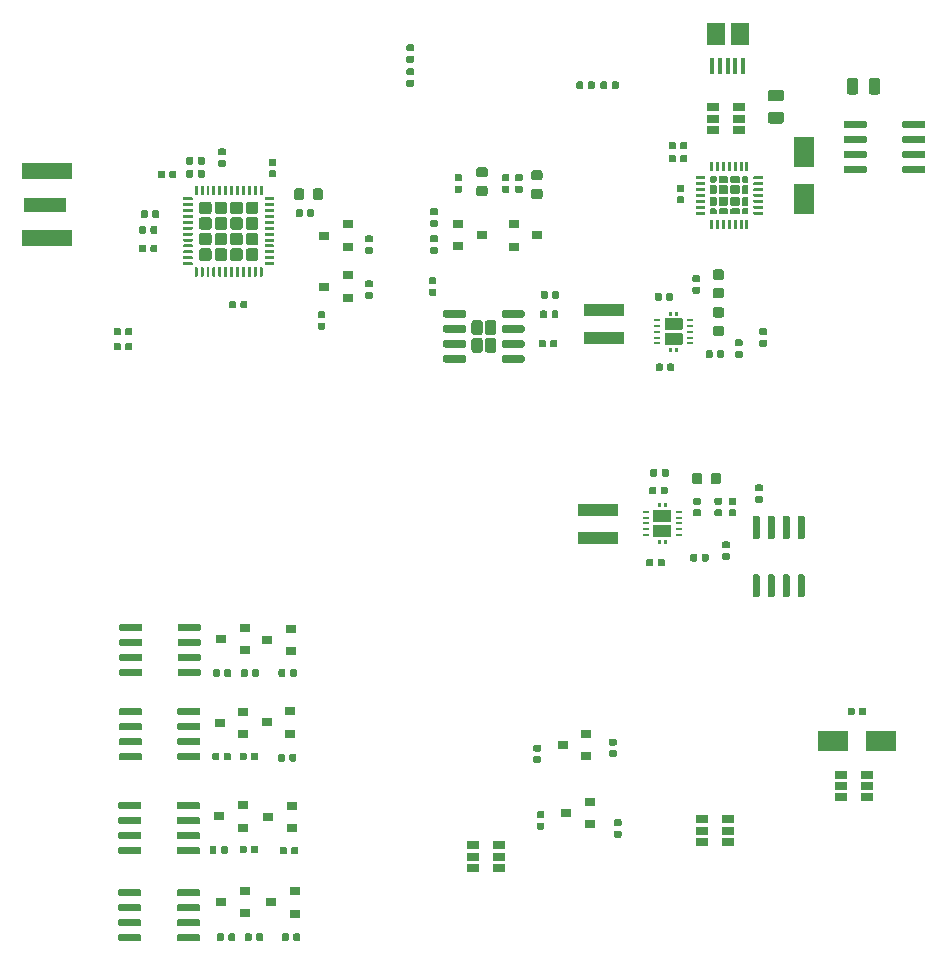
<source format=gbr>
G04 #@! TF.GenerationSoftware,KiCad,Pcbnew,5.1.5+dfsg1-2build2*
G04 #@! TF.CreationDate,2020-12-06T20:51:44-05:00*
G04 #@! TF.ProjectId,eboard,65626f61-7264-42e6-9b69-6361645f7063,rev?*
G04 #@! TF.SameCoordinates,Original*
G04 #@! TF.FileFunction,Paste,Top*
G04 #@! TF.FilePolarity,Positive*
%FSLAX46Y46*%
G04 Gerber Fmt 4.6, Leading zero omitted, Abs format (unit mm)*
G04 Created by KiCad (PCBNEW 5.1.5+dfsg1-2build2) date 2020-12-06 20:51:44*
%MOMM*%
%LPD*%
G04 APERTURE LIST*
%ADD10C,0.100000*%
%ADD11R,1.800000X2.500000*%
%ADD12R,1.500000X1.900000*%
%ADD13R,0.400000X1.350000*%
%ADD14R,3.400000X0.980000*%
%ADD15R,1.060000X0.650000*%
%ADD16R,0.600000X0.240000*%
%ADD17R,4.200000X1.350000*%
%ADD18R,3.600000X1.270000*%
%ADD19R,2.500000X1.800000*%
%ADD20R,0.900000X0.800000*%
G04 APERTURE END LIST*
D10*
G36*
X79390324Y-57679456D02*
G01*
X79413622Y-57682912D01*
X79436468Y-57688634D01*
X79458644Y-57696569D01*
X79479935Y-57706639D01*
X79500137Y-57718747D01*
X79519054Y-57732777D01*
X79536506Y-57748594D01*
X79552323Y-57766046D01*
X79566353Y-57784963D01*
X79578461Y-57805165D01*
X79588531Y-57826456D01*
X79596466Y-57848632D01*
X79602188Y-57871478D01*
X79605644Y-57894776D01*
X79606800Y-57918300D01*
X79606800Y-58688300D01*
X79605644Y-58711824D01*
X79602188Y-58735122D01*
X79596466Y-58757968D01*
X79588531Y-58780144D01*
X79578461Y-58801435D01*
X79566353Y-58821637D01*
X79552323Y-58840554D01*
X79536506Y-58858006D01*
X79519054Y-58873823D01*
X79500137Y-58887853D01*
X79479935Y-58899961D01*
X79458644Y-58910031D01*
X79436468Y-58917966D01*
X79413622Y-58923688D01*
X79390324Y-58927144D01*
X79366800Y-58928300D01*
X78886800Y-58928300D01*
X78863276Y-58927144D01*
X78839978Y-58923688D01*
X78817132Y-58917966D01*
X78794956Y-58910031D01*
X78773665Y-58899961D01*
X78753463Y-58887853D01*
X78734546Y-58873823D01*
X78717094Y-58858006D01*
X78701277Y-58840554D01*
X78687247Y-58821637D01*
X78675139Y-58801435D01*
X78665069Y-58780144D01*
X78657134Y-58757968D01*
X78651412Y-58735122D01*
X78647956Y-58711824D01*
X78646800Y-58688300D01*
X78646800Y-57918300D01*
X78647956Y-57894776D01*
X78651412Y-57871478D01*
X78657134Y-57848632D01*
X78665069Y-57826456D01*
X78675139Y-57805165D01*
X78687247Y-57784963D01*
X78701277Y-57766046D01*
X78717094Y-57748594D01*
X78734546Y-57732777D01*
X78753463Y-57718747D01*
X78773665Y-57706639D01*
X78794956Y-57696569D01*
X78817132Y-57688634D01*
X78839978Y-57682912D01*
X78863276Y-57679456D01*
X78886800Y-57678300D01*
X79366800Y-57678300D01*
X79390324Y-57679456D01*
G37*
G36*
X79390324Y-56179456D02*
G01*
X79413622Y-56182912D01*
X79436468Y-56188634D01*
X79458644Y-56196569D01*
X79479935Y-56206639D01*
X79500137Y-56218747D01*
X79519054Y-56232777D01*
X79536506Y-56248594D01*
X79552323Y-56266046D01*
X79566353Y-56284963D01*
X79578461Y-56305165D01*
X79588531Y-56326456D01*
X79596466Y-56348632D01*
X79602188Y-56371478D01*
X79605644Y-56394776D01*
X79606800Y-56418300D01*
X79606800Y-57188300D01*
X79605644Y-57211824D01*
X79602188Y-57235122D01*
X79596466Y-57257968D01*
X79588531Y-57280144D01*
X79578461Y-57301435D01*
X79566353Y-57321637D01*
X79552323Y-57340554D01*
X79536506Y-57358006D01*
X79519054Y-57373823D01*
X79500137Y-57387853D01*
X79479935Y-57399961D01*
X79458644Y-57410031D01*
X79436468Y-57417966D01*
X79413622Y-57423688D01*
X79390324Y-57427144D01*
X79366800Y-57428300D01*
X78886800Y-57428300D01*
X78863276Y-57427144D01*
X78839978Y-57423688D01*
X78817132Y-57417966D01*
X78794956Y-57410031D01*
X78773665Y-57399961D01*
X78753463Y-57387853D01*
X78734546Y-57373823D01*
X78717094Y-57358006D01*
X78701277Y-57340554D01*
X78687247Y-57321637D01*
X78675139Y-57301435D01*
X78665069Y-57280144D01*
X78657134Y-57257968D01*
X78651412Y-57235122D01*
X78647956Y-57211824D01*
X78646800Y-57188300D01*
X78646800Y-56418300D01*
X78647956Y-56394776D01*
X78651412Y-56371478D01*
X78657134Y-56348632D01*
X78665069Y-56326456D01*
X78675139Y-56305165D01*
X78687247Y-56284963D01*
X78701277Y-56266046D01*
X78717094Y-56248594D01*
X78734546Y-56232777D01*
X78753463Y-56218747D01*
X78773665Y-56206639D01*
X78794956Y-56196569D01*
X78817132Y-56188634D01*
X78839978Y-56182912D01*
X78863276Y-56179456D01*
X78886800Y-56178300D01*
X79366800Y-56178300D01*
X79390324Y-56179456D01*
G37*
G36*
X78250324Y-57679456D02*
G01*
X78273622Y-57682912D01*
X78296468Y-57688634D01*
X78318644Y-57696569D01*
X78339935Y-57706639D01*
X78360137Y-57718747D01*
X78379054Y-57732777D01*
X78396506Y-57748594D01*
X78412323Y-57766046D01*
X78426353Y-57784963D01*
X78438461Y-57805165D01*
X78448531Y-57826456D01*
X78456466Y-57848632D01*
X78462188Y-57871478D01*
X78465644Y-57894776D01*
X78466800Y-57918300D01*
X78466800Y-58688300D01*
X78465644Y-58711824D01*
X78462188Y-58735122D01*
X78456466Y-58757968D01*
X78448531Y-58780144D01*
X78438461Y-58801435D01*
X78426353Y-58821637D01*
X78412323Y-58840554D01*
X78396506Y-58858006D01*
X78379054Y-58873823D01*
X78360137Y-58887853D01*
X78339935Y-58899961D01*
X78318644Y-58910031D01*
X78296468Y-58917966D01*
X78273622Y-58923688D01*
X78250324Y-58927144D01*
X78226800Y-58928300D01*
X77746800Y-58928300D01*
X77723276Y-58927144D01*
X77699978Y-58923688D01*
X77677132Y-58917966D01*
X77654956Y-58910031D01*
X77633665Y-58899961D01*
X77613463Y-58887853D01*
X77594546Y-58873823D01*
X77577094Y-58858006D01*
X77561277Y-58840554D01*
X77547247Y-58821637D01*
X77535139Y-58801435D01*
X77525069Y-58780144D01*
X77517134Y-58757968D01*
X77511412Y-58735122D01*
X77507956Y-58711824D01*
X77506800Y-58688300D01*
X77506800Y-57918300D01*
X77507956Y-57894776D01*
X77511412Y-57871478D01*
X77517134Y-57848632D01*
X77525069Y-57826456D01*
X77535139Y-57805165D01*
X77547247Y-57784963D01*
X77561277Y-57766046D01*
X77577094Y-57748594D01*
X77594546Y-57732777D01*
X77613463Y-57718747D01*
X77633665Y-57706639D01*
X77654956Y-57696569D01*
X77677132Y-57688634D01*
X77699978Y-57682912D01*
X77723276Y-57679456D01*
X77746800Y-57678300D01*
X78226800Y-57678300D01*
X78250324Y-57679456D01*
G37*
G36*
X78250324Y-56179456D02*
G01*
X78273622Y-56182912D01*
X78296468Y-56188634D01*
X78318644Y-56196569D01*
X78339935Y-56206639D01*
X78360137Y-56218747D01*
X78379054Y-56232777D01*
X78396506Y-56248594D01*
X78412323Y-56266046D01*
X78426353Y-56284963D01*
X78438461Y-56305165D01*
X78448531Y-56326456D01*
X78456466Y-56348632D01*
X78462188Y-56371478D01*
X78465644Y-56394776D01*
X78466800Y-56418300D01*
X78466800Y-57188300D01*
X78465644Y-57211824D01*
X78462188Y-57235122D01*
X78456466Y-57257968D01*
X78448531Y-57280144D01*
X78438461Y-57301435D01*
X78426353Y-57321637D01*
X78412323Y-57340554D01*
X78396506Y-57358006D01*
X78379054Y-57373823D01*
X78360137Y-57387853D01*
X78339935Y-57399961D01*
X78318644Y-57410031D01*
X78296468Y-57417966D01*
X78273622Y-57423688D01*
X78250324Y-57427144D01*
X78226800Y-57428300D01*
X77746800Y-57428300D01*
X77723276Y-57427144D01*
X77699978Y-57423688D01*
X77677132Y-57417966D01*
X77654956Y-57410031D01*
X77633665Y-57399961D01*
X77613463Y-57387853D01*
X77594546Y-57373823D01*
X77577094Y-57358006D01*
X77561277Y-57340554D01*
X77547247Y-57321637D01*
X77535139Y-57301435D01*
X77525069Y-57280144D01*
X77517134Y-57257968D01*
X77511412Y-57235122D01*
X77507956Y-57211824D01*
X77506800Y-57188300D01*
X77506800Y-56418300D01*
X77507956Y-56394776D01*
X77511412Y-56371478D01*
X77517134Y-56348632D01*
X77525069Y-56326456D01*
X77535139Y-56305165D01*
X77547247Y-56284963D01*
X77561277Y-56266046D01*
X77577094Y-56248594D01*
X77594546Y-56232777D01*
X77613463Y-56218747D01*
X77633665Y-56206639D01*
X77654956Y-56196569D01*
X77677132Y-56188634D01*
X77699978Y-56182912D01*
X77723276Y-56179456D01*
X77746800Y-56178300D01*
X78226800Y-56178300D01*
X78250324Y-56179456D01*
G37*
G36*
X81871503Y-59159022D02*
G01*
X81886064Y-59161182D01*
X81900343Y-59164759D01*
X81914203Y-59169718D01*
X81927510Y-59176012D01*
X81940136Y-59183580D01*
X81951959Y-59192348D01*
X81962866Y-59202234D01*
X81972752Y-59213141D01*
X81981520Y-59224964D01*
X81989088Y-59237590D01*
X81995382Y-59250897D01*
X82000341Y-59264757D01*
X82003918Y-59279036D01*
X82006078Y-59293597D01*
X82006800Y-59308300D01*
X82006800Y-59608300D01*
X82006078Y-59623003D01*
X82003918Y-59637564D01*
X82000341Y-59651843D01*
X81995382Y-59665703D01*
X81989088Y-59679010D01*
X81981520Y-59691636D01*
X81972752Y-59703459D01*
X81962866Y-59714366D01*
X81951959Y-59724252D01*
X81940136Y-59733020D01*
X81927510Y-59740588D01*
X81914203Y-59746882D01*
X81900343Y-59751841D01*
X81886064Y-59755418D01*
X81871503Y-59757578D01*
X81856800Y-59758300D01*
X80206800Y-59758300D01*
X80192097Y-59757578D01*
X80177536Y-59755418D01*
X80163257Y-59751841D01*
X80149397Y-59746882D01*
X80136090Y-59740588D01*
X80123464Y-59733020D01*
X80111641Y-59724252D01*
X80100734Y-59714366D01*
X80090848Y-59703459D01*
X80082080Y-59691636D01*
X80074512Y-59679010D01*
X80068218Y-59665703D01*
X80063259Y-59651843D01*
X80059682Y-59637564D01*
X80057522Y-59623003D01*
X80056800Y-59608300D01*
X80056800Y-59308300D01*
X80057522Y-59293597D01*
X80059682Y-59279036D01*
X80063259Y-59264757D01*
X80068218Y-59250897D01*
X80074512Y-59237590D01*
X80082080Y-59224964D01*
X80090848Y-59213141D01*
X80100734Y-59202234D01*
X80111641Y-59192348D01*
X80123464Y-59183580D01*
X80136090Y-59176012D01*
X80149397Y-59169718D01*
X80163257Y-59164759D01*
X80177536Y-59161182D01*
X80192097Y-59159022D01*
X80206800Y-59158300D01*
X81856800Y-59158300D01*
X81871503Y-59159022D01*
G37*
G36*
X81871503Y-57889022D02*
G01*
X81886064Y-57891182D01*
X81900343Y-57894759D01*
X81914203Y-57899718D01*
X81927510Y-57906012D01*
X81940136Y-57913580D01*
X81951959Y-57922348D01*
X81962866Y-57932234D01*
X81972752Y-57943141D01*
X81981520Y-57954964D01*
X81989088Y-57967590D01*
X81995382Y-57980897D01*
X82000341Y-57994757D01*
X82003918Y-58009036D01*
X82006078Y-58023597D01*
X82006800Y-58038300D01*
X82006800Y-58338300D01*
X82006078Y-58353003D01*
X82003918Y-58367564D01*
X82000341Y-58381843D01*
X81995382Y-58395703D01*
X81989088Y-58409010D01*
X81981520Y-58421636D01*
X81972752Y-58433459D01*
X81962866Y-58444366D01*
X81951959Y-58454252D01*
X81940136Y-58463020D01*
X81927510Y-58470588D01*
X81914203Y-58476882D01*
X81900343Y-58481841D01*
X81886064Y-58485418D01*
X81871503Y-58487578D01*
X81856800Y-58488300D01*
X80206800Y-58488300D01*
X80192097Y-58487578D01*
X80177536Y-58485418D01*
X80163257Y-58481841D01*
X80149397Y-58476882D01*
X80136090Y-58470588D01*
X80123464Y-58463020D01*
X80111641Y-58454252D01*
X80100734Y-58444366D01*
X80090848Y-58433459D01*
X80082080Y-58421636D01*
X80074512Y-58409010D01*
X80068218Y-58395703D01*
X80063259Y-58381843D01*
X80059682Y-58367564D01*
X80057522Y-58353003D01*
X80056800Y-58338300D01*
X80056800Y-58038300D01*
X80057522Y-58023597D01*
X80059682Y-58009036D01*
X80063259Y-57994757D01*
X80068218Y-57980897D01*
X80074512Y-57967590D01*
X80082080Y-57954964D01*
X80090848Y-57943141D01*
X80100734Y-57932234D01*
X80111641Y-57922348D01*
X80123464Y-57913580D01*
X80136090Y-57906012D01*
X80149397Y-57899718D01*
X80163257Y-57894759D01*
X80177536Y-57891182D01*
X80192097Y-57889022D01*
X80206800Y-57888300D01*
X81856800Y-57888300D01*
X81871503Y-57889022D01*
G37*
G36*
X81871503Y-56619022D02*
G01*
X81886064Y-56621182D01*
X81900343Y-56624759D01*
X81914203Y-56629718D01*
X81927510Y-56636012D01*
X81940136Y-56643580D01*
X81951959Y-56652348D01*
X81962866Y-56662234D01*
X81972752Y-56673141D01*
X81981520Y-56684964D01*
X81989088Y-56697590D01*
X81995382Y-56710897D01*
X82000341Y-56724757D01*
X82003918Y-56739036D01*
X82006078Y-56753597D01*
X82006800Y-56768300D01*
X82006800Y-57068300D01*
X82006078Y-57083003D01*
X82003918Y-57097564D01*
X82000341Y-57111843D01*
X81995382Y-57125703D01*
X81989088Y-57139010D01*
X81981520Y-57151636D01*
X81972752Y-57163459D01*
X81962866Y-57174366D01*
X81951959Y-57184252D01*
X81940136Y-57193020D01*
X81927510Y-57200588D01*
X81914203Y-57206882D01*
X81900343Y-57211841D01*
X81886064Y-57215418D01*
X81871503Y-57217578D01*
X81856800Y-57218300D01*
X80206800Y-57218300D01*
X80192097Y-57217578D01*
X80177536Y-57215418D01*
X80163257Y-57211841D01*
X80149397Y-57206882D01*
X80136090Y-57200588D01*
X80123464Y-57193020D01*
X80111641Y-57184252D01*
X80100734Y-57174366D01*
X80090848Y-57163459D01*
X80082080Y-57151636D01*
X80074512Y-57139010D01*
X80068218Y-57125703D01*
X80063259Y-57111843D01*
X80059682Y-57097564D01*
X80057522Y-57083003D01*
X80056800Y-57068300D01*
X80056800Y-56768300D01*
X80057522Y-56753597D01*
X80059682Y-56739036D01*
X80063259Y-56724757D01*
X80068218Y-56710897D01*
X80074512Y-56697590D01*
X80082080Y-56684964D01*
X80090848Y-56673141D01*
X80100734Y-56662234D01*
X80111641Y-56652348D01*
X80123464Y-56643580D01*
X80136090Y-56636012D01*
X80149397Y-56629718D01*
X80163257Y-56624759D01*
X80177536Y-56621182D01*
X80192097Y-56619022D01*
X80206800Y-56618300D01*
X81856800Y-56618300D01*
X81871503Y-56619022D01*
G37*
G36*
X81871503Y-55349022D02*
G01*
X81886064Y-55351182D01*
X81900343Y-55354759D01*
X81914203Y-55359718D01*
X81927510Y-55366012D01*
X81940136Y-55373580D01*
X81951959Y-55382348D01*
X81962866Y-55392234D01*
X81972752Y-55403141D01*
X81981520Y-55414964D01*
X81989088Y-55427590D01*
X81995382Y-55440897D01*
X82000341Y-55454757D01*
X82003918Y-55469036D01*
X82006078Y-55483597D01*
X82006800Y-55498300D01*
X82006800Y-55798300D01*
X82006078Y-55813003D01*
X82003918Y-55827564D01*
X82000341Y-55841843D01*
X81995382Y-55855703D01*
X81989088Y-55869010D01*
X81981520Y-55881636D01*
X81972752Y-55893459D01*
X81962866Y-55904366D01*
X81951959Y-55914252D01*
X81940136Y-55923020D01*
X81927510Y-55930588D01*
X81914203Y-55936882D01*
X81900343Y-55941841D01*
X81886064Y-55945418D01*
X81871503Y-55947578D01*
X81856800Y-55948300D01*
X80206800Y-55948300D01*
X80192097Y-55947578D01*
X80177536Y-55945418D01*
X80163257Y-55941841D01*
X80149397Y-55936882D01*
X80136090Y-55930588D01*
X80123464Y-55923020D01*
X80111641Y-55914252D01*
X80100734Y-55904366D01*
X80090848Y-55893459D01*
X80082080Y-55881636D01*
X80074512Y-55869010D01*
X80068218Y-55855703D01*
X80063259Y-55841843D01*
X80059682Y-55827564D01*
X80057522Y-55813003D01*
X80056800Y-55798300D01*
X80056800Y-55498300D01*
X80057522Y-55483597D01*
X80059682Y-55469036D01*
X80063259Y-55454757D01*
X80068218Y-55440897D01*
X80074512Y-55427590D01*
X80082080Y-55414964D01*
X80090848Y-55403141D01*
X80100734Y-55392234D01*
X80111641Y-55382348D01*
X80123464Y-55373580D01*
X80136090Y-55366012D01*
X80149397Y-55359718D01*
X80163257Y-55354759D01*
X80177536Y-55351182D01*
X80192097Y-55349022D01*
X80206800Y-55348300D01*
X81856800Y-55348300D01*
X81871503Y-55349022D01*
G37*
G36*
X76921503Y-55349022D02*
G01*
X76936064Y-55351182D01*
X76950343Y-55354759D01*
X76964203Y-55359718D01*
X76977510Y-55366012D01*
X76990136Y-55373580D01*
X77001959Y-55382348D01*
X77012866Y-55392234D01*
X77022752Y-55403141D01*
X77031520Y-55414964D01*
X77039088Y-55427590D01*
X77045382Y-55440897D01*
X77050341Y-55454757D01*
X77053918Y-55469036D01*
X77056078Y-55483597D01*
X77056800Y-55498300D01*
X77056800Y-55798300D01*
X77056078Y-55813003D01*
X77053918Y-55827564D01*
X77050341Y-55841843D01*
X77045382Y-55855703D01*
X77039088Y-55869010D01*
X77031520Y-55881636D01*
X77022752Y-55893459D01*
X77012866Y-55904366D01*
X77001959Y-55914252D01*
X76990136Y-55923020D01*
X76977510Y-55930588D01*
X76964203Y-55936882D01*
X76950343Y-55941841D01*
X76936064Y-55945418D01*
X76921503Y-55947578D01*
X76906800Y-55948300D01*
X75256800Y-55948300D01*
X75242097Y-55947578D01*
X75227536Y-55945418D01*
X75213257Y-55941841D01*
X75199397Y-55936882D01*
X75186090Y-55930588D01*
X75173464Y-55923020D01*
X75161641Y-55914252D01*
X75150734Y-55904366D01*
X75140848Y-55893459D01*
X75132080Y-55881636D01*
X75124512Y-55869010D01*
X75118218Y-55855703D01*
X75113259Y-55841843D01*
X75109682Y-55827564D01*
X75107522Y-55813003D01*
X75106800Y-55798300D01*
X75106800Y-55498300D01*
X75107522Y-55483597D01*
X75109682Y-55469036D01*
X75113259Y-55454757D01*
X75118218Y-55440897D01*
X75124512Y-55427590D01*
X75132080Y-55414964D01*
X75140848Y-55403141D01*
X75150734Y-55392234D01*
X75161641Y-55382348D01*
X75173464Y-55373580D01*
X75186090Y-55366012D01*
X75199397Y-55359718D01*
X75213257Y-55354759D01*
X75227536Y-55351182D01*
X75242097Y-55349022D01*
X75256800Y-55348300D01*
X76906800Y-55348300D01*
X76921503Y-55349022D01*
G37*
G36*
X76921503Y-56619022D02*
G01*
X76936064Y-56621182D01*
X76950343Y-56624759D01*
X76964203Y-56629718D01*
X76977510Y-56636012D01*
X76990136Y-56643580D01*
X77001959Y-56652348D01*
X77012866Y-56662234D01*
X77022752Y-56673141D01*
X77031520Y-56684964D01*
X77039088Y-56697590D01*
X77045382Y-56710897D01*
X77050341Y-56724757D01*
X77053918Y-56739036D01*
X77056078Y-56753597D01*
X77056800Y-56768300D01*
X77056800Y-57068300D01*
X77056078Y-57083003D01*
X77053918Y-57097564D01*
X77050341Y-57111843D01*
X77045382Y-57125703D01*
X77039088Y-57139010D01*
X77031520Y-57151636D01*
X77022752Y-57163459D01*
X77012866Y-57174366D01*
X77001959Y-57184252D01*
X76990136Y-57193020D01*
X76977510Y-57200588D01*
X76964203Y-57206882D01*
X76950343Y-57211841D01*
X76936064Y-57215418D01*
X76921503Y-57217578D01*
X76906800Y-57218300D01*
X75256800Y-57218300D01*
X75242097Y-57217578D01*
X75227536Y-57215418D01*
X75213257Y-57211841D01*
X75199397Y-57206882D01*
X75186090Y-57200588D01*
X75173464Y-57193020D01*
X75161641Y-57184252D01*
X75150734Y-57174366D01*
X75140848Y-57163459D01*
X75132080Y-57151636D01*
X75124512Y-57139010D01*
X75118218Y-57125703D01*
X75113259Y-57111843D01*
X75109682Y-57097564D01*
X75107522Y-57083003D01*
X75106800Y-57068300D01*
X75106800Y-56768300D01*
X75107522Y-56753597D01*
X75109682Y-56739036D01*
X75113259Y-56724757D01*
X75118218Y-56710897D01*
X75124512Y-56697590D01*
X75132080Y-56684964D01*
X75140848Y-56673141D01*
X75150734Y-56662234D01*
X75161641Y-56652348D01*
X75173464Y-56643580D01*
X75186090Y-56636012D01*
X75199397Y-56629718D01*
X75213257Y-56624759D01*
X75227536Y-56621182D01*
X75242097Y-56619022D01*
X75256800Y-56618300D01*
X76906800Y-56618300D01*
X76921503Y-56619022D01*
G37*
G36*
X76921503Y-57889022D02*
G01*
X76936064Y-57891182D01*
X76950343Y-57894759D01*
X76964203Y-57899718D01*
X76977510Y-57906012D01*
X76990136Y-57913580D01*
X77001959Y-57922348D01*
X77012866Y-57932234D01*
X77022752Y-57943141D01*
X77031520Y-57954964D01*
X77039088Y-57967590D01*
X77045382Y-57980897D01*
X77050341Y-57994757D01*
X77053918Y-58009036D01*
X77056078Y-58023597D01*
X77056800Y-58038300D01*
X77056800Y-58338300D01*
X77056078Y-58353003D01*
X77053918Y-58367564D01*
X77050341Y-58381843D01*
X77045382Y-58395703D01*
X77039088Y-58409010D01*
X77031520Y-58421636D01*
X77022752Y-58433459D01*
X77012866Y-58444366D01*
X77001959Y-58454252D01*
X76990136Y-58463020D01*
X76977510Y-58470588D01*
X76964203Y-58476882D01*
X76950343Y-58481841D01*
X76936064Y-58485418D01*
X76921503Y-58487578D01*
X76906800Y-58488300D01*
X75256800Y-58488300D01*
X75242097Y-58487578D01*
X75227536Y-58485418D01*
X75213257Y-58481841D01*
X75199397Y-58476882D01*
X75186090Y-58470588D01*
X75173464Y-58463020D01*
X75161641Y-58454252D01*
X75150734Y-58444366D01*
X75140848Y-58433459D01*
X75132080Y-58421636D01*
X75124512Y-58409010D01*
X75118218Y-58395703D01*
X75113259Y-58381843D01*
X75109682Y-58367564D01*
X75107522Y-58353003D01*
X75106800Y-58338300D01*
X75106800Y-58038300D01*
X75107522Y-58023597D01*
X75109682Y-58009036D01*
X75113259Y-57994757D01*
X75118218Y-57980897D01*
X75124512Y-57967590D01*
X75132080Y-57954964D01*
X75140848Y-57943141D01*
X75150734Y-57932234D01*
X75161641Y-57922348D01*
X75173464Y-57913580D01*
X75186090Y-57906012D01*
X75199397Y-57899718D01*
X75213257Y-57894759D01*
X75227536Y-57891182D01*
X75242097Y-57889022D01*
X75256800Y-57888300D01*
X76906800Y-57888300D01*
X76921503Y-57889022D01*
G37*
G36*
X76921503Y-59159022D02*
G01*
X76936064Y-59161182D01*
X76950343Y-59164759D01*
X76964203Y-59169718D01*
X76977510Y-59176012D01*
X76990136Y-59183580D01*
X77001959Y-59192348D01*
X77012866Y-59202234D01*
X77022752Y-59213141D01*
X77031520Y-59224964D01*
X77039088Y-59237590D01*
X77045382Y-59250897D01*
X77050341Y-59264757D01*
X77053918Y-59279036D01*
X77056078Y-59293597D01*
X77056800Y-59308300D01*
X77056800Y-59608300D01*
X77056078Y-59623003D01*
X77053918Y-59637564D01*
X77050341Y-59651843D01*
X77045382Y-59665703D01*
X77039088Y-59679010D01*
X77031520Y-59691636D01*
X77022752Y-59703459D01*
X77012866Y-59714366D01*
X77001959Y-59724252D01*
X76990136Y-59733020D01*
X76977510Y-59740588D01*
X76964203Y-59746882D01*
X76950343Y-59751841D01*
X76936064Y-59755418D01*
X76921503Y-59757578D01*
X76906800Y-59758300D01*
X75256800Y-59758300D01*
X75242097Y-59757578D01*
X75227536Y-59755418D01*
X75213257Y-59751841D01*
X75199397Y-59746882D01*
X75186090Y-59740588D01*
X75173464Y-59733020D01*
X75161641Y-59724252D01*
X75150734Y-59714366D01*
X75140848Y-59703459D01*
X75132080Y-59691636D01*
X75124512Y-59679010D01*
X75118218Y-59665703D01*
X75113259Y-59651843D01*
X75109682Y-59637564D01*
X75107522Y-59623003D01*
X75106800Y-59608300D01*
X75106800Y-59308300D01*
X75107522Y-59293597D01*
X75109682Y-59279036D01*
X75113259Y-59264757D01*
X75118218Y-59250897D01*
X75124512Y-59237590D01*
X75132080Y-59224964D01*
X75140848Y-59213141D01*
X75150734Y-59202234D01*
X75161641Y-59192348D01*
X75173464Y-59183580D01*
X75186090Y-59176012D01*
X75199397Y-59169718D01*
X75213257Y-59164759D01*
X75227536Y-59161182D01*
X75242097Y-59159022D01*
X75256800Y-59158300D01*
X76906800Y-59158300D01*
X76921503Y-59159022D01*
G37*
G36*
X49816558Y-48220110D02*
G01*
X49830876Y-48222234D01*
X49844917Y-48225751D01*
X49858546Y-48230628D01*
X49871631Y-48236817D01*
X49884047Y-48244258D01*
X49895673Y-48252881D01*
X49906398Y-48262602D01*
X49916119Y-48273327D01*
X49924742Y-48284953D01*
X49932183Y-48297369D01*
X49938372Y-48310454D01*
X49943249Y-48324083D01*
X49946766Y-48338124D01*
X49948890Y-48352442D01*
X49949600Y-48366900D01*
X49949600Y-48711900D01*
X49948890Y-48726358D01*
X49946766Y-48740676D01*
X49943249Y-48754717D01*
X49938372Y-48768346D01*
X49932183Y-48781431D01*
X49924742Y-48793847D01*
X49916119Y-48805473D01*
X49906398Y-48816198D01*
X49895673Y-48825919D01*
X49884047Y-48834542D01*
X49871631Y-48841983D01*
X49858546Y-48848172D01*
X49844917Y-48853049D01*
X49830876Y-48856566D01*
X49816558Y-48858690D01*
X49802100Y-48859400D01*
X49507100Y-48859400D01*
X49492642Y-48858690D01*
X49478324Y-48856566D01*
X49464283Y-48853049D01*
X49450654Y-48848172D01*
X49437569Y-48841983D01*
X49425153Y-48834542D01*
X49413527Y-48825919D01*
X49402802Y-48816198D01*
X49393081Y-48805473D01*
X49384458Y-48793847D01*
X49377017Y-48781431D01*
X49370828Y-48768346D01*
X49365951Y-48754717D01*
X49362434Y-48740676D01*
X49360310Y-48726358D01*
X49359600Y-48711900D01*
X49359600Y-48366900D01*
X49360310Y-48352442D01*
X49362434Y-48338124D01*
X49365951Y-48324083D01*
X49370828Y-48310454D01*
X49377017Y-48297369D01*
X49384458Y-48284953D01*
X49393081Y-48273327D01*
X49402802Y-48262602D01*
X49413527Y-48252881D01*
X49425153Y-48244258D01*
X49437569Y-48236817D01*
X49450654Y-48230628D01*
X49464283Y-48225751D01*
X49478324Y-48222234D01*
X49492642Y-48220110D01*
X49507100Y-48219400D01*
X49802100Y-48219400D01*
X49816558Y-48220110D01*
G37*
G36*
X50786558Y-48220110D02*
G01*
X50800876Y-48222234D01*
X50814917Y-48225751D01*
X50828546Y-48230628D01*
X50841631Y-48236817D01*
X50854047Y-48244258D01*
X50865673Y-48252881D01*
X50876398Y-48262602D01*
X50886119Y-48273327D01*
X50894742Y-48284953D01*
X50902183Y-48297369D01*
X50908372Y-48310454D01*
X50913249Y-48324083D01*
X50916766Y-48338124D01*
X50918890Y-48352442D01*
X50919600Y-48366900D01*
X50919600Y-48711900D01*
X50918890Y-48726358D01*
X50916766Y-48740676D01*
X50913249Y-48754717D01*
X50908372Y-48768346D01*
X50902183Y-48781431D01*
X50894742Y-48793847D01*
X50886119Y-48805473D01*
X50876398Y-48816198D01*
X50865673Y-48825919D01*
X50854047Y-48834542D01*
X50841631Y-48841983D01*
X50828546Y-48848172D01*
X50814917Y-48853049D01*
X50800876Y-48856566D01*
X50786558Y-48858690D01*
X50772100Y-48859400D01*
X50477100Y-48859400D01*
X50462642Y-48858690D01*
X50448324Y-48856566D01*
X50434283Y-48853049D01*
X50420654Y-48848172D01*
X50407569Y-48841983D01*
X50395153Y-48834542D01*
X50383527Y-48825919D01*
X50372802Y-48816198D01*
X50363081Y-48805473D01*
X50354458Y-48793847D01*
X50347017Y-48781431D01*
X50340828Y-48768346D01*
X50335951Y-48754717D01*
X50332434Y-48740676D01*
X50330310Y-48726358D01*
X50329600Y-48711900D01*
X50329600Y-48366900D01*
X50330310Y-48352442D01*
X50332434Y-48338124D01*
X50335951Y-48324083D01*
X50340828Y-48310454D01*
X50347017Y-48297369D01*
X50354458Y-48284953D01*
X50363081Y-48273327D01*
X50372802Y-48262602D01*
X50383527Y-48252881D01*
X50395153Y-48244258D01*
X50407569Y-48236817D01*
X50420654Y-48230628D01*
X50434283Y-48225751D01*
X50448324Y-48222234D01*
X50462642Y-48220110D01*
X50477100Y-48219400D01*
X50772100Y-48219400D01*
X50786558Y-48220110D01*
G37*
G36*
X95646958Y-41080710D02*
G01*
X95661276Y-41082834D01*
X95675317Y-41086351D01*
X95688946Y-41091228D01*
X95702031Y-41097417D01*
X95714447Y-41104858D01*
X95726073Y-41113481D01*
X95736798Y-41123202D01*
X95746519Y-41133927D01*
X95755142Y-41145553D01*
X95762583Y-41157969D01*
X95768772Y-41171054D01*
X95773649Y-41184683D01*
X95777166Y-41198724D01*
X95779290Y-41213042D01*
X95780000Y-41227500D01*
X95780000Y-41572500D01*
X95779290Y-41586958D01*
X95777166Y-41601276D01*
X95773649Y-41615317D01*
X95768772Y-41628946D01*
X95762583Y-41642031D01*
X95755142Y-41654447D01*
X95746519Y-41666073D01*
X95736798Y-41676798D01*
X95726073Y-41686519D01*
X95714447Y-41695142D01*
X95702031Y-41702583D01*
X95688946Y-41708772D01*
X95675317Y-41713649D01*
X95661276Y-41717166D01*
X95646958Y-41719290D01*
X95632500Y-41720000D01*
X95337500Y-41720000D01*
X95323042Y-41719290D01*
X95308724Y-41717166D01*
X95294683Y-41713649D01*
X95281054Y-41708772D01*
X95267969Y-41702583D01*
X95255553Y-41695142D01*
X95243927Y-41686519D01*
X95233202Y-41676798D01*
X95223481Y-41666073D01*
X95214858Y-41654447D01*
X95207417Y-41642031D01*
X95201228Y-41628946D01*
X95196351Y-41615317D01*
X95192834Y-41601276D01*
X95190710Y-41586958D01*
X95190000Y-41572500D01*
X95190000Y-41227500D01*
X95190710Y-41213042D01*
X95192834Y-41198724D01*
X95196351Y-41184683D01*
X95201228Y-41171054D01*
X95207417Y-41157969D01*
X95214858Y-41145553D01*
X95223481Y-41133927D01*
X95233202Y-41123202D01*
X95243927Y-41113481D01*
X95255553Y-41104858D01*
X95267969Y-41097417D01*
X95281054Y-41091228D01*
X95294683Y-41086351D01*
X95308724Y-41082834D01*
X95323042Y-41080710D01*
X95337500Y-41080000D01*
X95632500Y-41080000D01*
X95646958Y-41080710D01*
G37*
G36*
X94676958Y-41080710D02*
G01*
X94691276Y-41082834D01*
X94705317Y-41086351D01*
X94718946Y-41091228D01*
X94732031Y-41097417D01*
X94744447Y-41104858D01*
X94756073Y-41113481D01*
X94766798Y-41123202D01*
X94776519Y-41133927D01*
X94785142Y-41145553D01*
X94792583Y-41157969D01*
X94798772Y-41171054D01*
X94803649Y-41184683D01*
X94807166Y-41198724D01*
X94809290Y-41213042D01*
X94810000Y-41227500D01*
X94810000Y-41572500D01*
X94809290Y-41586958D01*
X94807166Y-41601276D01*
X94803649Y-41615317D01*
X94798772Y-41628946D01*
X94792583Y-41642031D01*
X94785142Y-41654447D01*
X94776519Y-41666073D01*
X94766798Y-41676798D01*
X94756073Y-41686519D01*
X94744447Y-41695142D01*
X94732031Y-41702583D01*
X94718946Y-41708772D01*
X94705317Y-41713649D01*
X94691276Y-41717166D01*
X94676958Y-41719290D01*
X94662500Y-41720000D01*
X94367500Y-41720000D01*
X94353042Y-41719290D01*
X94338724Y-41717166D01*
X94324683Y-41713649D01*
X94311054Y-41708772D01*
X94297969Y-41702583D01*
X94285553Y-41695142D01*
X94273927Y-41686519D01*
X94263202Y-41676798D01*
X94253481Y-41666073D01*
X94244858Y-41654447D01*
X94237417Y-41642031D01*
X94231228Y-41628946D01*
X94226351Y-41615317D01*
X94222834Y-41601276D01*
X94220710Y-41586958D01*
X94220000Y-41572500D01*
X94220000Y-41227500D01*
X94220710Y-41213042D01*
X94222834Y-41198724D01*
X94226351Y-41184683D01*
X94231228Y-41171054D01*
X94237417Y-41157969D01*
X94244858Y-41145553D01*
X94253481Y-41133927D01*
X94263202Y-41123202D01*
X94273927Y-41113481D01*
X94285553Y-41104858D01*
X94297969Y-41097417D01*
X94311054Y-41091228D01*
X94324683Y-41086351D01*
X94338724Y-41082834D01*
X94353042Y-41080710D01*
X94367500Y-41080000D01*
X94662500Y-41080000D01*
X94676958Y-41080710D01*
G37*
G36*
X53816958Y-42368710D02*
G01*
X53831276Y-42370834D01*
X53845317Y-42374351D01*
X53858946Y-42379228D01*
X53872031Y-42385417D01*
X53884447Y-42392858D01*
X53896073Y-42401481D01*
X53906798Y-42411202D01*
X53916519Y-42421927D01*
X53925142Y-42433553D01*
X53932583Y-42445969D01*
X53938772Y-42459054D01*
X53943649Y-42472683D01*
X53947166Y-42486724D01*
X53949290Y-42501042D01*
X53950000Y-42515500D01*
X53950000Y-42860500D01*
X53949290Y-42874958D01*
X53947166Y-42889276D01*
X53943649Y-42903317D01*
X53938772Y-42916946D01*
X53932583Y-42930031D01*
X53925142Y-42942447D01*
X53916519Y-42954073D01*
X53906798Y-42964798D01*
X53896073Y-42974519D01*
X53884447Y-42983142D01*
X53872031Y-42990583D01*
X53858946Y-42996772D01*
X53845317Y-43001649D01*
X53831276Y-43005166D01*
X53816958Y-43007290D01*
X53802500Y-43008000D01*
X53507500Y-43008000D01*
X53493042Y-43007290D01*
X53478724Y-43005166D01*
X53464683Y-43001649D01*
X53451054Y-42996772D01*
X53437969Y-42990583D01*
X53425553Y-42983142D01*
X53413927Y-42974519D01*
X53403202Y-42964798D01*
X53393481Y-42954073D01*
X53384858Y-42942447D01*
X53377417Y-42930031D01*
X53371228Y-42916946D01*
X53366351Y-42903317D01*
X53362834Y-42889276D01*
X53360710Y-42874958D01*
X53360000Y-42860500D01*
X53360000Y-42515500D01*
X53360710Y-42501042D01*
X53362834Y-42486724D01*
X53366351Y-42472683D01*
X53371228Y-42459054D01*
X53377417Y-42445969D01*
X53384858Y-42433553D01*
X53393481Y-42421927D01*
X53403202Y-42411202D01*
X53413927Y-42401481D01*
X53425553Y-42392858D01*
X53437969Y-42385417D01*
X53451054Y-42379228D01*
X53464683Y-42374351D01*
X53478724Y-42370834D01*
X53493042Y-42368710D01*
X53507500Y-42368000D01*
X53802500Y-42368000D01*
X53816958Y-42368710D01*
G37*
G36*
X54786958Y-42368710D02*
G01*
X54801276Y-42370834D01*
X54815317Y-42374351D01*
X54828946Y-42379228D01*
X54842031Y-42385417D01*
X54854447Y-42392858D01*
X54866073Y-42401481D01*
X54876798Y-42411202D01*
X54886519Y-42421927D01*
X54895142Y-42433553D01*
X54902583Y-42445969D01*
X54908772Y-42459054D01*
X54913649Y-42472683D01*
X54917166Y-42486724D01*
X54919290Y-42501042D01*
X54920000Y-42515500D01*
X54920000Y-42860500D01*
X54919290Y-42874958D01*
X54917166Y-42889276D01*
X54913649Y-42903317D01*
X54908772Y-42916946D01*
X54902583Y-42930031D01*
X54895142Y-42942447D01*
X54886519Y-42954073D01*
X54876798Y-42964798D01*
X54866073Y-42974519D01*
X54854447Y-42983142D01*
X54842031Y-42990583D01*
X54828946Y-42996772D01*
X54815317Y-43001649D01*
X54801276Y-43005166D01*
X54786958Y-43007290D01*
X54772500Y-43008000D01*
X54477500Y-43008000D01*
X54463042Y-43007290D01*
X54448724Y-43005166D01*
X54434683Y-43001649D01*
X54421054Y-42996772D01*
X54407969Y-42990583D01*
X54395553Y-42983142D01*
X54383927Y-42974519D01*
X54373202Y-42964798D01*
X54363481Y-42954073D01*
X54354858Y-42942447D01*
X54347417Y-42930031D01*
X54341228Y-42916946D01*
X54336351Y-42903317D01*
X54332834Y-42889276D01*
X54330710Y-42874958D01*
X54330000Y-42860500D01*
X54330000Y-42515500D01*
X54330710Y-42501042D01*
X54332834Y-42486724D01*
X54336351Y-42472683D01*
X54341228Y-42459054D01*
X54347417Y-42445969D01*
X54354858Y-42433553D01*
X54363481Y-42421927D01*
X54373202Y-42411202D01*
X54383927Y-42401481D01*
X54395553Y-42392858D01*
X54407969Y-42385417D01*
X54421054Y-42379228D01*
X54434683Y-42374351D01*
X54448724Y-42370834D01*
X54463042Y-42368710D01*
X54477500Y-42368000D01*
X54772500Y-42368000D01*
X54786958Y-42368710D01*
G37*
G36*
X50938958Y-46873910D02*
G01*
X50953276Y-46876034D01*
X50967317Y-46879551D01*
X50980946Y-46884428D01*
X50994031Y-46890617D01*
X51006447Y-46898058D01*
X51018073Y-46906681D01*
X51028798Y-46916402D01*
X51038519Y-46927127D01*
X51047142Y-46938753D01*
X51054583Y-46951169D01*
X51060772Y-46964254D01*
X51065649Y-46977883D01*
X51069166Y-46991924D01*
X51071290Y-47006242D01*
X51072000Y-47020700D01*
X51072000Y-47365700D01*
X51071290Y-47380158D01*
X51069166Y-47394476D01*
X51065649Y-47408517D01*
X51060772Y-47422146D01*
X51054583Y-47435231D01*
X51047142Y-47447647D01*
X51038519Y-47459273D01*
X51028798Y-47469998D01*
X51018073Y-47479719D01*
X51006447Y-47488342D01*
X50994031Y-47495783D01*
X50980946Y-47501972D01*
X50967317Y-47506849D01*
X50953276Y-47510366D01*
X50938958Y-47512490D01*
X50924500Y-47513200D01*
X50629500Y-47513200D01*
X50615042Y-47512490D01*
X50600724Y-47510366D01*
X50586683Y-47506849D01*
X50573054Y-47501972D01*
X50559969Y-47495783D01*
X50547553Y-47488342D01*
X50535927Y-47479719D01*
X50525202Y-47469998D01*
X50515481Y-47459273D01*
X50506858Y-47447647D01*
X50499417Y-47435231D01*
X50493228Y-47422146D01*
X50488351Y-47408517D01*
X50484834Y-47394476D01*
X50482710Y-47380158D01*
X50482000Y-47365700D01*
X50482000Y-47020700D01*
X50482710Y-47006242D01*
X50484834Y-46991924D01*
X50488351Y-46977883D01*
X50493228Y-46964254D01*
X50499417Y-46951169D01*
X50506858Y-46938753D01*
X50515481Y-46927127D01*
X50525202Y-46916402D01*
X50535927Y-46906681D01*
X50547553Y-46898058D01*
X50559969Y-46890617D01*
X50573054Y-46884428D01*
X50586683Y-46879551D01*
X50600724Y-46876034D01*
X50615042Y-46873910D01*
X50629500Y-46873200D01*
X50924500Y-46873200D01*
X50938958Y-46873910D01*
G37*
G36*
X49968958Y-46873910D02*
G01*
X49983276Y-46876034D01*
X49997317Y-46879551D01*
X50010946Y-46884428D01*
X50024031Y-46890617D01*
X50036447Y-46898058D01*
X50048073Y-46906681D01*
X50058798Y-46916402D01*
X50068519Y-46927127D01*
X50077142Y-46938753D01*
X50084583Y-46951169D01*
X50090772Y-46964254D01*
X50095649Y-46977883D01*
X50099166Y-46991924D01*
X50101290Y-47006242D01*
X50102000Y-47020700D01*
X50102000Y-47365700D01*
X50101290Y-47380158D01*
X50099166Y-47394476D01*
X50095649Y-47408517D01*
X50090772Y-47422146D01*
X50084583Y-47435231D01*
X50077142Y-47447647D01*
X50068519Y-47459273D01*
X50058798Y-47469998D01*
X50048073Y-47479719D01*
X50036447Y-47488342D01*
X50024031Y-47495783D01*
X50010946Y-47501972D01*
X49997317Y-47506849D01*
X49983276Y-47510366D01*
X49968958Y-47512490D01*
X49954500Y-47513200D01*
X49659500Y-47513200D01*
X49645042Y-47512490D01*
X49630724Y-47510366D01*
X49616683Y-47506849D01*
X49603054Y-47501972D01*
X49589969Y-47495783D01*
X49577553Y-47488342D01*
X49565927Y-47479719D01*
X49555202Y-47469998D01*
X49545481Y-47459273D01*
X49536858Y-47447647D01*
X49529417Y-47435231D01*
X49523228Y-47422146D01*
X49518351Y-47408517D01*
X49514834Y-47394476D01*
X49512710Y-47380158D01*
X49512000Y-47365700D01*
X49512000Y-47020700D01*
X49512710Y-47006242D01*
X49514834Y-46991924D01*
X49518351Y-46977883D01*
X49523228Y-46964254D01*
X49529417Y-46951169D01*
X49536858Y-46938753D01*
X49545481Y-46927127D01*
X49555202Y-46916402D01*
X49565927Y-46906681D01*
X49577553Y-46898058D01*
X49589969Y-46890617D01*
X49603054Y-46884428D01*
X49616683Y-46879551D01*
X49630724Y-46876034D01*
X49645042Y-46873910D01*
X49659500Y-46873200D01*
X49954500Y-46873200D01*
X49968958Y-46873910D01*
G37*
G36*
X60842158Y-42527710D02*
G01*
X60856476Y-42529834D01*
X60870517Y-42533351D01*
X60884146Y-42538228D01*
X60897231Y-42544417D01*
X60909647Y-42551858D01*
X60921273Y-42560481D01*
X60931998Y-42570202D01*
X60941719Y-42580927D01*
X60950342Y-42592553D01*
X60957783Y-42604969D01*
X60963972Y-42618054D01*
X60968849Y-42631683D01*
X60972366Y-42645724D01*
X60974490Y-42660042D01*
X60975200Y-42674500D01*
X60975200Y-42969500D01*
X60974490Y-42983958D01*
X60972366Y-42998276D01*
X60968849Y-43012317D01*
X60963972Y-43025946D01*
X60957783Y-43039031D01*
X60950342Y-43051447D01*
X60941719Y-43063073D01*
X60931998Y-43073798D01*
X60921273Y-43083519D01*
X60909647Y-43092142D01*
X60897231Y-43099583D01*
X60884146Y-43105772D01*
X60870517Y-43110649D01*
X60856476Y-43114166D01*
X60842158Y-43116290D01*
X60827700Y-43117000D01*
X60482700Y-43117000D01*
X60468242Y-43116290D01*
X60453924Y-43114166D01*
X60439883Y-43110649D01*
X60426254Y-43105772D01*
X60413169Y-43099583D01*
X60400753Y-43092142D01*
X60389127Y-43083519D01*
X60378402Y-43073798D01*
X60368681Y-43063073D01*
X60360058Y-43051447D01*
X60352617Y-43039031D01*
X60346428Y-43025946D01*
X60341551Y-43012317D01*
X60338034Y-42998276D01*
X60335910Y-42983958D01*
X60335200Y-42969500D01*
X60335200Y-42674500D01*
X60335910Y-42660042D01*
X60338034Y-42645724D01*
X60341551Y-42631683D01*
X60346428Y-42618054D01*
X60352617Y-42604969D01*
X60360058Y-42592553D01*
X60368681Y-42580927D01*
X60378402Y-42570202D01*
X60389127Y-42560481D01*
X60400753Y-42551858D01*
X60413169Y-42544417D01*
X60426254Y-42538228D01*
X60439883Y-42533351D01*
X60453924Y-42529834D01*
X60468242Y-42527710D01*
X60482700Y-42527000D01*
X60827700Y-42527000D01*
X60842158Y-42527710D01*
G37*
G36*
X60842158Y-43497710D02*
G01*
X60856476Y-43499834D01*
X60870517Y-43503351D01*
X60884146Y-43508228D01*
X60897231Y-43514417D01*
X60909647Y-43521858D01*
X60921273Y-43530481D01*
X60931998Y-43540202D01*
X60941719Y-43550927D01*
X60950342Y-43562553D01*
X60957783Y-43574969D01*
X60963972Y-43588054D01*
X60968849Y-43601683D01*
X60972366Y-43615724D01*
X60974490Y-43630042D01*
X60975200Y-43644500D01*
X60975200Y-43939500D01*
X60974490Y-43953958D01*
X60972366Y-43968276D01*
X60968849Y-43982317D01*
X60963972Y-43995946D01*
X60957783Y-44009031D01*
X60950342Y-44021447D01*
X60941719Y-44033073D01*
X60931998Y-44043798D01*
X60921273Y-44053519D01*
X60909647Y-44062142D01*
X60897231Y-44069583D01*
X60884146Y-44075772D01*
X60870517Y-44080649D01*
X60856476Y-44084166D01*
X60842158Y-44086290D01*
X60827700Y-44087000D01*
X60482700Y-44087000D01*
X60468242Y-44086290D01*
X60453924Y-44084166D01*
X60439883Y-44080649D01*
X60426254Y-44075772D01*
X60413169Y-44069583D01*
X60400753Y-44062142D01*
X60389127Y-44053519D01*
X60378402Y-44043798D01*
X60368681Y-44033073D01*
X60360058Y-44021447D01*
X60352617Y-44009031D01*
X60346428Y-43995946D01*
X60341551Y-43982317D01*
X60338034Y-43968276D01*
X60335910Y-43953958D01*
X60335200Y-43939500D01*
X60335200Y-43644500D01*
X60335910Y-43630042D01*
X60338034Y-43615724D01*
X60341551Y-43601683D01*
X60346428Y-43588054D01*
X60352617Y-43574969D01*
X60360058Y-43562553D01*
X60368681Y-43550927D01*
X60378402Y-43540202D01*
X60389127Y-43530481D01*
X60400753Y-43521858D01*
X60413169Y-43514417D01*
X60426254Y-43508228D01*
X60439883Y-43503351D01*
X60453924Y-43499834D01*
X60468242Y-43497710D01*
X60482700Y-43497000D01*
X60827700Y-43497000D01*
X60842158Y-43497710D01*
G37*
G36*
X51416758Y-43521110D02*
G01*
X51431076Y-43523234D01*
X51445117Y-43526751D01*
X51458746Y-43531628D01*
X51471831Y-43537817D01*
X51484247Y-43545258D01*
X51495873Y-43553881D01*
X51506598Y-43563602D01*
X51516319Y-43574327D01*
X51524942Y-43585953D01*
X51532383Y-43598369D01*
X51538572Y-43611454D01*
X51543449Y-43625083D01*
X51546966Y-43639124D01*
X51549090Y-43653442D01*
X51549800Y-43667900D01*
X51549800Y-44012900D01*
X51549090Y-44027358D01*
X51546966Y-44041676D01*
X51543449Y-44055717D01*
X51538572Y-44069346D01*
X51532383Y-44082431D01*
X51524942Y-44094847D01*
X51516319Y-44106473D01*
X51506598Y-44117198D01*
X51495873Y-44126919D01*
X51484247Y-44135542D01*
X51471831Y-44142983D01*
X51458746Y-44149172D01*
X51445117Y-44154049D01*
X51431076Y-44157566D01*
X51416758Y-44159690D01*
X51402300Y-44160400D01*
X51107300Y-44160400D01*
X51092842Y-44159690D01*
X51078524Y-44157566D01*
X51064483Y-44154049D01*
X51050854Y-44149172D01*
X51037769Y-44142983D01*
X51025353Y-44135542D01*
X51013727Y-44126919D01*
X51003002Y-44117198D01*
X50993281Y-44106473D01*
X50984658Y-44094847D01*
X50977217Y-44082431D01*
X50971028Y-44069346D01*
X50966151Y-44055717D01*
X50962634Y-44041676D01*
X50960510Y-44027358D01*
X50959800Y-44012900D01*
X50959800Y-43667900D01*
X50960510Y-43653442D01*
X50962634Y-43639124D01*
X50966151Y-43625083D01*
X50971028Y-43611454D01*
X50977217Y-43598369D01*
X50984658Y-43585953D01*
X50993281Y-43574327D01*
X51003002Y-43563602D01*
X51013727Y-43553881D01*
X51025353Y-43545258D01*
X51037769Y-43537817D01*
X51050854Y-43531628D01*
X51064483Y-43526751D01*
X51078524Y-43523234D01*
X51092842Y-43521110D01*
X51107300Y-43520400D01*
X51402300Y-43520400D01*
X51416758Y-43521110D01*
G37*
G36*
X52386758Y-43521110D02*
G01*
X52401076Y-43523234D01*
X52415117Y-43526751D01*
X52428746Y-43531628D01*
X52441831Y-43537817D01*
X52454247Y-43545258D01*
X52465873Y-43553881D01*
X52476598Y-43563602D01*
X52486319Y-43574327D01*
X52494942Y-43585953D01*
X52502383Y-43598369D01*
X52508572Y-43611454D01*
X52513449Y-43625083D01*
X52516966Y-43639124D01*
X52519090Y-43653442D01*
X52519800Y-43667900D01*
X52519800Y-44012900D01*
X52519090Y-44027358D01*
X52516966Y-44041676D01*
X52513449Y-44055717D01*
X52508572Y-44069346D01*
X52502383Y-44082431D01*
X52494942Y-44094847D01*
X52486319Y-44106473D01*
X52476598Y-44117198D01*
X52465873Y-44126919D01*
X52454247Y-44135542D01*
X52441831Y-44142983D01*
X52428746Y-44149172D01*
X52415117Y-44154049D01*
X52401076Y-44157566D01*
X52386758Y-44159690D01*
X52372300Y-44160400D01*
X52077300Y-44160400D01*
X52062842Y-44159690D01*
X52048524Y-44157566D01*
X52034483Y-44154049D01*
X52020854Y-44149172D01*
X52007769Y-44142983D01*
X51995353Y-44135542D01*
X51983727Y-44126919D01*
X51973002Y-44117198D01*
X51963281Y-44106473D01*
X51954658Y-44094847D01*
X51947217Y-44082431D01*
X51941028Y-44069346D01*
X51936151Y-44055717D01*
X51932634Y-44041676D01*
X51930510Y-44027358D01*
X51929800Y-44012900D01*
X51929800Y-43667900D01*
X51930510Y-43653442D01*
X51932634Y-43639124D01*
X51936151Y-43625083D01*
X51941028Y-43611454D01*
X51947217Y-43598369D01*
X51954658Y-43585953D01*
X51963281Y-43574327D01*
X51973002Y-43563602D01*
X51983727Y-43553881D01*
X51995353Y-43545258D01*
X52007769Y-43537817D01*
X52020854Y-43531628D01*
X52034483Y-43526751D01*
X52048524Y-43523234D01*
X52062842Y-43521110D01*
X52077300Y-43520400D01*
X52372300Y-43520400D01*
X52386758Y-43521110D01*
G37*
G36*
X56574958Y-41638710D02*
G01*
X56589276Y-41640834D01*
X56603317Y-41644351D01*
X56616946Y-41649228D01*
X56630031Y-41655417D01*
X56642447Y-41662858D01*
X56654073Y-41671481D01*
X56664798Y-41681202D01*
X56674519Y-41691927D01*
X56683142Y-41703553D01*
X56690583Y-41715969D01*
X56696772Y-41729054D01*
X56701649Y-41742683D01*
X56705166Y-41756724D01*
X56707290Y-41771042D01*
X56708000Y-41785500D01*
X56708000Y-42080500D01*
X56707290Y-42094958D01*
X56705166Y-42109276D01*
X56701649Y-42123317D01*
X56696772Y-42136946D01*
X56690583Y-42150031D01*
X56683142Y-42162447D01*
X56674519Y-42174073D01*
X56664798Y-42184798D01*
X56654073Y-42194519D01*
X56642447Y-42203142D01*
X56630031Y-42210583D01*
X56616946Y-42216772D01*
X56603317Y-42221649D01*
X56589276Y-42225166D01*
X56574958Y-42227290D01*
X56560500Y-42228000D01*
X56215500Y-42228000D01*
X56201042Y-42227290D01*
X56186724Y-42225166D01*
X56172683Y-42221649D01*
X56159054Y-42216772D01*
X56145969Y-42210583D01*
X56133553Y-42203142D01*
X56121927Y-42194519D01*
X56111202Y-42184798D01*
X56101481Y-42174073D01*
X56092858Y-42162447D01*
X56085417Y-42150031D01*
X56079228Y-42136946D01*
X56074351Y-42123317D01*
X56070834Y-42109276D01*
X56068710Y-42094958D01*
X56068000Y-42080500D01*
X56068000Y-41785500D01*
X56068710Y-41771042D01*
X56070834Y-41756724D01*
X56074351Y-41742683D01*
X56079228Y-41729054D01*
X56085417Y-41715969D01*
X56092858Y-41703553D01*
X56101481Y-41691927D01*
X56111202Y-41681202D01*
X56121927Y-41671481D01*
X56133553Y-41662858D01*
X56145969Y-41655417D01*
X56159054Y-41649228D01*
X56172683Y-41644351D01*
X56186724Y-41640834D01*
X56201042Y-41638710D01*
X56215500Y-41638000D01*
X56560500Y-41638000D01*
X56574958Y-41638710D01*
G37*
G36*
X56574958Y-42608710D02*
G01*
X56589276Y-42610834D01*
X56603317Y-42614351D01*
X56616946Y-42619228D01*
X56630031Y-42625417D01*
X56642447Y-42632858D01*
X56654073Y-42641481D01*
X56664798Y-42651202D01*
X56674519Y-42661927D01*
X56683142Y-42673553D01*
X56690583Y-42685969D01*
X56696772Y-42699054D01*
X56701649Y-42712683D01*
X56705166Y-42726724D01*
X56707290Y-42741042D01*
X56708000Y-42755500D01*
X56708000Y-43050500D01*
X56707290Y-43064958D01*
X56705166Y-43079276D01*
X56701649Y-43093317D01*
X56696772Y-43106946D01*
X56690583Y-43120031D01*
X56683142Y-43132447D01*
X56674519Y-43144073D01*
X56664798Y-43154798D01*
X56654073Y-43164519D01*
X56642447Y-43173142D01*
X56630031Y-43180583D01*
X56616946Y-43186772D01*
X56603317Y-43191649D01*
X56589276Y-43195166D01*
X56574958Y-43197290D01*
X56560500Y-43198000D01*
X56215500Y-43198000D01*
X56201042Y-43197290D01*
X56186724Y-43195166D01*
X56172683Y-43191649D01*
X56159054Y-43186772D01*
X56145969Y-43180583D01*
X56133553Y-43173142D01*
X56121927Y-43164519D01*
X56111202Y-43154798D01*
X56101481Y-43144073D01*
X56092858Y-43132447D01*
X56085417Y-43120031D01*
X56079228Y-43106946D01*
X56074351Y-43093317D01*
X56070834Y-43079276D01*
X56068710Y-43064958D01*
X56068000Y-43050500D01*
X56068000Y-42755500D01*
X56068710Y-42741042D01*
X56070834Y-42726724D01*
X56074351Y-42712683D01*
X56079228Y-42699054D01*
X56085417Y-42685969D01*
X56092858Y-42673553D01*
X56101481Y-42661927D01*
X56111202Y-42651202D01*
X56121927Y-42641481D01*
X56133553Y-42632858D01*
X56145969Y-42625417D01*
X56159054Y-42619228D01*
X56172683Y-42614351D01*
X56186724Y-42610834D01*
X56201042Y-42608710D01*
X56215500Y-42608000D01*
X56560500Y-42608000D01*
X56574958Y-42608710D01*
G37*
G36*
X54786958Y-43468710D02*
G01*
X54801276Y-43470834D01*
X54815317Y-43474351D01*
X54828946Y-43479228D01*
X54842031Y-43485417D01*
X54854447Y-43492858D01*
X54866073Y-43501481D01*
X54876798Y-43511202D01*
X54886519Y-43521927D01*
X54895142Y-43533553D01*
X54902583Y-43545969D01*
X54908772Y-43559054D01*
X54913649Y-43572683D01*
X54917166Y-43586724D01*
X54919290Y-43601042D01*
X54920000Y-43615500D01*
X54920000Y-43960500D01*
X54919290Y-43974958D01*
X54917166Y-43989276D01*
X54913649Y-44003317D01*
X54908772Y-44016946D01*
X54902583Y-44030031D01*
X54895142Y-44042447D01*
X54886519Y-44054073D01*
X54876798Y-44064798D01*
X54866073Y-44074519D01*
X54854447Y-44083142D01*
X54842031Y-44090583D01*
X54828946Y-44096772D01*
X54815317Y-44101649D01*
X54801276Y-44105166D01*
X54786958Y-44107290D01*
X54772500Y-44108000D01*
X54477500Y-44108000D01*
X54463042Y-44107290D01*
X54448724Y-44105166D01*
X54434683Y-44101649D01*
X54421054Y-44096772D01*
X54407969Y-44090583D01*
X54395553Y-44083142D01*
X54383927Y-44074519D01*
X54373202Y-44064798D01*
X54363481Y-44054073D01*
X54354858Y-44042447D01*
X54347417Y-44030031D01*
X54341228Y-44016946D01*
X54336351Y-44003317D01*
X54332834Y-43989276D01*
X54330710Y-43974958D01*
X54330000Y-43960500D01*
X54330000Y-43615500D01*
X54330710Y-43601042D01*
X54332834Y-43586724D01*
X54336351Y-43572683D01*
X54341228Y-43559054D01*
X54347417Y-43545969D01*
X54354858Y-43533553D01*
X54363481Y-43521927D01*
X54373202Y-43511202D01*
X54383927Y-43501481D01*
X54395553Y-43492858D01*
X54407969Y-43485417D01*
X54421054Y-43479228D01*
X54434683Y-43474351D01*
X54448724Y-43470834D01*
X54463042Y-43468710D01*
X54477500Y-43468000D01*
X54772500Y-43468000D01*
X54786958Y-43468710D01*
G37*
G36*
X53816958Y-43468710D02*
G01*
X53831276Y-43470834D01*
X53845317Y-43474351D01*
X53858946Y-43479228D01*
X53872031Y-43485417D01*
X53884447Y-43492858D01*
X53896073Y-43501481D01*
X53906798Y-43511202D01*
X53916519Y-43521927D01*
X53925142Y-43533553D01*
X53932583Y-43545969D01*
X53938772Y-43559054D01*
X53943649Y-43572683D01*
X53947166Y-43586724D01*
X53949290Y-43601042D01*
X53950000Y-43615500D01*
X53950000Y-43960500D01*
X53949290Y-43974958D01*
X53947166Y-43989276D01*
X53943649Y-44003317D01*
X53938772Y-44016946D01*
X53932583Y-44030031D01*
X53925142Y-44042447D01*
X53916519Y-44054073D01*
X53906798Y-44064798D01*
X53896073Y-44074519D01*
X53884447Y-44083142D01*
X53872031Y-44090583D01*
X53858946Y-44096772D01*
X53845317Y-44101649D01*
X53831276Y-44105166D01*
X53816958Y-44107290D01*
X53802500Y-44108000D01*
X53507500Y-44108000D01*
X53493042Y-44107290D01*
X53478724Y-44105166D01*
X53464683Y-44101649D01*
X53451054Y-44096772D01*
X53437969Y-44090583D01*
X53425553Y-44083142D01*
X53413927Y-44074519D01*
X53403202Y-44064798D01*
X53393481Y-44054073D01*
X53384858Y-44042447D01*
X53377417Y-44030031D01*
X53371228Y-44016946D01*
X53366351Y-44003317D01*
X53362834Y-43989276D01*
X53360710Y-43974958D01*
X53360000Y-43960500D01*
X53360000Y-43615500D01*
X53360710Y-43601042D01*
X53362834Y-43586724D01*
X53366351Y-43572683D01*
X53371228Y-43559054D01*
X53377417Y-43545969D01*
X53384858Y-43533553D01*
X53393481Y-43521927D01*
X53403202Y-43511202D01*
X53413927Y-43501481D01*
X53425553Y-43492858D01*
X53437969Y-43485417D01*
X53451054Y-43479228D01*
X53464683Y-43474351D01*
X53478724Y-43470834D01*
X53493042Y-43468710D01*
X53507500Y-43468000D01*
X53802500Y-43468000D01*
X53816958Y-43468710D01*
G37*
G36*
X58406558Y-54544710D02*
G01*
X58420876Y-54546834D01*
X58434917Y-54550351D01*
X58448546Y-54555228D01*
X58461631Y-54561417D01*
X58474047Y-54568858D01*
X58485673Y-54577481D01*
X58496398Y-54587202D01*
X58506119Y-54597927D01*
X58514742Y-54609553D01*
X58522183Y-54621969D01*
X58528372Y-54635054D01*
X58533249Y-54648683D01*
X58536766Y-54662724D01*
X58538890Y-54677042D01*
X58539600Y-54691500D01*
X58539600Y-55036500D01*
X58538890Y-55050958D01*
X58536766Y-55065276D01*
X58533249Y-55079317D01*
X58528372Y-55092946D01*
X58522183Y-55106031D01*
X58514742Y-55118447D01*
X58506119Y-55130073D01*
X58496398Y-55140798D01*
X58485673Y-55150519D01*
X58474047Y-55159142D01*
X58461631Y-55166583D01*
X58448546Y-55172772D01*
X58434917Y-55177649D01*
X58420876Y-55181166D01*
X58406558Y-55183290D01*
X58392100Y-55184000D01*
X58097100Y-55184000D01*
X58082642Y-55183290D01*
X58068324Y-55181166D01*
X58054283Y-55177649D01*
X58040654Y-55172772D01*
X58027569Y-55166583D01*
X58015153Y-55159142D01*
X58003527Y-55150519D01*
X57992802Y-55140798D01*
X57983081Y-55130073D01*
X57974458Y-55118447D01*
X57967017Y-55106031D01*
X57960828Y-55092946D01*
X57955951Y-55079317D01*
X57952434Y-55065276D01*
X57950310Y-55050958D01*
X57949600Y-55036500D01*
X57949600Y-54691500D01*
X57950310Y-54677042D01*
X57952434Y-54662724D01*
X57955951Y-54648683D01*
X57960828Y-54635054D01*
X57967017Y-54621969D01*
X57974458Y-54609553D01*
X57983081Y-54597927D01*
X57992802Y-54587202D01*
X58003527Y-54577481D01*
X58015153Y-54568858D01*
X58027569Y-54561417D01*
X58040654Y-54555228D01*
X58054283Y-54550351D01*
X58068324Y-54546834D01*
X58082642Y-54544710D01*
X58097100Y-54544000D01*
X58392100Y-54544000D01*
X58406558Y-54544710D01*
G37*
G36*
X57436558Y-54544710D02*
G01*
X57450876Y-54546834D01*
X57464917Y-54550351D01*
X57478546Y-54555228D01*
X57491631Y-54561417D01*
X57504047Y-54568858D01*
X57515673Y-54577481D01*
X57526398Y-54587202D01*
X57536119Y-54597927D01*
X57544742Y-54609553D01*
X57552183Y-54621969D01*
X57558372Y-54635054D01*
X57563249Y-54648683D01*
X57566766Y-54662724D01*
X57568890Y-54677042D01*
X57569600Y-54691500D01*
X57569600Y-55036500D01*
X57568890Y-55050958D01*
X57566766Y-55065276D01*
X57563249Y-55079317D01*
X57558372Y-55092946D01*
X57552183Y-55106031D01*
X57544742Y-55118447D01*
X57536119Y-55130073D01*
X57526398Y-55140798D01*
X57515673Y-55150519D01*
X57504047Y-55159142D01*
X57491631Y-55166583D01*
X57478546Y-55172772D01*
X57464917Y-55177649D01*
X57450876Y-55181166D01*
X57436558Y-55183290D01*
X57422100Y-55184000D01*
X57127100Y-55184000D01*
X57112642Y-55183290D01*
X57098324Y-55181166D01*
X57084283Y-55177649D01*
X57070654Y-55172772D01*
X57057569Y-55166583D01*
X57045153Y-55159142D01*
X57033527Y-55150519D01*
X57022802Y-55140798D01*
X57013081Y-55130073D01*
X57004458Y-55118447D01*
X56997017Y-55106031D01*
X56990828Y-55092946D01*
X56985951Y-55079317D01*
X56982434Y-55065276D01*
X56980310Y-55050958D01*
X56979600Y-55036500D01*
X56979600Y-54691500D01*
X56980310Y-54677042D01*
X56982434Y-54662724D01*
X56985951Y-54648683D01*
X56990828Y-54635054D01*
X56997017Y-54621969D01*
X57004458Y-54609553D01*
X57013081Y-54597927D01*
X57022802Y-54587202D01*
X57033527Y-54577481D01*
X57045153Y-54568858D01*
X57057569Y-54561417D01*
X57070654Y-54555228D01*
X57084283Y-54550351D01*
X57098324Y-54546834D01*
X57112642Y-54544710D01*
X57127100Y-54544000D01*
X57422100Y-54544000D01*
X57436558Y-54544710D01*
G37*
G36*
X93570558Y-59843310D02*
G01*
X93584876Y-59845434D01*
X93598917Y-59848951D01*
X93612546Y-59853828D01*
X93625631Y-59860017D01*
X93638047Y-59867458D01*
X93649673Y-59876081D01*
X93660398Y-59885802D01*
X93670119Y-59896527D01*
X93678742Y-59908153D01*
X93686183Y-59920569D01*
X93692372Y-59933654D01*
X93697249Y-59947283D01*
X93700766Y-59961324D01*
X93702890Y-59975642D01*
X93703600Y-59990100D01*
X93703600Y-60335100D01*
X93702890Y-60349558D01*
X93700766Y-60363876D01*
X93697249Y-60377917D01*
X93692372Y-60391546D01*
X93686183Y-60404631D01*
X93678742Y-60417047D01*
X93670119Y-60428673D01*
X93660398Y-60439398D01*
X93649673Y-60449119D01*
X93638047Y-60457742D01*
X93625631Y-60465183D01*
X93612546Y-60471372D01*
X93598917Y-60476249D01*
X93584876Y-60479766D01*
X93570558Y-60481890D01*
X93556100Y-60482600D01*
X93261100Y-60482600D01*
X93246642Y-60481890D01*
X93232324Y-60479766D01*
X93218283Y-60476249D01*
X93204654Y-60471372D01*
X93191569Y-60465183D01*
X93179153Y-60457742D01*
X93167527Y-60449119D01*
X93156802Y-60439398D01*
X93147081Y-60428673D01*
X93138458Y-60417047D01*
X93131017Y-60404631D01*
X93124828Y-60391546D01*
X93119951Y-60377917D01*
X93116434Y-60363876D01*
X93114310Y-60349558D01*
X93113600Y-60335100D01*
X93113600Y-59990100D01*
X93114310Y-59975642D01*
X93116434Y-59961324D01*
X93119951Y-59947283D01*
X93124828Y-59933654D01*
X93131017Y-59920569D01*
X93138458Y-59908153D01*
X93147081Y-59896527D01*
X93156802Y-59885802D01*
X93167527Y-59876081D01*
X93179153Y-59867458D01*
X93191569Y-59860017D01*
X93204654Y-59853828D01*
X93218283Y-59848951D01*
X93232324Y-59845434D01*
X93246642Y-59843310D01*
X93261100Y-59842600D01*
X93556100Y-59842600D01*
X93570558Y-59843310D01*
G37*
G36*
X94540558Y-59843310D02*
G01*
X94554876Y-59845434D01*
X94568917Y-59848951D01*
X94582546Y-59853828D01*
X94595631Y-59860017D01*
X94608047Y-59867458D01*
X94619673Y-59876081D01*
X94630398Y-59885802D01*
X94640119Y-59896527D01*
X94648742Y-59908153D01*
X94656183Y-59920569D01*
X94662372Y-59933654D01*
X94667249Y-59947283D01*
X94670766Y-59961324D01*
X94672890Y-59975642D01*
X94673600Y-59990100D01*
X94673600Y-60335100D01*
X94672890Y-60349558D01*
X94670766Y-60363876D01*
X94667249Y-60377917D01*
X94662372Y-60391546D01*
X94656183Y-60404631D01*
X94648742Y-60417047D01*
X94640119Y-60428673D01*
X94630398Y-60439398D01*
X94619673Y-60449119D01*
X94608047Y-60457742D01*
X94595631Y-60465183D01*
X94582546Y-60471372D01*
X94568917Y-60476249D01*
X94554876Y-60479766D01*
X94540558Y-60481890D01*
X94526100Y-60482600D01*
X94231100Y-60482600D01*
X94216642Y-60481890D01*
X94202324Y-60479766D01*
X94188283Y-60476249D01*
X94174654Y-60471372D01*
X94161569Y-60465183D01*
X94149153Y-60457742D01*
X94137527Y-60449119D01*
X94126802Y-60439398D01*
X94117081Y-60428673D01*
X94108458Y-60417047D01*
X94101017Y-60404631D01*
X94094828Y-60391546D01*
X94089951Y-60377917D01*
X94086434Y-60363876D01*
X94084310Y-60349558D01*
X94083600Y-60335100D01*
X94083600Y-59990100D01*
X94084310Y-59975642D01*
X94086434Y-59961324D01*
X94089951Y-59947283D01*
X94094828Y-59933654D01*
X94101017Y-59920569D01*
X94108458Y-59908153D01*
X94117081Y-59896527D01*
X94126802Y-59885802D01*
X94137527Y-59876081D01*
X94149153Y-59867458D01*
X94161569Y-59860017D01*
X94174654Y-59853828D01*
X94188283Y-59848951D01*
X94202324Y-59845434D01*
X94216642Y-59843310D01*
X94231100Y-59842600D01*
X94526100Y-59842600D01*
X94540558Y-59843310D01*
G37*
G36*
X100328958Y-58778510D02*
G01*
X100343276Y-58780634D01*
X100357317Y-58784151D01*
X100370946Y-58789028D01*
X100384031Y-58795217D01*
X100396447Y-58802658D01*
X100408073Y-58811281D01*
X100418798Y-58821002D01*
X100428519Y-58831727D01*
X100437142Y-58843353D01*
X100444583Y-58855769D01*
X100450772Y-58868854D01*
X100455649Y-58882483D01*
X100459166Y-58896524D01*
X100461290Y-58910842D01*
X100462000Y-58925300D01*
X100462000Y-59220300D01*
X100461290Y-59234758D01*
X100459166Y-59249076D01*
X100455649Y-59263117D01*
X100450772Y-59276746D01*
X100444583Y-59289831D01*
X100437142Y-59302247D01*
X100428519Y-59313873D01*
X100418798Y-59324598D01*
X100408073Y-59334319D01*
X100396447Y-59342942D01*
X100384031Y-59350383D01*
X100370946Y-59356572D01*
X100357317Y-59361449D01*
X100343276Y-59364966D01*
X100328958Y-59367090D01*
X100314500Y-59367800D01*
X99969500Y-59367800D01*
X99955042Y-59367090D01*
X99940724Y-59364966D01*
X99926683Y-59361449D01*
X99913054Y-59356572D01*
X99899969Y-59350383D01*
X99887553Y-59342942D01*
X99875927Y-59334319D01*
X99865202Y-59324598D01*
X99855481Y-59313873D01*
X99846858Y-59302247D01*
X99839417Y-59289831D01*
X99833228Y-59276746D01*
X99828351Y-59263117D01*
X99824834Y-59249076D01*
X99822710Y-59234758D01*
X99822000Y-59220300D01*
X99822000Y-58925300D01*
X99822710Y-58910842D01*
X99824834Y-58896524D01*
X99828351Y-58882483D01*
X99833228Y-58868854D01*
X99839417Y-58855769D01*
X99846858Y-58843353D01*
X99855481Y-58831727D01*
X99865202Y-58821002D01*
X99875927Y-58811281D01*
X99887553Y-58802658D01*
X99899969Y-58795217D01*
X99913054Y-58789028D01*
X99926683Y-58784151D01*
X99940724Y-58780634D01*
X99955042Y-58778510D01*
X99969500Y-58777800D01*
X100314500Y-58777800D01*
X100328958Y-58778510D01*
G37*
G36*
X100328958Y-57808510D02*
G01*
X100343276Y-57810634D01*
X100357317Y-57814151D01*
X100370946Y-57819028D01*
X100384031Y-57825217D01*
X100396447Y-57832658D01*
X100408073Y-57841281D01*
X100418798Y-57851002D01*
X100428519Y-57861727D01*
X100437142Y-57873353D01*
X100444583Y-57885769D01*
X100450772Y-57898854D01*
X100455649Y-57912483D01*
X100459166Y-57926524D01*
X100461290Y-57940842D01*
X100462000Y-57955300D01*
X100462000Y-58250300D01*
X100461290Y-58264758D01*
X100459166Y-58279076D01*
X100455649Y-58293117D01*
X100450772Y-58306746D01*
X100444583Y-58319831D01*
X100437142Y-58332247D01*
X100428519Y-58343873D01*
X100418798Y-58354598D01*
X100408073Y-58364319D01*
X100396447Y-58372942D01*
X100384031Y-58380383D01*
X100370946Y-58386572D01*
X100357317Y-58391449D01*
X100343276Y-58394966D01*
X100328958Y-58397090D01*
X100314500Y-58397800D01*
X99969500Y-58397800D01*
X99955042Y-58397090D01*
X99940724Y-58394966D01*
X99926683Y-58391449D01*
X99913054Y-58386572D01*
X99899969Y-58380383D01*
X99887553Y-58372942D01*
X99875927Y-58364319D01*
X99865202Y-58354598D01*
X99855481Y-58343873D01*
X99846858Y-58332247D01*
X99839417Y-58319831D01*
X99833228Y-58306746D01*
X99828351Y-58293117D01*
X99824834Y-58279076D01*
X99822710Y-58264758D01*
X99822000Y-58250300D01*
X99822000Y-57955300D01*
X99822710Y-57940842D01*
X99824834Y-57926524D01*
X99828351Y-57912483D01*
X99833228Y-57898854D01*
X99839417Y-57885769D01*
X99846858Y-57873353D01*
X99855481Y-57861727D01*
X99865202Y-57851002D01*
X99875927Y-57841281D01*
X99887553Y-57832658D01*
X99899969Y-57825217D01*
X99913054Y-57819028D01*
X99926683Y-57814151D01*
X99940724Y-57810634D01*
X99955042Y-57808510D01*
X99969500Y-57807800D01*
X100314500Y-57807800D01*
X100328958Y-57808510D01*
G37*
G36*
X83770958Y-55354410D02*
G01*
X83785276Y-55356534D01*
X83799317Y-55360051D01*
X83812946Y-55364928D01*
X83826031Y-55371117D01*
X83838447Y-55378558D01*
X83850073Y-55387181D01*
X83860798Y-55396902D01*
X83870519Y-55407627D01*
X83879142Y-55419253D01*
X83886583Y-55431669D01*
X83892772Y-55444754D01*
X83897649Y-55458383D01*
X83901166Y-55472424D01*
X83903290Y-55486742D01*
X83904000Y-55501200D01*
X83904000Y-55846200D01*
X83903290Y-55860658D01*
X83901166Y-55874976D01*
X83897649Y-55889017D01*
X83892772Y-55902646D01*
X83886583Y-55915731D01*
X83879142Y-55928147D01*
X83870519Y-55939773D01*
X83860798Y-55950498D01*
X83850073Y-55960219D01*
X83838447Y-55968842D01*
X83826031Y-55976283D01*
X83812946Y-55982472D01*
X83799317Y-55987349D01*
X83785276Y-55990866D01*
X83770958Y-55992990D01*
X83756500Y-55993700D01*
X83461500Y-55993700D01*
X83447042Y-55992990D01*
X83432724Y-55990866D01*
X83418683Y-55987349D01*
X83405054Y-55982472D01*
X83391969Y-55976283D01*
X83379553Y-55968842D01*
X83367927Y-55960219D01*
X83357202Y-55950498D01*
X83347481Y-55939773D01*
X83338858Y-55928147D01*
X83331417Y-55915731D01*
X83325228Y-55902646D01*
X83320351Y-55889017D01*
X83316834Y-55874976D01*
X83314710Y-55860658D01*
X83314000Y-55846200D01*
X83314000Y-55501200D01*
X83314710Y-55486742D01*
X83316834Y-55472424D01*
X83320351Y-55458383D01*
X83325228Y-55444754D01*
X83331417Y-55431669D01*
X83338858Y-55419253D01*
X83347481Y-55407627D01*
X83357202Y-55396902D01*
X83367927Y-55387181D01*
X83379553Y-55378558D01*
X83391969Y-55371117D01*
X83405054Y-55364928D01*
X83418683Y-55360051D01*
X83432724Y-55356534D01*
X83447042Y-55354410D01*
X83461500Y-55353700D01*
X83756500Y-55353700D01*
X83770958Y-55354410D01*
G37*
G36*
X84740958Y-55354410D02*
G01*
X84755276Y-55356534D01*
X84769317Y-55360051D01*
X84782946Y-55364928D01*
X84796031Y-55371117D01*
X84808447Y-55378558D01*
X84820073Y-55387181D01*
X84830798Y-55396902D01*
X84840519Y-55407627D01*
X84849142Y-55419253D01*
X84856583Y-55431669D01*
X84862772Y-55444754D01*
X84867649Y-55458383D01*
X84871166Y-55472424D01*
X84873290Y-55486742D01*
X84874000Y-55501200D01*
X84874000Y-55846200D01*
X84873290Y-55860658D01*
X84871166Y-55874976D01*
X84867649Y-55889017D01*
X84862772Y-55902646D01*
X84856583Y-55915731D01*
X84849142Y-55928147D01*
X84840519Y-55939773D01*
X84830798Y-55950498D01*
X84820073Y-55960219D01*
X84808447Y-55968842D01*
X84796031Y-55976283D01*
X84782946Y-55982472D01*
X84769317Y-55987349D01*
X84755276Y-55990866D01*
X84740958Y-55992990D01*
X84726500Y-55993700D01*
X84431500Y-55993700D01*
X84417042Y-55992990D01*
X84402724Y-55990866D01*
X84388683Y-55987349D01*
X84375054Y-55982472D01*
X84361969Y-55976283D01*
X84349553Y-55968842D01*
X84337927Y-55960219D01*
X84327202Y-55950498D01*
X84317481Y-55939773D01*
X84308858Y-55928147D01*
X84301417Y-55915731D01*
X84295228Y-55902646D01*
X84290351Y-55889017D01*
X84286834Y-55874976D01*
X84284710Y-55860658D01*
X84284000Y-55846200D01*
X84284000Y-55501200D01*
X84284710Y-55486742D01*
X84286834Y-55472424D01*
X84290351Y-55458383D01*
X84295228Y-55444754D01*
X84301417Y-55431669D01*
X84308858Y-55419253D01*
X84317481Y-55407627D01*
X84327202Y-55396902D01*
X84337927Y-55387181D01*
X84349553Y-55378558D01*
X84361969Y-55371117D01*
X84375054Y-55364928D01*
X84388683Y-55360051D01*
X84402724Y-55356534D01*
X84417042Y-55354410D01*
X84431500Y-55353700D01*
X84726500Y-55353700D01*
X84740958Y-55354410D01*
G37*
G36*
X96722158Y-53342910D02*
G01*
X96736476Y-53345034D01*
X96750517Y-53348551D01*
X96764146Y-53353428D01*
X96777231Y-53359617D01*
X96789647Y-53367058D01*
X96801273Y-53375681D01*
X96811998Y-53385402D01*
X96821719Y-53396127D01*
X96830342Y-53407753D01*
X96837783Y-53420169D01*
X96843972Y-53433254D01*
X96848849Y-53446883D01*
X96852366Y-53460924D01*
X96854490Y-53475242D01*
X96855200Y-53489700D01*
X96855200Y-53784700D01*
X96854490Y-53799158D01*
X96852366Y-53813476D01*
X96848849Y-53827517D01*
X96843972Y-53841146D01*
X96837783Y-53854231D01*
X96830342Y-53866647D01*
X96821719Y-53878273D01*
X96811998Y-53888998D01*
X96801273Y-53898719D01*
X96789647Y-53907342D01*
X96777231Y-53914783D01*
X96764146Y-53920972D01*
X96750517Y-53925849D01*
X96736476Y-53929366D01*
X96722158Y-53931490D01*
X96707700Y-53932200D01*
X96362700Y-53932200D01*
X96348242Y-53931490D01*
X96333924Y-53929366D01*
X96319883Y-53925849D01*
X96306254Y-53920972D01*
X96293169Y-53914783D01*
X96280753Y-53907342D01*
X96269127Y-53898719D01*
X96258402Y-53888998D01*
X96248681Y-53878273D01*
X96240058Y-53866647D01*
X96232617Y-53854231D01*
X96226428Y-53841146D01*
X96221551Y-53827517D01*
X96218034Y-53813476D01*
X96215910Y-53799158D01*
X96215200Y-53784700D01*
X96215200Y-53489700D01*
X96215910Y-53475242D01*
X96218034Y-53460924D01*
X96221551Y-53446883D01*
X96226428Y-53433254D01*
X96232617Y-53420169D01*
X96240058Y-53407753D01*
X96248681Y-53396127D01*
X96258402Y-53385402D01*
X96269127Y-53375681D01*
X96280753Y-53367058D01*
X96293169Y-53359617D01*
X96306254Y-53353428D01*
X96319883Y-53348551D01*
X96333924Y-53345034D01*
X96348242Y-53342910D01*
X96362700Y-53342200D01*
X96707700Y-53342200D01*
X96722158Y-53342910D01*
G37*
G36*
X96722158Y-52372910D02*
G01*
X96736476Y-52375034D01*
X96750517Y-52378551D01*
X96764146Y-52383428D01*
X96777231Y-52389617D01*
X96789647Y-52397058D01*
X96801273Y-52405681D01*
X96811998Y-52415402D01*
X96821719Y-52426127D01*
X96830342Y-52437753D01*
X96837783Y-52450169D01*
X96843972Y-52463254D01*
X96848849Y-52476883D01*
X96852366Y-52490924D01*
X96854490Y-52505242D01*
X96855200Y-52519700D01*
X96855200Y-52814700D01*
X96854490Y-52829158D01*
X96852366Y-52843476D01*
X96848849Y-52857517D01*
X96843972Y-52871146D01*
X96837783Y-52884231D01*
X96830342Y-52896647D01*
X96821719Y-52908273D01*
X96811998Y-52918998D01*
X96801273Y-52928719D01*
X96789647Y-52937342D01*
X96777231Y-52944783D01*
X96764146Y-52950972D01*
X96750517Y-52955849D01*
X96736476Y-52959366D01*
X96722158Y-52961490D01*
X96707700Y-52962200D01*
X96362700Y-52962200D01*
X96348242Y-52961490D01*
X96333924Y-52959366D01*
X96319883Y-52955849D01*
X96306254Y-52950972D01*
X96293169Y-52944783D01*
X96280753Y-52937342D01*
X96269127Y-52928719D01*
X96258402Y-52918998D01*
X96248681Y-52908273D01*
X96240058Y-52896647D01*
X96232617Y-52884231D01*
X96226428Y-52871146D01*
X96221551Y-52857517D01*
X96218034Y-52843476D01*
X96215910Y-52829158D01*
X96215200Y-52814700D01*
X96215200Y-52519700D01*
X96215910Y-52505242D01*
X96218034Y-52490924D01*
X96221551Y-52476883D01*
X96226428Y-52463254D01*
X96232617Y-52450169D01*
X96240058Y-52437753D01*
X96248681Y-52426127D01*
X96258402Y-52415402D01*
X96269127Y-52405681D01*
X96280753Y-52397058D01*
X96293169Y-52389617D01*
X96306254Y-52383428D01*
X96319883Y-52378551D01*
X96333924Y-52375034D01*
X96348242Y-52372910D01*
X96362700Y-52372200D01*
X96707700Y-52372200D01*
X96722158Y-52372910D01*
G37*
G36*
X74396958Y-52550710D02*
G01*
X74411276Y-52552834D01*
X74425317Y-52556351D01*
X74438946Y-52561228D01*
X74452031Y-52567417D01*
X74464447Y-52574858D01*
X74476073Y-52583481D01*
X74486798Y-52593202D01*
X74496519Y-52603927D01*
X74505142Y-52615553D01*
X74512583Y-52627969D01*
X74518772Y-52641054D01*
X74523649Y-52654683D01*
X74527166Y-52668724D01*
X74529290Y-52683042D01*
X74530000Y-52697500D01*
X74530000Y-52992500D01*
X74529290Y-53006958D01*
X74527166Y-53021276D01*
X74523649Y-53035317D01*
X74518772Y-53048946D01*
X74512583Y-53062031D01*
X74505142Y-53074447D01*
X74496519Y-53086073D01*
X74486798Y-53096798D01*
X74476073Y-53106519D01*
X74464447Y-53115142D01*
X74452031Y-53122583D01*
X74438946Y-53128772D01*
X74425317Y-53133649D01*
X74411276Y-53137166D01*
X74396958Y-53139290D01*
X74382500Y-53140000D01*
X74037500Y-53140000D01*
X74023042Y-53139290D01*
X74008724Y-53137166D01*
X73994683Y-53133649D01*
X73981054Y-53128772D01*
X73967969Y-53122583D01*
X73955553Y-53115142D01*
X73943927Y-53106519D01*
X73933202Y-53096798D01*
X73923481Y-53086073D01*
X73914858Y-53074447D01*
X73907417Y-53062031D01*
X73901228Y-53048946D01*
X73896351Y-53035317D01*
X73892834Y-53021276D01*
X73890710Y-53006958D01*
X73890000Y-52992500D01*
X73890000Y-52697500D01*
X73890710Y-52683042D01*
X73892834Y-52668724D01*
X73896351Y-52654683D01*
X73901228Y-52641054D01*
X73907417Y-52627969D01*
X73914858Y-52615553D01*
X73923481Y-52603927D01*
X73933202Y-52593202D01*
X73943927Y-52583481D01*
X73955553Y-52574858D01*
X73967969Y-52567417D01*
X73981054Y-52561228D01*
X73994683Y-52556351D01*
X74008724Y-52552834D01*
X74023042Y-52550710D01*
X74037500Y-52550000D01*
X74382500Y-52550000D01*
X74396958Y-52550710D01*
G37*
G36*
X74396958Y-53520710D02*
G01*
X74411276Y-53522834D01*
X74425317Y-53526351D01*
X74438946Y-53531228D01*
X74452031Y-53537417D01*
X74464447Y-53544858D01*
X74476073Y-53553481D01*
X74486798Y-53563202D01*
X74496519Y-53573927D01*
X74505142Y-53585553D01*
X74512583Y-53597969D01*
X74518772Y-53611054D01*
X74523649Y-53624683D01*
X74527166Y-53638724D01*
X74529290Y-53653042D01*
X74530000Y-53667500D01*
X74530000Y-53962500D01*
X74529290Y-53976958D01*
X74527166Y-53991276D01*
X74523649Y-54005317D01*
X74518772Y-54018946D01*
X74512583Y-54032031D01*
X74505142Y-54044447D01*
X74496519Y-54056073D01*
X74486798Y-54066798D01*
X74476073Y-54076519D01*
X74464447Y-54085142D01*
X74452031Y-54092583D01*
X74438946Y-54098772D01*
X74425317Y-54103649D01*
X74411276Y-54107166D01*
X74396958Y-54109290D01*
X74382500Y-54110000D01*
X74037500Y-54110000D01*
X74023042Y-54109290D01*
X74008724Y-54107166D01*
X73994683Y-54103649D01*
X73981054Y-54098772D01*
X73967969Y-54092583D01*
X73955553Y-54085142D01*
X73943927Y-54076519D01*
X73933202Y-54066798D01*
X73923481Y-54056073D01*
X73914858Y-54044447D01*
X73907417Y-54032031D01*
X73901228Y-54018946D01*
X73896351Y-54005317D01*
X73892834Y-53991276D01*
X73890710Y-53976958D01*
X73890000Y-53962500D01*
X73890000Y-53667500D01*
X73890710Y-53653042D01*
X73892834Y-53638724D01*
X73896351Y-53624683D01*
X73901228Y-53611054D01*
X73907417Y-53597969D01*
X73914858Y-53585553D01*
X73923481Y-53573927D01*
X73933202Y-53563202D01*
X73943927Y-53553481D01*
X73955553Y-53544858D01*
X73967969Y-53537417D01*
X73981054Y-53531228D01*
X73994683Y-53526351D01*
X74008724Y-53522834D01*
X74023042Y-53520710D01*
X74037500Y-53520000D01*
X74382500Y-53520000D01*
X74396958Y-53520710D01*
G37*
G36*
X93476958Y-53880710D02*
G01*
X93491276Y-53882834D01*
X93505317Y-53886351D01*
X93518946Y-53891228D01*
X93532031Y-53897417D01*
X93544447Y-53904858D01*
X93556073Y-53913481D01*
X93566798Y-53923202D01*
X93576519Y-53933927D01*
X93585142Y-53945553D01*
X93592583Y-53957969D01*
X93598772Y-53971054D01*
X93603649Y-53984683D01*
X93607166Y-53998724D01*
X93609290Y-54013042D01*
X93610000Y-54027500D01*
X93610000Y-54372500D01*
X93609290Y-54386958D01*
X93607166Y-54401276D01*
X93603649Y-54415317D01*
X93598772Y-54428946D01*
X93592583Y-54442031D01*
X93585142Y-54454447D01*
X93576519Y-54466073D01*
X93566798Y-54476798D01*
X93556073Y-54486519D01*
X93544447Y-54495142D01*
X93532031Y-54502583D01*
X93518946Y-54508772D01*
X93505317Y-54513649D01*
X93491276Y-54517166D01*
X93476958Y-54519290D01*
X93462500Y-54520000D01*
X93167500Y-54520000D01*
X93153042Y-54519290D01*
X93138724Y-54517166D01*
X93124683Y-54513649D01*
X93111054Y-54508772D01*
X93097969Y-54502583D01*
X93085553Y-54495142D01*
X93073927Y-54486519D01*
X93063202Y-54476798D01*
X93053481Y-54466073D01*
X93044858Y-54454447D01*
X93037417Y-54442031D01*
X93031228Y-54428946D01*
X93026351Y-54415317D01*
X93022834Y-54401276D01*
X93020710Y-54386958D01*
X93020000Y-54372500D01*
X93020000Y-54027500D01*
X93020710Y-54013042D01*
X93022834Y-53998724D01*
X93026351Y-53984683D01*
X93031228Y-53971054D01*
X93037417Y-53957969D01*
X93044858Y-53945553D01*
X93053481Y-53933927D01*
X93063202Y-53923202D01*
X93073927Y-53913481D01*
X93085553Y-53904858D01*
X93097969Y-53897417D01*
X93111054Y-53891228D01*
X93124683Y-53886351D01*
X93138724Y-53882834D01*
X93153042Y-53880710D01*
X93167500Y-53880000D01*
X93462500Y-53880000D01*
X93476958Y-53880710D01*
G37*
G36*
X94446958Y-53880710D02*
G01*
X94461276Y-53882834D01*
X94475317Y-53886351D01*
X94488946Y-53891228D01*
X94502031Y-53897417D01*
X94514447Y-53904858D01*
X94526073Y-53913481D01*
X94536798Y-53923202D01*
X94546519Y-53933927D01*
X94555142Y-53945553D01*
X94562583Y-53957969D01*
X94568772Y-53971054D01*
X94573649Y-53984683D01*
X94577166Y-53998724D01*
X94579290Y-54013042D01*
X94580000Y-54027500D01*
X94580000Y-54372500D01*
X94579290Y-54386958D01*
X94577166Y-54401276D01*
X94573649Y-54415317D01*
X94568772Y-54428946D01*
X94562583Y-54442031D01*
X94555142Y-54454447D01*
X94546519Y-54466073D01*
X94536798Y-54476798D01*
X94526073Y-54486519D01*
X94514447Y-54495142D01*
X94502031Y-54502583D01*
X94488946Y-54508772D01*
X94475317Y-54513649D01*
X94461276Y-54517166D01*
X94446958Y-54519290D01*
X94432500Y-54520000D01*
X94137500Y-54520000D01*
X94123042Y-54519290D01*
X94108724Y-54517166D01*
X94094683Y-54513649D01*
X94081054Y-54508772D01*
X94067969Y-54502583D01*
X94055553Y-54495142D01*
X94043927Y-54486519D01*
X94033202Y-54476798D01*
X94023481Y-54466073D01*
X94014858Y-54454447D01*
X94007417Y-54442031D01*
X94001228Y-54428946D01*
X93996351Y-54415317D01*
X93992834Y-54401276D01*
X93990710Y-54386958D01*
X93990000Y-54372500D01*
X93990000Y-54027500D01*
X93990710Y-54013042D01*
X93992834Y-53998724D01*
X93996351Y-53984683D01*
X94001228Y-53971054D01*
X94007417Y-53957969D01*
X94014858Y-53945553D01*
X94023481Y-53933927D01*
X94033202Y-53923202D01*
X94043927Y-53913481D01*
X94055553Y-53904858D01*
X94067969Y-53897417D01*
X94081054Y-53891228D01*
X94094683Y-53886351D01*
X94108724Y-53882834D01*
X94123042Y-53880710D01*
X94137500Y-53880000D01*
X94432500Y-53880000D01*
X94446958Y-53880710D01*
G37*
G36*
X102386958Y-57833510D02*
G01*
X102401276Y-57835634D01*
X102415317Y-57839151D01*
X102428946Y-57844028D01*
X102442031Y-57850217D01*
X102454447Y-57857658D01*
X102466073Y-57866281D01*
X102476798Y-57876002D01*
X102486519Y-57886727D01*
X102495142Y-57898353D01*
X102502583Y-57910769D01*
X102508772Y-57923854D01*
X102513649Y-57937483D01*
X102517166Y-57951524D01*
X102519290Y-57965842D01*
X102520000Y-57980300D01*
X102520000Y-58275300D01*
X102519290Y-58289758D01*
X102517166Y-58304076D01*
X102513649Y-58318117D01*
X102508772Y-58331746D01*
X102502583Y-58344831D01*
X102495142Y-58357247D01*
X102486519Y-58368873D01*
X102476798Y-58379598D01*
X102466073Y-58389319D01*
X102454447Y-58397942D01*
X102442031Y-58405383D01*
X102428946Y-58411572D01*
X102415317Y-58416449D01*
X102401276Y-58419966D01*
X102386958Y-58422090D01*
X102372500Y-58422800D01*
X102027500Y-58422800D01*
X102013042Y-58422090D01*
X101998724Y-58419966D01*
X101984683Y-58416449D01*
X101971054Y-58411572D01*
X101957969Y-58405383D01*
X101945553Y-58397942D01*
X101933927Y-58389319D01*
X101923202Y-58379598D01*
X101913481Y-58368873D01*
X101904858Y-58357247D01*
X101897417Y-58344831D01*
X101891228Y-58331746D01*
X101886351Y-58318117D01*
X101882834Y-58304076D01*
X101880710Y-58289758D01*
X101880000Y-58275300D01*
X101880000Y-57980300D01*
X101880710Y-57965842D01*
X101882834Y-57951524D01*
X101886351Y-57937483D01*
X101891228Y-57923854D01*
X101897417Y-57910769D01*
X101904858Y-57898353D01*
X101913481Y-57886727D01*
X101923202Y-57876002D01*
X101933927Y-57866281D01*
X101945553Y-57857658D01*
X101957969Y-57850217D01*
X101971054Y-57844028D01*
X101984683Y-57839151D01*
X101998724Y-57835634D01*
X102013042Y-57833510D01*
X102027500Y-57832800D01*
X102372500Y-57832800D01*
X102386958Y-57833510D01*
G37*
G36*
X102386958Y-56863510D02*
G01*
X102401276Y-56865634D01*
X102415317Y-56869151D01*
X102428946Y-56874028D01*
X102442031Y-56880217D01*
X102454447Y-56887658D01*
X102466073Y-56896281D01*
X102476798Y-56906002D01*
X102486519Y-56916727D01*
X102495142Y-56928353D01*
X102502583Y-56940769D01*
X102508772Y-56953854D01*
X102513649Y-56967483D01*
X102517166Y-56981524D01*
X102519290Y-56995842D01*
X102520000Y-57010300D01*
X102520000Y-57305300D01*
X102519290Y-57319758D01*
X102517166Y-57334076D01*
X102513649Y-57348117D01*
X102508772Y-57361746D01*
X102502583Y-57374831D01*
X102495142Y-57387247D01*
X102486519Y-57398873D01*
X102476798Y-57409598D01*
X102466073Y-57419319D01*
X102454447Y-57427942D01*
X102442031Y-57435383D01*
X102428946Y-57441572D01*
X102415317Y-57446449D01*
X102401276Y-57449966D01*
X102386958Y-57452090D01*
X102372500Y-57452800D01*
X102027500Y-57452800D01*
X102013042Y-57452090D01*
X101998724Y-57449966D01*
X101984683Y-57446449D01*
X101971054Y-57441572D01*
X101957969Y-57435383D01*
X101945553Y-57427942D01*
X101933927Y-57419319D01*
X101923202Y-57409598D01*
X101913481Y-57398873D01*
X101904858Y-57387247D01*
X101897417Y-57374831D01*
X101891228Y-57361746D01*
X101886351Y-57348117D01*
X101882834Y-57334076D01*
X101880710Y-57319758D01*
X101880000Y-57305300D01*
X101880000Y-57010300D01*
X101880710Y-56995842D01*
X101882834Y-56981524D01*
X101886351Y-56967483D01*
X101891228Y-56953854D01*
X101897417Y-56940769D01*
X101904858Y-56928353D01*
X101913481Y-56916727D01*
X101923202Y-56906002D01*
X101933927Y-56896281D01*
X101945553Y-56887658D01*
X101957969Y-56880217D01*
X101971054Y-56874028D01*
X101984683Y-56869151D01*
X101998724Y-56865634D01*
X102013042Y-56863510D01*
X102027500Y-56862800D01*
X102372500Y-56862800D01*
X102386958Y-56863510D01*
G37*
G36*
X78674791Y-44795973D02*
G01*
X78696026Y-44799123D01*
X78716850Y-44804339D01*
X78737062Y-44811571D01*
X78756468Y-44820750D01*
X78774881Y-44831786D01*
X78792124Y-44844574D01*
X78808030Y-44858990D01*
X78822446Y-44874896D01*
X78835234Y-44892139D01*
X78846270Y-44910552D01*
X78855449Y-44929958D01*
X78862681Y-44950170D01*
X78867897Y-44970994D01*
X78871047Y-44992229D01*
X78872100Y-45013670D01*
X78872100Y-45451170D01*
X78871047Y-45472611D01*
X78867897Y-45493846D01*
X78862681Y-45514670D01*
X78855449Y-45534882D01*
X78846270Y-45554288D01*
X78835234Y-45572701D01*
X78822446Y-45589944D01*
X78808030Y-45605850D01*
X78792124Y-45620266D01*
X78774881Y-45633054D01*
X78756468Y-45644090D01*
X78737062Y-45653269D01*
X78716850Y-45660501D01*
X78696026Y-45665717D01*
X78674791Y-45668867D01*
X78653350Y-45669920D01*
X78140850Y-45669920D01*
X78119409Y-45668867D01*
X78098174Y-45665717D01*
X78077350Y-45660501D01*
X78057138Y-45653269D01*
X78037732Y-45644090D01*
X78019319Y-45633054D01*
X78002076Y-45620266D01*
X77986170Y-45605850D01*
X77971754Y-45589944D01*
X77958966Y-45572701D01*
X77947930Y-45554288D01*
X77938751Y-45534882D01*
X77931519Y-45514670D01*
X77926303Y-45493846D01*
X77923153Y-45472611D01*
X77922100Y-45451170D01*
X77922100Y-45013670D01*
X77923153Y-44992229D01*
X77926303Y-44970994D01*
X77931519Y-44950170D01*
X77938751Y-44929958D01*
X77947930Y-44910552D01*
X77958966Y-44892139D01*
X77971754Y-44874896D01*
X77986170Y-44858990D01*
X78002076Y-44844574D01*
X78019319Y-44831786D01*
X78037732Y-44820750D01*
X78057138Y-44811571D01*
X78077350Y-44804339D01*
X78098174Y-44799123D01*
X78119409Y-44795973D01*
X78140850Y-44794920D01*
X78653350Y-44794920D01*
X78674791Y-44795973D01*
G37*
G36*
X78674791Y-43220973D02*
G01*
X78696026Y-43224123D01*
X78716850Y-43229339D01*
X78737062Y-43236571D01*
X78756468Y-43245750D01*
X78774881Y-43256786D01*
X78792124Y-43269574D01*
X78808030Y-43283990D01*
X78822446Y-43299896D01*
X78835234Y-43317139D01*
X78846270Y-43335552D01*
X78855449Y-43354958D01*
X78862681Y-43375170D01*
X78867897Y-43395994D01*
X78871047Y-43417229D01*
X78872100Y-43438670D01*
X78872100Y-43876170D01*
X78871047Y-43897611D01*
X78867897Y-43918846D01*
X78862681Y-43939670D01*
X78855449Y-43959882D01*
X78846270Y-43979288D01*
X78835234Y-43997701D01*
X78822446Y-44014944D01*
X78808030Y-44030850D01*
X78792124Y-44045266D01*
X78774881Y-44058054D01*
X78756468Y-44069090D01*
X78737062Y-44078269D01*
X78716850Y-44085501D01*
X78696026Y-44090717D01*
X78674791Y-44093867D01*
X78653350Y-44094920D01*
X78140850Y-44094920D01*
X78119409Y-44093867D01*
X78098174Y-44090717D01*
X78077350Y-44085501D01*
X78057138Y-44078269D01*
X78037732Y-44069090D01*
X78019319Y-44058054D01*
X78002076Y-44045266D01*
X77986170Y-44030850D01*
X77971754Y-44014944D01*
X77958966Y-43997701D01*
X77947930Y-43979288D01*
X77938751Y-43959882D01*
X77931519Y-43939670D01*
X77926303Y-43918846D01*
X77923153Y-43897611D01*
X77922100Y-43876170D01*
X77922100Y-43438670D01*
X77923153Y-43417229D01*
X77926303Y-43395994D01*
X77931519Y-43375170D01*
X77938751Y-43354958D01*
X77947930Y-43335552D01*
X77958966Y-43317139D01*
X77971754Y-43299896D01*
X77986170Y-43283990D01*
X78002076Y-43269574D01*
X78019319Y-43256786D01*
X78037732Y-43245750D01*
X78057138Y-43236571D01*
X78077350Y-43229339D01*
X78098174Y-43224123D01*
X78119409Y-43220973D01*
X78140850Y-43219920D01*
X78653350Y-43219920D01*
X78674791Y-43220973D01*
G37*
G36*
X83322991Y-43474973D02*
G01*
X83344226Y-43478123D01*
X83365050Y-43483339D01*
X83385262Y-43490571D01*
X83404668Y-43499750D01*
X83423081Y-43510786D01*
X83440324Y-43523574D01*
X83456230Y-43537990D01*
X83470646Y-43553896D01*
X83483434Y-43571139D01*
X83494470Y-43589552D01*
X83503649Y-43608958D01*
X83510881Y-43629170D01*
X83516097Y-43649994D01*
X83519247Y-43671229D01*
X83520300Y-43692670D01*
X83520300Y-44130170D01*
X83519247Y-44151611D01*
X83516097Y-44172846D01*
X83510881Y-44193670D01*
X83503649Y-44213882D01*
X83494470Y-44233288D01*
X83483434Y-44251701D01*
X83470646Y-44268944D01*
X83456230Y-44284850D01*
X83440324Y-44299266D01*
X83423081Y-44312054D01*
X83404668Y-44323090D01*
X83385262Y-44332269D01*
X83365050Y-44339501D01*
X83344226Y-44344717D01*
X83322991Y-44347867D01*
X83301550Y-44348920D01*
X82789050Y-44348920D01*
X82767609Y-44347867D01*
X82746374Y-44344717D01*
X82725550Y-44339501D01*
X82705338Y-44332269D01*
X82685932Y-44323090D01*
X82667519Y-44312054D01*
X82650276Y-44299266D01*
X82634370Y-44284850D01*
X82619954Y-44268944D01*
X82607166Y-44251701D01*
X82596130Y-44233288D01*
X82586951Y-44213882D01*
X82579719Y-44193670D01*
X82574503Y-44172846D01*
X82571353Y-44151611D01*
X82570300Y-44130170D01*
X82570300Y-43692670D01*
X82571353Y-43671229D01*
X82574503Y-43649994D01*
X82579719Y-43629170D01*
X82586951Y-43608958D01*
X82596130Y-43589552D01*
X82607166Y-43571139D01*
X82619954Y-43553896D01*
X82634370Y-43537990D01*
X82650276Y-43523574D01*
X82667519Y-43510786D01*
X82685932Y-43499750D01*
X82705338Y-43490571D01*
X82725550Y-43483339D01*
X82746374Y-43478123D01*
X82767609Y-43474973D01*
X82789050Y-43473920D01*
X83301550Y-43473920D01*
X83322991Y-43474973D01*
G37*
G36*
X83322991Y-45049973D02*
G01*
X83344226Y-45053123D01*
X83365050Y-45058339D01*
X83385262Y-45065571D01*
X83404668Y-45074750D01*
X83423081Y-45085786D01*
X83440324Y-45098574D01*
X83456230Y-45112990D01*
X83470646Y-45128896D01*
X83483434Y-45146139D01*
X83494470Y-45164552D01*
X83503649Y-45183958D01*
X83510881Y-45204170D01*
X83516097Y-45224994D01*
X83519247Y-45246229D01*
X83520300Y-45267670D01*
X83520300Y-45705170D01*
X83519247Y-45726611D01*
X83516097Y-45747846D01*
X83510881Y-45768670D01*
X83503649Y-45788882D01*
X83494470Y-45808288D01*
X83483434Y-45826701D01*
X83470646Y-45843944D01*
X83456230Y-45859850D01*
X83440324Y-45874266D01*
X83423081Y-45887054D01*
X83404668Y-45898090D01*
X83385262Y-45907269D01*
X83365050Y-45914501D01*
X83344226Y-45919717D01*
X83322991Y-45922867D01*
X83301550Y-45923920D01*
X82789050Y-45923920D01*
X82767609Y-45922867D01*
X82746374Y-45919717D01*
X82725550Y-45914501D01*
X82705338Y-45907269D01*
X82685932Y-45898090D01*
X82667519Y-45887054D01*
X82650276Y-45874266D01*
X82634370Y-45859850D01*
X82619954Y-45843944D01*
X82607166Y-45826701D01*
X82596130Y-45808288D01*
X82586951Y-45788882D01*
X82579719Y-45768670D01*
X82574503Y-45747846D01*
X82571353Y-45726611D01*
X82570300Y-45705170D01*
X82570300Y-45267670D01*
X82571353Y-45246229D01*
X82574503Y-45224994D01*
X82579719Y-45204170D01*
X82586951Y-45183958D01*
X82596130Y-45164552D01*
X82607166Y-45146139D01*
X82619954Y-45128896D01*
X82634370Y-45112990D01*
X82650276Y-45098574D01*
X82667519Y-45085786D01*
X82685932Y-45074750D01*
X82705338Y-45065571D01*
X82725550Y-45058339D01*
X82746374Y-45053123D01*
X82767609Y-45049973D01*
X82789050Y-45048920D01*
X83301550Y-45048920D01*
X83322991Y-45049973D01*
G37*
D11*
X105700000Y-45900000D03*
X105700000Y-41900000D03*
D10*
G36*
X110023342Y-35673974D02*
G01*
X110047003Y-35677484D01*
X110070207Y-35683296D01*
X110092729Y-35691354D01*
X110114353Y-35701582D01*
X110134870Y-35713879D01*
X110154083Y-35728129D01*
X110171807Y-35744193D01*
X110187871Y-35761917D01*
X110202121Y-35781130D01*
X110214418Y-35801647D01*
X110224646Y-35823271D01*
X110232704Y-35845793D01*
X110238516Y-35868997D01*
X110242026Y-35892658D01*
X110243200Y-35916550D01*
X110243200Y-36829050D01*
X110242026Y-36852942D01*
X110238516Y-36876603D01*
X110232704Y-36899807D01*
X110224646Y-36922329D01*
X110214418Y-36943953D01*
X110202121Y-36964470D01*
X110187871Y-36983683D01*
X110171807Y-37001407D01*
X110154083Y-37017471D01*
X110134870Y-37031721D01*
X110114353Y-37044018D01*
X110092729Y-37054246D01*
X110070207Y-37062304D01*
X110047003Y-37068116D01*
X110023342Y-37071626D01*
X109999450Y-37072800D01*
X109511950Y-37072800D01*
X109488058Y-37071626D01*
X109464397Y-37068116D01*
X109441193Y-37062304D01*
X109418671Y-37054246D01*
X109397047Y-37044018D01*
X109376530Y-37031721D01*
X109357317Y-37017471D01*
X109339593Y-37001407D01*
X109323529Y-36983683D01*
X109309279Y-36964470D01*
X109296982Y-36943953D01*
X109286754Y-36922329D01*
X109278696Y-36899807D01*
X109272884Y-36876603D01*
X109269374Y-36852942D01*
X109268200Y-36829050D01*
X109268200Y-35916550D01*
X109269374Y-35892658D01*
X109272884Y-35868997D01*
X109278696Y-35845793D01*
X109286754Y-35823271D01*
X109296982Y-35801647D01*
X109309279Y-35781130D01*
X109323529Y-35761917D01*
X109339593Y-35744193D01*
X109357317Y-35728129D01*
X109376530Y-35713879D01*
X109397047Y-35701582D01*
X109418671Y-35691354D01*
X109441193Y-35683296D01*
X109464397Y-35677484D01*
X109488058Y-35673974D01*
X109511950Y-35672800D01*
X109999450Y-35672800D01*
X110023342Y-35673974D01*
G37*
G36*
X111898342Y-35673974D02*
G01*
X111922003Y-35677484D01*
X111945207Y-35683296D01*
X111967729Y-35691354D01*
X111989353Y-35701582D01*
X112009870Y-35713879D01*
X112029083Y-35728129D01*
X112046807Y-35744193D01*
X112062871Y-35761917D01*
X112077121Y-35781130D01*
X112089418Y-35801647D01*
X112099646Y-35823271D01*
X112107704Y-35845793D01*
X112113516Y-35868997D01*
X112117026Y-35892658D01*
X112118200Y-35916550D01*
X112118200Y-36829050D01*
X112117026Y-36852942D01*
X112113516Y-36876603D01*
X112107704Y-36899807D01*
X112099646Y-36922329D01*
X112089418Y-36943953D01*
X112077121Y-36964470D01*
X112062871Y-36983683D01*
X112046807Y-37001407D01*
X112029083Y-37017471D01*
X112009870Y-37031721D01*
X111989353Y-37044018D01*
X111967729Y-37054246D01*
X111945207Y-37062304D01*
X111922003Y-37068116D01*
X111898342Y-37071626D01*
X111874450Y-37072800D01*
X111386950Y-37072800D01*
X111363058Y-37071626D01*
X111339397Y-37068116D01*
X111316193Y-37062304D01*
X111293671Y-37054246D01*
X111272047Y-37044018D01*
X111251530Y-37031721D01*
X111232317Y-37017471D01*
X111214593Y-37001407D01*
X111198529Y-36983683D01*
X111184279Y-36964470D01*
X111171982Y-36943953D01*
X111161754Y-36922329D01*
X111153696Y-36899807D01*
X111147884Y-36876603D01*
X111144374Y-36852942D01*
X111143200Y-36829050D01*
X111143200Y-35916550D01*
X111144374Y-35892658D01*
X111147884Y-35868997D01*
X111153696Y-35845793D01*
X111161754Y-35823271D01*
X111171982Y-35801647D01*
X111184279Y-35781130D01*
X111198529Y-35761917D01*
X111214593Y-35744193D01*
X111232317Y-35728129D01*
X111251530Y-35713879D01*
X111272047Y-35701582D01*
X111293671Y-35691354D01*
X111316193Y-35683296D01*
X111339397Y-35677484D01*
X111363058Y-35673974D01*
X111386950Y-35672800D01*
X111874450Y-35672800D01*
X111898342Y-35673974D01*
G37*
G36*
X103756542Y-38551174D02*
G01*
X103780203Y-38554684D01*
X103803407Y-38560496D01*
X103825929Y-38568554D01*
X103847553Y-38578782D01*
X103868070Y-38591079D01*
X103887283Y-38605329D01*
X103905007Y-38621393D01*
X103921071Y-38639117D01*
X103935321Y-38658330D01*
X103947618Y-38678847D01*
X103957846Y-38700471D01*
X103965904Y-38722993D01*
X103971716Y-38746197D01*
X103975226Y-38769858D01*
X103976400Y-38793750D01*
X103976400Y-39281250D01*
X103975226Y-39305142D01*
X103971716Y-39328803D01*
X103965904Y-39352007D01*
X103957846Y-39374529D01*
X103947618Y-39396153D01*
X103935321Y-39416670D01*
X103921071Y-39435883D01*
X103905007Y-39453607D01*
X103887283Y-39469671D01*
X103868070Y-39483921D01*
X103847553Y-39496218D01*
X103825929Y-39506446D01*
X103803407Y-39514504D01*
X103780203Y-39520316D01*
X103756542Y-39523826D01*
X103732650Y-39525000D01*
X102820150Y-39525000D01*
X102796258Y-39523826D01*
X102772597Y-39520316D01*
X102749393Y-39514504D01*
X102726871Y-39506446D01*
X102705247Y-39496218D01*
X102684730Y-39483921D01*
X102665517Y-39469671D01*
X102647793Y-39453607D01*
X102631729Y-39435883D01*
X102617479Y-39416670D01*
X102605182Y-39396153D01*
X102594954Y-39374529D01*
X102586896Y-39352007D01*
X102581084Y-39328803D01*
X102577574Y-39305142D01*
X102576400Y-39281250D01*
X102576400Y-38793750D01*
X102577574Y-38769858D01*
X102581084Y-38746197D01*
X102586896Y-38722993D01*
X102594954Y-38700471D01*
X102605182Y-38678847D01*
X102617479Y-38658330D01*
X102631729Y-38639117D01*
X102647793Y-38621393D01*
X102665517Y-38605329D01*
X102684730Y-38591079D01*
X102705247Y-38578782D01*
X102726871Y-38568554D01*
X102749393Y-38560496D01*
X102772597Y-38554684D01*
X102796258Y-38551174D01*
X102820150Y-38550000D01*
X103732650Y-38550000D01*
X103756542Y-38551174D01*
G37*
G36*
X103756542Y-36676174D02*
G01*
X103780203Y-36679684D01*
X103803407Y-36685496D01*
X103825929Y-36693554D01*
X103847553Y-36703782D01*
X103868070Y-36716079D01*
X103887283Y-36730329D01*
X103905007Y-36746393D01*
X103921071Y-36764117D01*
X103935321Y-36783330D01*
X103947618Y-36803847D01*
X103957846Y-36825471D01*
X103965904Y-36847993D01*
X103971716Y-36871197D01*
X103975226Y-36894858D01*
X103976400Y-36918750D01*
X103976400Y-37406250D01*
X103975226Y-37430142D01*
X103971716Y-37453803D01*
X103965904Y-37477007D01*
X103957846Y-37499529D01*
X103947618Y-37521153D01*
X103935321Y-37541670D01*
X103921071Y-37560883D01*
X103905007Y-37578607D01*
X103887283Y-37594671D01*
X103868070Y-37608921D01*
X103847553Y-37621218D01*
X103825929Y-37631446D01*
X103803407Y-37639504D01*
X103780203Y-37645316D01*
X103756542Y-37648826D01*
X103732650Y-37650000D01*
X102820150Y-37650000D01*
X102796258Y-37648826D01*
X102772597Y-37645316D01*
X102749393Y-37639504D01*
X102726871Y-37631446D01*
X102705247Y-37621218D01*
X102684730Y-37608921D01*
X102665517Y-37594671D01*
X102647793Y-37578607D01*
X102631729Y-37560883D01*
X102617479Y-37541670D01*
X102605182Y-37521153D01*
X102594954Y-37499529D01*
X102586896Y-37477007D01*
X102581084Y-37453803D01*
X102577574Y-37430142D01*
X102576400Y-37406250D01*
X102576400Y-36918750D01*
X102577574Y-36894858D01*
X102581084Y-36871197D01*
X102586896Y-36847993D01*
X102594954Y-36825471D01*
X102605182Y-36803847D01*
X102617479Y-36783330D01*
X102631729Y-36764117D01*
X102647793Y-36746393D01*
X102665517Y-36730329D01*
X102684730Y-36716079D01*
X102705247Y-36703782D01*
X102726871Y-36693554D01*
X102749393Y-36685496D01*
X102772597Y-36679684D01*
X102796258Y-36676174D01*
X102820150Y-36675000D01*
X103732650Y-36675000D01*
X103756542Y-36676174D01*
G37*
D12*
X98200000Y-31962500D03*
D13*
X99850000Y-34662500D03*
X100500000Y-34662500D03*
X97900000Y-34662500D03*
X98550000Y-34662500D03*
X99200000Y-34662500D03*
D12*
X100200000Y-31962500D03*
D14*
X88747600Y-57725400D03*
X88747600Y-55355400D03*
D10*
G36*
X76577458Y-44790710D02*
G01*
X76591776Y-44792834D01*
X76605817Y-44796351D01*
X76619446Y-44801228D01*
X76632531Y-44807417D01*
X76644947Y-44814858D01*
X76656573Y-44823481D01*
X76667298Y-44833202D01*
X76677019Y-44843927D01*
X76685642Y-44855553D01*
X76693083Y-44867969D01*
X76699272Y-44881054D01*
X76704149Y-44894683D01*
X76707666Y-44908724D01*
X76709790Y-44923042D01*
X76710500Y-44937500D01*
X76710500Y-45232500D01*
X76709790Y-45246958D01*
X76707666Y-45261276D01*
X76704149Y-45275317D01*
X76699272Y-45288946D01*
X76693083Y-45302031D01*
X76685642Y-45314447D01*
X76677019Y-45326073D01*
X76667298Y-45336798D01*
X76656573Y-45346519D01*
X76644947Y-45355142D01*
X76632531Y-45362583D01*
X76619446Y-45368772D01*
X76605817Y-45373649D01*
X76591776Y-45377166D01*
X76577458Y-45379290D01*
X76563000Y-45380000D01*
X76218000Y-45380000D01*
X76203542Y-45379290D01*
X76189224Y-45377166D01*
X76175183Y-45373649D01*
X76161554Y-45368772D01*
X76148469Y-45362583D01*
X76136053Y-45355142D01*
X76124427Y-45346519D01*
X76113702Y-45336798D01*
X76103981Y-45326073D01*
X76095358Y-45314447D01*
X76087917Y-45302031D01*
X76081728Y-45288946D01*
X76076851Y-45275317D01*
X76073334Y-45261276D01*
X76071210Y-45246958D01*
X76070500Y-45232500D01*
X76070500Y-44937500D01*
X76071210Y-44923042D01*
X76073334Y-44908724D01*
X76076851Y-44894683D01*
X76081728Y-44881054D01*
X76087917Y-44867969D01*
X76095358Y-44855553D01*
X76103981Y-44843927D01*
X76113702Y-44833202D01*
X76124427Y-44823481D01*
X76136053Y-44814858D01*
X76148469Y-44807417D01*
X76161554Y-44801228D01*
X76175183Y-44796351D01*
X76189224Y-44792834D01*
X76203542Y-44790710D01*
X76218000Y-44790000D01*
X76563000Y-44790000D01*
X76577458Y-44790710D01*
G37*
G36*
X76577458Y-43820710D02*
G01*
X76591776Y-43822834D01*
X76605817Y-43826351D01*
X76619446Y-43831228D01*
X76632531Y-43837417D01*
X76644947Y-43844858D01*
X76656573Y-43853481D01*
X76667298Y-43863202D01*
X76677019Y-43873927D01*
X76685642Y-43885553D01*
X76693083Y-43897969D01*
X76699272Y-43911054D01*
X76704149Y-43924683D01*
X76707666Y-43938724D01*
X76709790Y-43953042D01*
X76710500Y-43967500D01*
X76710500Y-44262500D01*
X76709790Y-44276958D01*
X76707666Y-44291276D01*
X76704149Y-44305317D01*
X76699272Y-44318946D01*
X76693083Y-44332031D01*
X76685642Y-44344447D01*
X76677019Y-44356073D01*
X76667298Y-44366798D01*
X76656573Y-44376519D01*
X76644947Y-44385142D01*
X76632531Y-44392583D01*
X76619446Y-44398772D01*
X76605817Y-44403649D01*
X76591776Y-44407166D01*
X76577458Y-44409290D01*
X76563000Y-44410000D01*
X76218000Y-44410000D01*
X76203542Y-44409290D01*
X76189224Y-44407166D01*
X76175183Y-44403649D01*
X76161554Y-44398772D01*
X76148469Y-44392583D01*
X76136053Y-44385142D01*
X76124427Y-44376519D01*
X76113702Y-44366798D01*
X76103981Y-44356073D01*
X76095358Y-44344447D01*
X76087917Y-44332031D01*
X76081728Y-44318946D01*
X76076851Y-44305317D01*
X76073334Y-44291276D01*
X76071210Y-44276958D01*
X76070500Y-44262500D01*
X76070500Y-43967500D01*
X76071210Y-43953042D01*
X76073334Y-43938724D01*
X76076851Y-43924683D01*
X76081728Y-43911054D01*
X76087917Y-43897969D01*
X76095358Y-43885553D01*
X76103981Y-43873927D01*
X76113702Y-43863202D01*
X76124427Y-43853481D01*
X76136053Y-43844858D01*
X76148469Y-43837417D01*
X76161554Y-43831228D01*
X76175183Y-43826351D01*
X76189224Y-43822834D01*
X76203542Y-43820710D01*
X76218000Y-43820000D01*
X76563000Y-43820000D01*
X76577458Y-43820710D01*
G37*
G36*
X81708658Y-43820710D02*
G01*
X81722976Y-43822834D01*
X81737017Y-43826351D01*
X81750646Y-43831228D01*
X81763731Y-43837417D01*
X81776147Y-43844858D01*
X81787773Y-43853481D01*
X81798498Y-43863202D01*
X81808219Y-43873927D01*
X81816842Y-43885553D01*
X81824283Y-43897969D01*
X81830472Y-43911054D01*
X81835349Y-43924683D01*
X81838866Y-43938724D01*
X81840990Y-43953042D01*
X81841700Y-43967500D01*
X81841700Y-44262500D01*
X81840990Y-44276958D01*
X81838866Y-44291276D01*
X81835349Y-44305317D01*
X81830472Y-44318946D01*
X81824283Y-44332031D01*
X81816842Y-44344447D01*
X81808219Y-44356073D01*
X81798498Y-44366798D01*
X81787773Y-44376519D01*
X81776147Y-44385142D01*
X81763731Y-44392583D01*
X81750646Y-44398772D01*
X81737017Y-44403649D01*
X81722976Y-44407166D01*
X81708658Y-44409290D01*
X81694200Y-44410000D01*
X81349200Y-44410000D01*
X81334742Y-44409290D01*
X81320424Y-44407166D01*
X81306383Y-44403649D01*
X81292754Y-44398772D01*
X81279669Y-44392583D01*
X81267253Y-44385142D01*
X81255627Y-44376519D01*
X81244902Y-44366798D01*
X81235181Y-44356073D01*
X81226558Y-44344447D01*
X81219117Y-44332031D01*
X81212928Y-44318946D01*
X81208051Y-44305317D01*
X81204534Y-44291276D01*
X81202410Y-44276958D01*
X81201700Y-44262500D01*
X81201700Y-43967500D01*
X81202410Y-43953042D01*
X81204534Y-43938724D01*
X81208051Y-43924683D01*
X81212928Y-43911054D01*
X81219117Y-43897969D01*
X81226558Y-43885553D01*
X81235181Y-43873927D01*
X81244902Y-43863202D01*
X81255627Y-43853481D01*
X81267253Y-43844858D01*
X81279669Y-43837417D01*
X81292754Y-43831228D01*
X81306383Y-43826351D01*
X81320424Y-43822834D01*
X81334742Y-43820710D01*
X81349200Y-43820000D01*
X81694200Y-43820000D01*
X81708658Y-43820710D01*
G37*
G36*
X81708658Y-44790710D02*
G01*
X81722976Y-44792834D01*
X81737017Y-44796351D01*
X81750646Y-44801228D01*
X81763731Y-44807417D01*
X81776147Y-44814858D01*
X81787773Y-44823481D01*
X81798498Y-44833202D01*
X81808219Y-44843927D01*
X81816842Y-44855553D01*
X81824283Y-44867969D01*
X81830472Y-44881054D01*
X81835349Y-44894683D01*
X81838866Y-44908724D01*
X81840990Y-44923042D01*
X81841700Y-44937500D01*
X81841700Y-45232500D01*
X81840990Y-45246958D01*
X81838866Y-45261276D01*
X81835349Y-45275317D01*
X81830472Y-45288946D01*
X81824283Y-45302031D01*
X81816842Y-45314447D01*
X81808219Y-45326073D01*
X81798498Y-45336798D01*
X81787773Y-45346519D01*
X81776147Y-45355142D01*
X81763731Y-45362583D01*
X81750646Y-45368772D01*
X81737017Y-45373649D01*
X81722976Y-45377166D01*
X81708658Y-45379290D01*
X81694200Y-45380000D01*
X81349200Y-45380000D01*
X81334742Y-45379290D01*
X81320424Y-45377166D01*
X81306383Y-45373649D01*
X81292754Y-45368772D01*
X81279669Y-45362583D01*
X81267253Y-45355142D01*
X81255627Y-45346519D01*
X81244902Y-45336798D01*
X81235181Y-45326073D01*
X81226558Y-45314447D01*
X81219117Y-45302031D01*
X81212928Y-45288946D01*
X81208051Y-45275317D01*
X81204534Y-45261276D01*
X81202410Y-45246958D01*
X81201700Y-45232500D01*
X81201700Y-44937500D01*
X81202410Y-44923042D01*
X81204534Y-44908724D01*
X81208051Y-44894683D01*
X81212928Y-44881054D01*
X81219117Y-44867969D01*
X81226558Y-44855553D01*
X81235181Y-44843927D01*
X81244902Y-44833202D01*
X81255627Y-44823481D01*
X81267253Y-44814858D01*
X81279669Y-44807417D01*
X81292754Y-44801228D01*
X81306383Y-44796351D01*
X81320424Y-44792834D01*
X81334742Y-44790710D01*
X81349200Y-44790000D01*
X81694200Y-44790000D01*
X81708658Y-44790710D01*
G37*
G36*
X80586958Y-44790710D02*
G01*
X80601276Y-44792834D01*
X80615317Y-44796351D01*
X80628946Y-44801228D01*
X80642031Y-44807417D01*
X80654447Y-44814858D01*
X80666073Y-44823481D01*
X80676798Y-44833202D01*
X80686519Y-44843927D01*
X80695142Y-44855553D01*
X80702583Y-44867969D01*
X80708772Y-44881054D01*
X80713649Y-44894683D01*
X80717166Y-44908724D01*
X80719290Y-44923042D01*
X80720000Y-44937500D01*
X80720000Y-45232500D01*
X80719290Y-45246958D01*
X80717166Y-45261276D01*
X80713649Y-45275317D01*
X80708772Y-45288946D01*
X80702583Y-45302031D01*
X80695142Y-45314447D01*
X80686519Y-45326073D01*
X80676798Y-45336798D01*
X80666073Y-45346519D01*
X80654447Y-45355142D01*
X80642031Y-45362583D01*
X80628946Y-45368772D01*
X80615317Y-45373649D01*
X80601276Y-45377166D01*
X80586958Y-45379290D01*
X80572500Y-45380000D01*
X80227500Y-45380000D01*
X80213042Y-45379290D01*
X80198724Y-45377166D01*
X80184683Y-45373649D01*
X80171054Y-45368772D01*
X80157969Y-45362583D01*
X80145553Y-45355142D01*
X80133927Y-45346519D01*
X80123202Y-45336798D01*
X80113481Y-45326073D01*
X80104858Y-45314447D01*
X80097417Y-45302031D01*
X80091228Y-45288946D01*
X80086351Y-45275317D01*
X80082834Y-45261276D01*
X80080710Y-45246958D01*
X80080000Y-45232500D01*
X80080000Y-44937500D01*
X80080710Y-44923042D01*
X80082834Y-44908724D01*
X80086351Y-44894683D01*
X80091228Y-44881054D01*
X80097417Y-44867969D01*
X80104858Y-44855553D01*
X80113481Y-44843927D01*
X80123202Y-44833202D01*
X80133927Y-44823481D01*
X80145553Y-44814858D01*
X80157969Y-44807417D01*
X80171054Y-44801228D01*
X80184683Y-44796351D01*
X80198724Y-44792834D01*
X80213042Y-44790710D01*
X80227500Y-44790000D01*
X80572500Y-44790000D01*
X80586958Y-44790710D01*
G37*
G36*
X80586958Y-43820710D02*
G01*
X80601276Y-43822834D01*
X80615317Y-43826351D01*
X80628946Y-43831228D01*
X80642031Y-43837417D01*
X80654447Y-43844858D01*
X80666073Y-43853481D01*
X80676798Y-43863202D01*
X80686519Y-43873927D01*
X80695142Y-43885553D01*
X80702583Y-43897969D01*
X80708772Y-43911054D01*
X80713649Y-43924683D01*
X80717166Y-43938724D01*
X80719290Y-43953042D01*
X80720000Y-43967500D01*
X80720000Y-44262500D01*
X80719290Y-44276958D01*
X80717166Y-44291276D01*
X80713649Y-44305317D01*
X80708772Y-44318946D01*
X80702583Y-44332031D01*
X80695142Y-44344447D01*
X80686519Y-44356073D01*
X80676798Y-44366798D01*
X80666073Y-44376519D01*
X80654447Y-44385142D01*
X80642031Y-44392583D01*
X80628946Y-44398772D01*
X80615317Y-44403649D01*
X80601276Y-44407166D01*
X80586958Y-44409290D01*
X80572500Y-44410000D01*
X80227500Y-44410000D01*
X80213042Y-44409290D01*
X80198724Y-44407166D01*
X80184683Y-44403649D01*
X80171054Y-44398772D01*
X80157969Y-44392583D01*
X80145553Y-44385142D01*
X80133927Y-44376519D01*
X80123202Y-44366798D01*
X80113481Y-44356073D01*
X80104858Y-44344447D01*
X80097417Y-44332031D01*
X80091228Y-44318946D01*
X80086351Y-44305317D01*
X80082834Y-44291276D01*
X80080710Y-44276958D01*
X80080000Y-44262500D01*
X80080000Y-43967500D01*
X80080710Y-43953042D01*
X80082834Y-43938724D01*
X80086351Y-43924683D01*
X80091228Y-43911054D01*
X80097417Y-43897969D01*
X80104858Y-43885553D01*
X80113481Y-43873927D01*
X80123202Y-43863202D01*
X80133927Y-43853481D01*
X80145553Y-43844858D01*
X80157969Y-43837417D01*
X80171054Y-43831228D01*
X80184683Y-43826351D01*
X80198724Y-43822834D01*
X80213042Y-43820710D01*
X80227500Y-43820000D01*
X80572500Y-43820000D01*
X80586958Y-43820710D01*
G37*
G36*
X97786958Y-58725710D02*
G01*
X97801276Y-58727834D01*
X97815317Y-58731351D01*
X97828946Y-58736228D01*
X97842031Y-58742417D01*
X97854447Y-58749858D01*
X97866073Y-58758481D01*
X97876798Y-58768202D01*
X97886519Y-58778927D01*
X97895142Y-58790553D01*
X97902583Y-58802969D01*
X97908772Y-58816054D01*
X97913649Y-58829683D01*
X97917166Y-58843724D01*
X97919290Y-58858042D01*
X97920000Y-58872500D01*
X97920000Y-59217500D01*
X97919290Y-59231958D01*
X97917166Y-59246276D01*
X97913649Y-59260317D01*
X97908772Y-59273946D01*
X97902583Y-59287031D01*
X97895142Y-59299447D01*
X97886519Y-59311073D01*
X97876798Y-59321798D01*
X97866073Y-59331519D01*
X97854447Y-59340142D01*
X97842031Y-59347583D01*
X97828946Y-59353772D01*
X97815317Y-59358649D01*
X97801276Y-59362166D01*
X97786958Y-59364290D01*
X97772500Y-59365000D01*
X97477500Y-59365000D01*
X97463042Y-59364290D01*
X97448724Y-59362166D01*
X97434683Y-59358649D01*
X97421054Y-59353772D01*
X97407969Y-59347583D01*
X97395553Y-59340142D01*
X97383927Y-59331519D01*
X97373202Y-59321798D01*
X97363481Y-59311073D01*
X97354858Y-59299447D01*
X97347417Y-59287031D01*
X97341228Y-59273946D01*
X97336351Y-59260317D01*
X97332834Y-59246276D01*
X97330710Y-59231958D01*
X97330000Y-59217500D01*
X97330000Y-58872500D01*
X97330710Y-58858042D01*
X97332834Y-58843724D01*
X97336351Y-58829683D01*
X97341228Y-58816054D01*
X97347417Y-58802969D01*
X97354858Y-58790553D01*
X97363481Y-58778927D01*
X97373202Y-58768202D01*
X97383927Y-58758481D01*
X97395553Y-58749858D01*
X97407969Y-58742417D01*
X97421054Y-58736228D01*
X97434683Y-58731351D01*
X97448724Y-58727834D01*
X97463042Y-58725710D01*
X97477500Y-58725000D01*
X97772500Y-58725000D01*
X97786958Y-58725710D01*
G37*
G36*
X98756958Y-58725710D02*
G01*
X98771276Y-58727834D01*
X98785317Y-58731351D01*
X98798946Y-58736228D01*
X98812031Y-58742417D01*
X98824447Y-58749858D01*
X98836073Y-58758481D01*
X98846798Y-58768202D01*
X98856519Y-58778927D01*
X98865142Y-58790553D01*
X98872583Y-58802969D01*
X98878772Y-58816054D01*
X98883649Y-58829683D01*
X98887166Y-58843724D01*
X98889290Y-58858042D01*
X98890000Y-58872500D01*
X98890000Y-59217500D01*
X98889290Y-59231958D01*
X98887166Y-59246276D01*
X98883649Y-59260317D01*
X98878772Y-59273946D01*
X98872583Y-59287031D01*
X98865142Y-59299447D01*
X98856519Y-59311073D01*
X98846798Y-59321798D01*
X98836073Y-59331519D01*
X98824447Y-59340142D01*
X98812031Y-59347583D01*
X98798946Y-59353772D01*
X98785317Y-59358649D01*
X98771276Y-59362166D01*
X98756958Y-59364290D01*
X98742500Y-59365000D01*
X98447500Y-59365000D01*
X98433042Y-59364290D01*
X98418724Y-59362166D01*
X98404683Y-59358649D01*
X98391054Y-59353772D01*
X98377969Y-59347583D01*
X98365553Y-59340142D01*
X98353927Y-59331519D01*
X98343202Y-59321798D01*
X98333481Y-59311073D01*
X98324858Y-59299447D01*
X98317417Y-59287031D01*
X98311228Y-59273946D01*
X98306351Y-59260317D01*
X98302834Y-59246276D01*
X98300710Y-59231958D01*
X98300000Y-59217500D01*
X98300000Y-58872500D01*
X98300710Y-58858042D01*
X98302834Y-58843724D01*
X98306351Y-58829683D01*
X98311228Y-58816054D01*
X98317417Y-58802969D01*
X98324858Y-58790553D01*
X98333481Y-58778927D01*
X98343202Y-58768202D01*
X98353927Y-58758481D01*
X98365553Y-58749858D01*
X98377969Y-58742417D01*
X98391054Y-58736228D01*
X98404683Y-58731351D01*
X98418724Y-58727834D01*
X98433042Y-58725710D01*
X98447500Y-58725000D01*
X98742500Y-58725000D01*
X98756958Y-58725710D01*
G37*
G36*
X98692491Y-51877453D02*
G01*
X98713726Y-51880603D01*
X98734550Y-51885819D01*
X98754762Y-51893051D01*
X98774168Y-51902230D01*
X98792581Y-51913266D01*
X98809824Y-51926054D01*
X98825730Y-51940470D01*
X98840146Y-51956376D01*
X98852934Y-51973619D01*
X98863970Y-51992032D01*
X98873149Y-52011438D01*
X98880381Y-52031650D01*
X98885597Y-52052474D01*
X98888747Y-52073709D01*
X98889800Y-52095150D01*
X98889800Y-52532650D01*
X98888747Y-52554091D01*
X98885597Y-52575326D01*
X98880381Y-52596150D01*
X98873149Y-52616362D01*
X98863970Y-52635768D01*
X98852934Y-52654181D01*
X98840146Y-52671424D01*
X98825730Y-52687330D01*
X98809824Y-52701746D01*
X98792581Y-52714534D01*
X98774168Y-52725570D01*
X98754762Y-52734749D01*
X98734550Y-52741981D01*
X98713726Y-52747197D01*
X98692491Y-52750347D01*
X98671050Y-52751400D01*
X98158550Y-52751400D01*
X98137109Y-52750347D01*
X98115874Y-52747197D01*
X98095050Y-52741981D01*
X98074838Y-52734749D01*
X98055432Y-52725570D01*
X98037019Y-52714534D01*
X98019776Y-52701746D01*
X98003870Y-52687330D01*
X97989454Y-52671424D01*
X97976666Y-52654181D01*
X97965630Y-52635768D01*
X97956451Y-52616362D01*
X97949219Y-52596150D01*
X97944003Y-52575326D01*
X97940853Y-52554091D01*
X97939800Y-52532650D01*
X97939800Y-52095150D01*
X97940853Y-52073709D01*
X97944003Y-52052474D01*
X97949219Y-52031650D01*
X97956451Y-52011438D01*
X97965630Y-51992032D01*
X97976666Y-51973619D01*
X97989454Y-51956376D01*
X98003870Y-51940470D01*
X98019776Y-51926054D01*
X98037019Y-51913266D01*
X98055432Y-51902230D01*
X98074838Y-51893051D01*
X98095050Y-51885819D01*
X98115874Y-51880603D01*
X98137109Y-51877453D01*
X98158550Y-51876400D01*
X98671050Y-51876400D01*
X98692491Y-51877453D01*
G37*
G36*
X98692491Y-53452453D02*
G01*
X98713726Y-53455603D01*
X98734550Y-53460819D01*
X98754762Y-53468051D01*
X98774168Y-53477230D01*
X98792581Y-53488266D01*
X98809824Y-53501054D01*
X98825730Y-53515470D01*
X98840146Y-53531376D01*
X98852934Y-53548619D01*
X98863970Y-53567032D01*
X98873149Y-53586438D01*
X98880381Y-53606650D01*
X98885597Y-53627474D01*
X98888747Y-53648709D01*
X98889800Y-53670150D01*
X98889800Y-54107650D01*
X98888747Y-54129091D01*
X98885597Y-54150326D01*
X98880381Y-54171150D01*
X98873149Y-54191362D01*
X98863970Y-54210768D01*
X98852934Y-54229181D01*
X98840146Y-54246424D01*
X98825730Y-54262330D01*
X98809824Y-54276746D01*
X98792581Y-54289534D01*
X98774168Y-54300570D01*
X98754762Y-54309749D01*
X98734550Y-54316981D01*
X98713726Y-54322197D01*
X98692491Y-54325347D01*
X98671050Y-54326400D01*
X98158550Y-54326400D01*
X98137109Y-54325347D01*
X98115874Y-54322197D01*
X98095050Y-54316981D01*
X98074838Y-54309749D01*
X98055432Y-54300570D01*
X98037019Y-54289534D01*
X98019776Y-54276746D01*
X98003870Y-54262330D01*
X97989454Y-54246424D01*
X97976666Y-54229181D01*
X97965630Y-54210768D01*
X97956451Y-54191362D01*
X97949219Y-54171150D01*
X97944003Y-54150326D01*
X97940853Y-54129091D01*
X97939800Y-54107650D01*
X97939800Y-53670150D01*
X97940853Y-53648709D01*
X97944003Y-53627474D01*
X97949219Y-53606650D01*
X97956451Y-53586438D01*
X97965630Y-53567032D01*
X97976666Y-53548619D01*
X97989454Y-53531376D01*
X98003870Y-53515470D01*
X98019776Y-53501054D01*
X98037019Y-53488266D01*
X98055432Y-53477230D01*
X98074838Y-53468051D01*
X98095050Y-53460819D01*
X98115874Y-53455603D01*
X98137109Y-53452453D01*
X98158550Y-53451400D01*
X98671050Y-53451400D01*
X98692491Y-53452453D01*
G37*
G36*
X98692491Y-56652853D02*
G01*
X98713726Y-56656003D01*
X98734550Y-56661219D01*
X98754762Y-56668451D01*
X98774168Y-56677630D01*
X98792581Y-56688666D01*
X98809824Y-56701454D01*
X98825730Y-56715870D01*
X98840146Y-56731776D01*
X98852934Y-56749019D01*
X98863970Y-56767432D01*
X98873149Y-56786838D01*
X98880381Y-56807050D01*
X98885597Y-56827874D01*
X98888747Y-56849109D01*
X98889800Y-56870550D01*
X98889800Y-57308050D01*
X98888747Y-57329491D01*
X98885597Y-57350726D01*
X98880381Y-57371550D01*
X98873149Y-57391762D01*
X98863970Y-57411168D01*
X98852934Y-57429581D01*
X98840146Y-57446824D01*
X98825730Y-57462730D01*
X98809824Y-57477146D01*
X98792581Y-57489934D01*
X98774168Y-57500970D01*
X98754762Y-57510149D01*
X98734550Y-57517381D01*
X98713726Y-57522597D01*
X98692491Y-57525747D01*
X98671050Y-57526800D01*
X98158550Y-57526800D01*
X98137109Y-57525747D01*
X98115874Y-57522597D01*
X98095050Y-57517381D01*
X98074838Y-57510149D01*
X98055432Y-57500970D01*
X98037019Y-57489934D01*
X98019776Y-57477146D01*
X98003870Y-57462730D01*
X97989454Y-57446824D01*
X97976666Y-57429581D01*
X97965630Y-57411168D01*
X97956451Y-57391762D01*
X97949219Y-57371550D01*
X97944003Y-57350726D01*
X97940853Y-57329491D01*
X97939800Y-57308050D01*
X97939800Y-56870550D01*
X97940853Y-56849109D01*
X97944003Y-56827874D01*
X97949219Y-56807050D01*
X97956451Y-56786838D01*
X97965630Y-56767432D01*
X97976666Y-56749019D01*
X97989454Y-56731776D01*
X98003870Y-56715870D01*
X98019776Y-56701454D01*
X98037019Y-56688666D01*
X98055432Y-56677630D01*
X98074838Y-56668451D01*
X98095050Y-56661219D01*
X98115874Y-56656003D01*
X98137109Y-56652853D01*
X98158550Y-56651800D01*
X98671050Y-56651800D01*
X98692491Y-56652853D01*
G37*
G36*
X98692491Y-55077853D02*
G01*
X98713726Y-55081003D01*
X98734550Y-55086219D01*
X98754762Y-55093451D01*
X98774168Y-55102630D01*
X98792581Y-55113666D01*
X98809824Y-55126454D01*
X98825730Y-55140870D01*
X98840146Y-55156776D01*
X98852934Y-55174019D01*
X98863970Y-55192432D01*
X98873149Y-55211838D01*
X98880381Y-55232050D01*
X98885597Y-55252874D01*
X98888747Y-55274109D01*
X98889800Y-55295550D01*
X98889800Y-55733050D01*
X98888747Y-55754491D01*
X98885597Y-55775726D01*
X98880381Y-55796550D01*
X98873149Y-55816762D01*
X98863970Y-55836168D01*
X98852934Y-55854581D01*
X98840146Y-55871824D01*
X98825730Y-55887730D01*
X98809824Y-55902146D01*
X98792581Y-55914934D01*
X98774168Y-55925970D01*
X98754762Y-55935149D01*
X98734550Y-55942381D01*
X98713726Y-55947597D01*
X98692491Y-55950747D01*
X98671050Y-55951800D01*
X98158550Y-55951800D01*
X98137109Y-55950747D01*
X98115874Y-55947597D01*
X98095050Y-55942381D01*
X98074838Y-55935149D01*
X98055432Y-55925970D01*
X98037019Y-55914934D01*
X98019776Y-55902146D01*
X98003870Y-55887730D01*
X97989454Y-55871824D01*
X97976666Y-55854581D01*
X97965630Y-55836168D01*
X97956451Y-55816762D01*
X97949219Y-55796550D01*
X97944003Y-55775726D01*
X97940853Y-55754491D01*
X97939800Y-55733050D01*
X97939800Y-55295550D01*
X97940853Y-55274109D01*
X97944003Y-55252874D01*
X97949219Y-55232050D01*
X97956451Y-55211838D01*
X97965630Y-55192432D01*
X97976666Y-55174019D01*
X97989454Y-55156776D01*
X98003870Y-55140870D01*
X98019776Y-55126454D01*
X98037019Y-55113666D01*
X98055432Y-55102630D01*
X98074838Y-55093451D01*
X98095050Y-55086219D01*
X98115874Y-55081003D01*
X98137109Y-55077853D01*
X98158550Y-55076800D01*
X98671050Y-55076800D01*
X98692491Y-55077853D01*
G37*
G36*
X84639358Y-57843610D02*
G01*
X84653676Y-57845734D01*
X84667717Y-57849251D01*
X84681346Y-57854128D01*
X84694431Y-57860317D01*
X84706847Y-57867758D01*
X84718473Y-57876381D01*
X84729198Y-57886102D01*
X84738919Y-57896827D01*
X84747542Y-57908453D01*
X84754983Y-57920869D01*
X84761172Y-57933954D01*
X84766049Y-57947583D01*
X84769566Y-57961624D01*
X84771690Y-57975942D01*
X84772400Y-57990400D01*
X84772400Y-58335400D01*
X84771690Y-58349858D01*
X84769566Y-58364176D01*
X84766049Y-58378217D01*
X84761172Y-58391846D01*
X84754983Y-58404931D01*
X84747542Y-58417347D01*
X84738919Y-58428973D01*
X84729198Y-58439698D01*
X84718473Y-58449419D01*
X84706847Y-58458042D01*
X84694431Y-58465483D01*
X84681346Y-58471672D01*
X84667717Y-58476549D01*
X84653676Y-58480066D01*
X84639358Y-58482190D01*
X84624900Y-58482900D01*
X84329900Y-58482900D01*
X84315442Y-58482190D01*
X84301124Y-58480066D01*
X84287083Y-58476549D01*
X84273454Y-58471672D01*
X84260369Y-58465483D01*
X84247953Y-58458042D01*
X84236327Y-58449419D01*
X84225602Y-58439698D01*
X84215881Y-58428973D01*
X84207258Y-58417347D01*
X84199817Y-58404931D01*
X84193628Y-58391846D01*
X84188751Y-58378217D01*
X84185234Y-58364176D01*
X84183110Y-58349858D01*
X84182400Y-58335400D01*
X84182400Y-57990400D01*
X84183110Y-57975942D01*
X84185234Y-57961624D01*
X84188751Y-57947583D01*
X84193628Y-57933954D01*
X84199817Y-57920869D01*
X84207258Y-57908453D01*
X84215881Y-57896827D01*
X84225602Y-57886102D01*
X84236327Y-57876381D01*
X84247953Y-57867758D01*
X84260369Y-57860317D01*
X84273454Y-57854128D01*
X84287083Y-57849251D01*
X84301124Y-57845734D01*
X84315442Y-57843610D01*
X84329900Y-57842900D01*
X84624900Y-57842900D01*
X84639358Y-57843610D01*
G37*
G36*
X83669358Y-57843610D02*
G01*
X83683676Y-57845734D01*
X83697717Y-57849251D01*
X83711346Y-57854128D01*
X83724431Y-57860317D01*
X83736847Y-57867758D01*
X83748473Y-57876381D01*
X83759198Y-57886102D01*
X83768919Y-57896827D01*
X83777542Y-57908453D01*
X83784983Y-57920869D01*
X83791172Y-57933954D01*
X83796049Y-57947583D01*
X83799566Y-57961624D01*
X83801690Y-57975942D01*
X83802400Y-57990400D01*
X83802400Y-58335400D01*
X83801690Y-58349858D01*
X83799566Y-58364176D01*
X83796049Y-58378217D01*
X83791172Y-58391846D01*
X83784983Y-58404931D01*
X83777542Y-58417347D01*
X83768919Y-58428973D01*
X83759198Y-58439698D01*
X83748473Y-58449419D01*
X83736847Y-58458042D01*
X83724431Y-58465483D01*
X83711346Y-58471672D01*
X83697717Y-58476549D01*
X83683676Y-58480066D01*
X83669358Y-58482190D01*
X83654900Y-58482900D01*
X83359900Y-58482900D01*
X83345442Y-58482190D01*
X83331124Y-58480066D01*
X83317083Y-58476549D01*
X83303454Y-58471672D01*
X83290369Y-58465483D01*
X83277953Y-58458042D01*
X83266327Y-58449419D01*
X83255602Y-58439698D01*
X83245881Y-58428973D01*
X83237258Y-58417347D01*
X83229817Y-58404931D01*
X83223628Y-58391846D01*
X83218751Y-58378217D01*
X83215234Y-58364176D01*
X83213110Y-58349858D01*
X83212400Y-58335400D01*
X83212400Y-57990400D01*
X83213110Y-57975942D01*
X83215234Y-57961624D01*
X83218751Y-57947583D01*
X83223628Y-57933954D01*
X83229817Y-57920869D01*
X83237258Y-57908453D01*
X83245881Y-57896827D01*
X83255602Y-57886102D01*
X83266327Y-57876381D01*
X83277953Y-57867758D01*
X83290369Y-57860317D01*
X83303454Y-57854128D01*
X83317083Y-57849251D01*
X83331124Y-57845734D01*
X83345442Y-57843610D01*
X83359900Y-57842900D01*
X83654900Y-57842900D01*
X83669358Y-57843610D01*
G37*
G36*
X55277504Y-46128204D02*
G01*
X55301773Y-46131804D01*
X55325571Y-46137765D01*
X55348671Y-46146030D01*
X55370849Y-46156520D01*
X55391893Y-46169133D01*
X55411598Y-46183747D01*
X55429777Y-46200223D01*
X55446253Y-46218402D01*
X55460867Y-46238107D01*
X55473480Y-46259151D01*
X55483970Y-46281329D01*
X55492235Y-46304429D01*
X55498196Y-46328227D01*
X55501796Y-46352496D01*
X55503000Y-46377000D01*
X55503000Y-46947000D01*
X55501796Y-46971504D01*
X55498196Y-46995773D01*
X55492235Y-47019571D01*
X55483970Y-47042671D01*
X55473480Y-47064849D01*
X55460867Y-47085893D01*
X55446253Y-47105598D01*
X55429777Y-47123777D01*
X55411598Y-47140253D01*
X55391893Y-47154867D01*
X55370849Y-47167480D01*
X55348671Y-47177970D01*
X55325571Y-47186235D01*
X55301773Y-47192196D01*
X55277504Y-47195796D01*
X55253000Y-47197000D01*
X54683000Y-47197000D01*
X54658496Y-47195796D01*
X54634227Y-47192196D01*
X54610429Y-47186235D01*
X54587329Y-47177970D01*
X54565151Y-47167480D01*
X54544107Y-47154867D01*
X54524402Y-47140253D01*
X54506223Y-47123777D01*
X54489747Y-47105598D01*
X54475133Y-47085893D01*
X54462520Y-47064849D01*
X54452030Y-47042671D01*
X54443765Y-47019571D01*
X54437804Y-46995773D01*
X54434204Y-46971504D01*
X54433000Y-46947000D01*
X54433000Y-46377000D01*
X54434204Y-46352496D01*
X54437804Y-46328227D01*
X54443765Y-46304429D01*
X54452030Y-46281329D01*
X54462520Y-46259151D01*
X54475133Y-46238107D01*
X54489747Y-46218402D01*
X54506223Y-46200223D01*
X54524402Y-46183747D01*
X54544107Y-46169133D01*
X54565151Y-46156520D01*
X54587329Y-46146030D01*
X54610429Y-46137765D01*
X54634227Y-46131804D01*
X54658496Y-46128204D01*
X54683000Y-46127000D01*
X55253000Y-46127000D01*
X55277504Y-46128204D01*
G37*
G36*
X55277504Y-47448204D02*
G01*
X55301773Y-47451804D01*
X55325571Y-47457765D01*
X55348671Y-47466030D01*
X55370849Y-47476520D01*
X55391893Y-47489133D01*
X55411598Y-47503747D01*
X55429777Y-47520223D01*
X55446253Y-47538402D01*
X55460867Y-47558107D01*
X55473480Y-47579151D01*
X55483970Y-47601329D01*
X55492235Y-47624429D01*
X55498196Y-47648227D01*
X55501796Y-47672496D01*
X55503000Y-47697000D01*
X55503000Y-48267000D01*
X55501796Y-48291504D01*
X55498196Y-48315773D01*
X55492235Y-48339571D01*
X55483970Y-48362671D01*
X55473480Y-48384849D01*
X55460867Y-48405893D01*
X55446253Y-48425598D01*
X55429777Y-48443777D01*
X55411598Y-48460253D01*
X55391893Y-48474867D01*
X55370849Y-48487480D01*
X55348671Y-48497970D01*
X55325571Y-48506235D01*
X55301773Y-48512196D01*
X55277504Y-48515796D01*
X55253000Y-48517000D01*
X54683000Y-48517000D01*
X54658496Y-48515796D01*
X54634227Y-48512196D01*
X54610429Y-48506235D01*
X54587329Y-48497970D01*
X54565151Y-48487480D01*
X54544107Y-48474867D01*
X54524402Y-48460253D01*
X54506223Y-48443777D01*
X54489747Y-48425598D01*
X54475133Y-48405893D01*
X54462520Y-48384849D01*
X54452030Y-48362671D01*
X54443765Y-48339571D01*
X54437804Y-48315773D01*
X54434204Y-48291504D01*
X54433000Y-48267000D01*
X54433000Y-47697000D01*
X54434204Y-47672496D01*
X54437804Y-47648227D01*
X54443765Y-47624429D01*
X54452030Y-47601329D01*
X54462520Y-47579151D01*
X54475133Y-47558107D01*
X54489747Y-47538402D01*
X54506223Y-47520223D01*
X54524402Y-47503747D01*
X54544107Y-47489133D01*
X54565151Y-47476520D01*
X54587329Y-47466030D01*
X54610429Y-47457765D01*
X54634227Y-47451804D01*
X54658496Y-47448204D01*
X54683000Y-47447000D01*
X55253000Y-47447000D01*
X55277504Y-47448204D01*
G37*
G36*
X55277504Y-48768204D02*
G01*
X55301773Y-48771804D01*
X55325571Y-48777765D01*
X55348671Y-48786030D01*
X55370849Y-48796520D01*
X55391893Y-48809133D01*
X55411598Y-48823747D01*
X55429777Y-48840223D01*
X55446253Y-48858402D01*
X55460867Y-48878107D01*
X55473480Y-48899151D01*
X55483970Y-48921329D01*
X55492235Y-48944429D01*
X55498196Y-48968227D01*
X55501796Y-48992496D01*
X55503000Y-49017000D01*
X55503000Y-49587000D01*
X55501796Y-49611504D01*
X55498196Y-49635773D01*
X55492235Y-49659571D01*
X55483970Y-49682671D01*
X55473480Y-49704849D01*
X55460867Y-49725893D01*
X55446253Y-49745598D01*
X55429777Y-49763777D01*
X55411598Y-49780253D01*
X55391893Y-49794867D01*
X55370849Y-49807480D01*
X55348671Y-49817970D01*
X55325571Y-49826235D01*
X55301773Y-49832196D01*
X55277504Y-49835796D01*
X55253000Y-49837000D01*
X54683000Y-49837000D01*
X54658496Y-49835796D01*
X54634227Y-49832196D01*
X54610429Y-49826235D01*
X54587329Y-49817970D01*
X54565151Y-49807480D01*
X54544107Y-49794867D01*
X54524402Y-49780253D01*
X54506223Y-49763777D01*
X54489747Y-49745598D01*
X54475133Y-49725893D01*
X54462520Y-49704849D01*
X54452030Y-49682671D01*
X54443765Y-49659571D01*
X54437804Y-49635773D01*
X54434204Y-49611504D01*
X54433000Y-49587000D01*
X54433000Y-49017000D01*
X54434204Y-48992496D01*
X54437804Y-48968227D01*
X54443765Y-48944429D01*
X54452030Y-48921329D01*
X54462520Y-48899151D01*
X54475133Y-48878107D01*
X54489747Y-48858402D01*
X54506223Y-48840223D01*
X54524402Y-48823747D01*
X54544107Y-48809133D01*
X54565151Y-48796520D01*
X54587329Y-48786030D01*
X54610429Y-48777765D01*
X54634227Y-48771804D01*
X54658496Y-48768204D01*
X54683000Y-48767000D01*
X55253000Y-48767000D01*
X55277504Y-48768204D01*
G37*
G36*
X55277504Y-50088204D02*
G01*
X55301773Y-50091804D01*
X55325571Y-50097765D01*
X55348671Y-50106030D01*
X55370849Y-50116520D01*
X55391893Y-50129133D01*
X55411598Y-50143747D01*
X55429777Y-50160223D01*
X55446253Y-50178402D01*
X55460867Y-50198107D01*
X55473480Y-50219151D01*
X55483970Y-50241329D01*
X55492235Y-50264429D01*
X55498196Y-50288227D01*
X55501796Y-50312496D01*
X55503000Y-50337000D01*
X55503000Y-50907000D01*
X55501796Y-50931504D01*
X55498196Y-50955773D01*
X55492235Y-50979571D01*
X55483970Y-51002671D01*
X55473480Y-51024849D01*
X55460867Y-51045893D01*
X55446253Y-51065598D01*
X55429777Y-51083777D01*
X55411598Y-51100253D01*
X55391893Y-51114867D01*
X55370849Y-51127480D01*
X55348671Y-51137970D01*
X55325571Y-51146235D01*
X55301773Y-51152196D01*
X55277504Y-51155796D01*
X55253000Y-51157000D01*
X54683000Y-51157000D01*
X54658496Y-51155796D01*
X54634227Y-51152196D01*
X54610429Y-51146235D01*
X54587329Y-51137970D01*
X54565151Y-51127480D01*
X54544107Y-51114867D01*
X54524402Y-51100253D01*
X54506223Y-51083777D01*
X54489747Y-51065598D01*
X54475133Y-51045893D01*
X54462520Y-51024849D01*
X54452030Y-51002671D01*
X54443765Y-50979571D01*
X54437804Y-50955773D01*
X54434204Y-50931504D01*
X54433000Y-50907000D01*
X54433000Y-50337000D01*
X54434204Y-50312496D01*
X54437804Y-50288227D01*
X54443765Y-50264429D01*
X54452030Y-50241329D01*
X54462520Y-50219151D01*
X54475133Y-50198107D01*
X54489747Y-50178402D01*
X54506223Y-50160223D01*
X54524402Y-50143747D01*
X54544107Y-50129133D01*
X54565151Y-50116520D01*
X54587329Y-50106030D01*
X54610429Y-50097765D01*
X54634227Y-50091804D01*
X54658496Y-50088204D01*
X54683000Y-50087000D01*
X55253000Y-50087000D01*
X55277504Y-50088204D01*
G37*
G36*
X56597504Y-46128204D02*
G01*
X56621773Y-46131804D01*
X56645571Y-46137765D01*
X56668671Y-46146030D01*
X56690849Y-46156520D01*
X56711893Y-46169133D01*
X56731598Y-46183747D01*
X56749777Y-46200223D01*
X56766253Y-46218402D01*
X56780867Y-46238107D01*
X56793480Y-46259151D01*
X56803970Y-46281329D01*
X56812235Y-46304429D01*
X56818196Y-46328227D01*
X56821796Y-46352496D01*
X56823000Y-46377000D01*
X56823000Y-46947000D01*
X56821796Y-46971504D01*
X56818196Y-46995773D01*
X56812235Y-47019571D01*
X56803970Y-47042671D01*
X56793480Y-47064849D01*
X56780867Y-47085893D01*
X56766253Y-47105598D01*
X56749777Y-47123777D01*
X56731598Y-47140253D01*
X56711893Y-47154867D01*
X56690849Y-47167480D01*
X56668671Y-47177970D01*
X56645571Y-47186235D01*
X56621773Y-47192196D01*
X56597504Y-47195796D01*
X56573000Y-47197000D01*
X56003000Y-47197000D01*
X55978496Y-47195796D01*
X55954227Y-47192196D01*
X55930429Y-47186235D01*
X55907329Y-47177970D01*
X55885151Y-47167480D01*
X55864107Y-47154867D01*
X55844402Y-47140253D01*
X55826223Y-47123777D01*
X55809747Y-47105598D01*
X55795133Y-47085893D01*
X55782520Y-47064849D01*
X55772030Y-47042671D01*
X55763765Y-47019571D01*
X55757804Y-46995773D01*
X55754204Y-46971504D01*
X55753000Y-46947000D01*
X55753000Y-46377000D01*
X55754204Y-46352496D01*
X55757804Y-46328227D01*
X55763765Y-46304429D01*
X55772030Y-46281329D01*
X55782520Y-46259151D01*
X55795133Y-46238107D01*
X55809747Y-46218402D01*
X55826223Y-46200223D01*
X55844402Y-46183747D01*
X55864107Y-46169133D01*
X55885151Y-46156520D01*
X55907329Y-46146030D01*
X55930429Y-46137765D01*
X55954227Y-46131804D01*
X55978496Y-46128204D01*
X56003000Y-46127000D01*
X56573000Y-46127000D01*
X56597504Y-46128204D01*
G37*
G36*
X56597504Y-47448204D02*
G01*
X56621773Y-47451804D01*
X56645571Y-47457765D01*
X56668671Y-47466030D01*
X56690849Y-47476520D01*
X56711893Y-47489133D01*
X56731598Y-47503747D01*
X56749777Y-47520223D01*
X56766253Y-47538402D01*
X56780867Y-47558107D01*
X56793480Y-47579151D01*
X56803970Y-47601329D01*
X56812235Y-47624429D01*
X56818196Y-47648227D01*
X56821796Y-47672496D01*
X56823000Y-47697000D01*
X56823000Y-48267000D01*
X56821796Y-48291504D01*
X56818196Y-48315773D01*
X56812235Y-48339571D01*
X56803970Y-48362671D01*
X56793480Y-48384849D01*
X56780867Y-48405893D01*
X56766253Y-48425598D01*
X56749777Y-48443777D01*
X56731598Y-48460253D01*
X56711893Y-48474867D01*
X56690849Y-48487480D01*
X56668671Y-48497970D01*
X56645571Y-48506235D01*
X56621773Y-48512196D01*
X56597504Y-48515796D01*
X56573000Y-48517000D01*
X56003000Y-48517000D01*
X55978496Y-48515796D01*
X55954227Y-48512196D01*
X55930429Y-48506235D01*
X55907329Y-48497970D01*
X55885151Y-48487480D01*
X55864107Y-48474867D01*
X55844402Y-48460253D01*
X55826223Y-48443777D01*
X55809747Y-48425598D01*
X55795133Y-48405893D01*
X55782520Y-48384849D01*
X55772030Y-48362671D01*
X55763765Y-48339571D01*
X55757804Y-48315773D01*
X55754204Y-48291504D01*
X55753000Y-48267000D01*
X55753000Y-47697000D01*
X55754204Y-47672496D01*
X55757804Y-47648227D01*
X55763765Y-47624429D01*
X55772030Y-47601329D01*
X55782520Y-47579151D01*
X55795133Y-47558107D01*
X55809747Y-47538402D01*
X55826223Y-47520223D01*
X55844402Y-47503747D01*
X55864107Y-47489133D01*
X55885151Y-47476520D01*
X55907329Y-47466030D01*
X55930429Y-47457765D01*
X55954227Y-47451804D01*
X55978496Y-47448204D01*
X56003000Y-47447000D01*
X56573000Y-47447000D01*
X56597504Y-47448204D01*
G37*
G36*
X56597504Y-48768204D02*
G01*
X56621773Y-48771804D01*
X56645571Y-48777765D01*
X56668671Y-48786030D01*
X56690849Y-48796520D01*
X56711893Y-48809133D01*
X56731598Y-48823747D01*
X56749777Y-48840223D01*
X56766253Y-48858402D01*
X56780867Y-48878107D01*
X56793480Y-48899151D01*
X56803970Y-48921329D01*
X56812235Y-48944429D01*
X56818196Y-48968227D01*
X56821796Y-48992496D01*
X56823000Y-49017000D01*
X56823000Y-49587000D01*
X56821796Y-49611504D01*
X56818196Y-49635773D01*
X56812235Y-49659571D01*
X56803970Y-49682671D01*
X56793480Y-49704849D01*
X56780867Y-49725893D01*
X56766253Y-49745598D01*
X56749777Y-49763777D01*
X56731598Y-49780253D01*
X56711893Y-49794867D01*
X56690849Y-49807480D01*
X56668671Y-49817970D01*
X56645571Y-49826235D01*
X56621773Y-49832196D01*
X56597504Y-49835796D01*
X56573000Y-49837000D01*
X56003000Y-49837000D01*
X55978496Y-49835796D01*
X55954227Y-49832196D01*
X55930429Y-49826235D01*
X55907329Y-49817970D01*
X55885151Y-49807480D01*
X55864107Y-49794867D01*
X55844402Y-49780253D01*
X55826223Y-49763777D01*
X55809747Y-49745598D01*
X55795133Y-49725893D01*
X55782520Y-49704849D01*
X55772030Y-49682671D01*
X55763765Y-49659571D01*
X55757804Y-49635773D01*
X55754204Y-49611504D01*
X55753000Y-49587000D01*
X55753000Y-49017000D01*
X55754204Y-48992496D01*
X55757804Y-48968227D01*
X55763765Y-48944429D01*
X55772030Y-48921329D01*
X55782520Y-48899151D01*
X55795133Y-48878107D01*
X55809747Y-48858402D01*
X55826223Y-48840223D01*
X55844402Y-48823747D01*
X55864107Y-48809133D01*
X55885151Y-48796520D01*
X55907329Y-48786030D01*
X55930429Y-48777765D01*
X55954227Y-48771804D01*
X55978496Y-48768204D01*
X56003000Y-48767000D01*
X56573000Y-48767000D01*
X56597504Y-48768204D01*
G37*
G36*
X56597504Y-50088204D02*
G01*
X56621773Y-50091804D01*
X56645571Y-50097765D01*
X56668671Y-50106030D01*
X56690849Y-50116520D01*
X56711893Y-50129133D01*
X56731598Y-50143747D01*
X56749777Y-50160223D01*
X56766253Y-50178402D01*
X56780867Y-50198107D01*
X56793480Y-50219151D01*
X56803970Y-50241329D01*
X56812235Y-50264429D01*
X56818196Y-50288227D01*
X56821796Y-50312496D01*
X56823000Y-50337000D01*
X56823000Y-50907000D01*
X56821796Y-50931504D01*
X56818196Y-50955773D01*
X56812235Y-50979571D01*
X56803970Y-51002671D01*
X56793480Y-51024849D01*
X56780867Y-51045893D01*
X56766253Y-51065598D01*
X56749777Y-51083777D01*
X56731598Y-51100253D01*
X56711893Y-51114867D01*
X56690849Y-51127480D01*
X56668671Y-51137970D01*
X56645571Y-51146235D01*
X56621773Y-51152196D01*
X56597504Y-51155796D01*
X56573000Y-51157000D01*
X56003000Y-51157000D01*
X55978496Y-51155796D01*
X55954227Y-51152196D01*
X55930429Y-51146235D01*
X55907329Y-51137970D01*
X55885151Y-51127480D01*
X55864107Y-51114867D01*
X55844402Y-51100253D01*
X55826223Y-51083777D01*
X55809747Y-51065598D01*
X55795133Y-51045893D01*
X55782520Y-51024849D01*
X55772030Y-51002671D01*
X55763765Y-50979571D01*
X55757804Y-50955773D01*
X55754204Y-50931504D01*
X55753000Y-50907000D01*
X55753000Y-50337000D01*
X55754204Y-50312496D01*
X55757804Y-50288227D01*
X55763765Y-50264429D01*
X55772030Y-50241329D01*
X55782520Y-50219151D01*
X55795133Y-50198107D01*
X55809747Y-50178402D01*
X55826223Y-50160223D01*
X55844402Y-50143747D01*
X55864107Y-50129133D01*
X55885151Y-50116520D01*
X55907329Y-50106030D01*
X55930429Y-50097765D01*
X55954227Y-50091804D01*
X55978496Y-50088204D01*
X56003000Y-50087000D01*
X56573000Y-50087000D01*
X56597504Y-50088204D01*
G37*
G36*
X57917504Y-46128204D02*
G01*
X57941773Y-46131804D01*
X57965571Y-46137765D01*
X57988671Y-46146030D01*
X58010849Y-46156520D01*
X58031893Y-46169133D01*
X58051598Y-46183747D01*
X58069777Y-46200223D01*
X58086253Y-46218402D01*
X58100867Y-46238107D01*
X58113480Y-46259151D01*
X58123970Y-46281329D01*
X58132235Y-46304429D01*
X58138196Y-46328227D01*
X58141796Y-46352496D01*
X58143000Y-46377000D01*
X58143000Y-46947000D01*
X58141796Y-46971504D01*
X58138196Y-46995773D01*
X58132235Y-47019571D01*
X58123970Y-47042671D01*
X58113480Y-47064849D01*
X58100867Y-47085893D01*
X58086253Y-47105598D01*
X58069777Y-47123777D01*
X58051598Y-47140253D01*
X58031893Y-47154867D01*
X58010849Y-47167480D01*
X57988671Y-47177970D01*
X57965571Y-47186235D01*
X57941773Y-47192196D01*
X57917504Y-47195796D01*
X57893000Y-47197000D01*
X57323000Y-47197000D01*
X57298496Y-47195796D01*
X57274227Y-47192196D01*
X57250429Y-47186235D01*
X57227329Y-47177970D01*
X57205151Y-47167480D01*
X57184107Y-47154867D01*
X57164402Y-47140253D01*
X57146223Y-47123777D01*
X57129747Y-47105598D01*
X57115133Y-47085893D01*
X57102520Y-47064849D01*
X57092030Y-47042671D01*
X57083765Y-47019571D01*
X57077804Y-46995773D01*
X57074204Y-46971504D01*
X57073000Y-46947000D01*
X57073000Y-46377000D01*
X57074204Y-46352496D01*
X57077804Y-46328227D01*
X57083765Y-46304429D01*
X57092030Y-46281329D01*
X57102520Y-46259151D01*
X57115133Y-46238107D01*
X57129747Y-46218402D01*
X57146223Y-46200223D01*
X57164402Y-46183747D01*
X57184107Y-46169133D01*
X57205151Y-46156520D01*
X57227329Y-46146030D01*
X57250429Y-46137765D01*
X57274227Y-46131804D01*
X57298496Y-46128204D01*
X57323000Y-46127000D01*
X57893000Y-46127000D01*
X57917504Y-46128204D01*
G37*
G36*
X57917504Y-47448204D02*
G01*
X57941773Y-47451804D01*
X57965571Y-47457765D01*
X57988671Y-47466030D01*
X58010849Y-47476520D01*
X58031893Y-47489133D01*
X58051598Y-47503747D01*
X58069777Y-47520223D01*
X58086253Y-47538402D01*
X58100867Y-47558107D01*
X58113480Y-47579151D01*
X58123970Y-47601329D01*
X58132235Y-47624429D01*
X58138196Y-47648227D01*
X58141796Y-47672496D01*
X58143000Y-47697000D01*
X58143000Y-48267000D01*
X58141796Y-48291504D01*
X58138196Y-48315773D01*
X58132235Y-48339571D01*
X58123970Y-48362671D01*
X58113480Y-48384849D01*
X58100867Y-48405893D01*
X58086253Y-48425598D01*
X58069777Y-48443777D01*
X58051598Y-48460253D01*
X58031893Y-48474867D01*
X58010849Y-48487480D01*
X57988671Y-48497970D01*
X57965571Y-48506235D01*
X57941773Y-48512196D01*
X57917504Y-48515796D01*
X57893000Y-48517000D01*
X57323000Y-48517000D01*
X57298496Y-48515796D01*
X57274227Y-48512196D01*
X57250429Y-48506235D01*
X57227329Y-48497970D01*
X57205151Y-48487480D01*
X57184107Y-48474867D01*
X57164402Y-48460253D01*
X57146223Y-48443777D01*
X57129747Y-48425598D01*
X57115133Y-48405893D01*
X57102520Y-48384849D01*
X57092030Y-48362671D01*
X57083765Y-48339571D01*
X57077804Y-48315773D01*
X57074204Y-48291504D01*
X57073000Y-48267000D01*
X57073000Y-47697000D01*
X57074204Y-47672496D01*
X57077804Y-47648227D01*
X57083765Y-47624429D01*
X57092030Y-47601329D01*
X57102520Y-47579151D01*
X57115133Y-47558107D01*
X57129747Y-47538402D01*
X57146223Y-47520223D01*
X57164402Y-47503747D01*
X57184107Y-47489133D01*
X57205151Y-47476520D01*
X57227329Y-47466030D01*
X57250429Y-47457765D01*
X57274227Y-47451804D01*
X57298496Y-47448204D01*
X57323000Y-47447000D01*
X57893000Y-47447000D01*
X57917504Y-47448204D01*
G37*
G36*
X57917504Y-48768204D02*
G01*
X57941773Y-48771804D01*
X57965571Y-48777765D01*
X57988671Y-48786030D01*
X58010849Y-48796520D01*
X58031893Y-48809133D01*
X58051598Y-48823747D01*
X58069777Y-48840223D01*
X58086253Y-48858402D01*
X58100867Y-48878107D01*
X58113480Y-48899151D01*
X58123970Y-48921329D01*
X58132235Y-48944429D01*
X58138196Y-48968227D01*
X58141796Y-48992496D01*
X58143000Y-49017000D01*
X58143000Y-49587000D01*
X58141796Y-49611504D01*
X58138196Y-49635773D01*
X58132235Y-49659571D01*
X58123970Y-49682671D01*
X58113480Y-49704849D01*
X58100867Y-49725893D01*
X58086253Y-49745598D01*
X58069777Y-49763777D01*
X58051598Y-49780253D01*
X58031893Y-49794867D01*
X58010849Y-49807480D01*
X57988671Y-49817970D01*
X57965571Y-49826235D01*
X57941773Y-49832196D01*
X57917504Y-49835796D01*
X57893000Y-49837000D01*
X57323000Y-49837000D01*
X57298496Y-49835796D01*
X57274227Y-49832196D01*
X57250429Y-49826235D01*
X57227329Y-49817970D01*
X57205151Y-49807480D01*
X57184107Y-49794867D01*
X57164402Y-49780253D01*
X57146223Y-49763777D01*
X57129747Y-49745598D01*
X57115133Y-49725893D01*
X57102520Y-49704849D01*
X57092030Y-49682671D01*
X57083765Y-49659571D01*
X57077804Y-49635773D01*
X57074204Y-49611504D01*
X57073000Y-49587000D01*
X57073000Y-49017000D01*
X57074204Y-48992496D01*
X57077804Y-48968227D01*
X57083765Y-48944429D01*
X57092030Y-48921329D01*
X57102520Y-48899151D01*
X57115133Y-48878107D01*
X57129747Y-48858402D01*
X57146223Y-48840223D01*
X57164402Y-48823747D01*
X57184107Y-48809133D01*
X57205151Y-48796520D01*
X57227329Y-48786030D01*
X57250429Y-48777765D01*
X57274227Y-48771804D01*
X57298496Y-48768204D01*
X57323000Y-48767000D01*
X57893000Y-48767000D01*
X57917504Y-48768204D01*
G37*
G36*
X57917504Y-50088204D02*
G01*
X57941773Y-50091804D01*
X57965571Y-50097765D01*
X57988671Y-50106030D01*
X58010849Y-50116520D01*
X58031893Y-50129133D01*
X58051598Y-50143747D01*
X58069777Y-50160223D01*
X58086253Y-50178402D01*
X58100867Y-50198107D01*
X58113480Y-50219151D01*
X58123970Y-50241329D01*
X58132235Y-50264429D01*
X58138196Y-50288227D01*
X58141796Y-50312496D01*
X58143000Y-50337000D01*
X58143000Y-50907000D01*
X58141796Y-50931504D01*
X58138196Y-50955773D01*
X58132235Y-50979571D01*
X58123970Y-51002671D01*
X58113480Y-51024849D01*
X58100867Y-51045893D01*
X58086253Y-51065598D01*
X58069777Y-51083777D01*
X58051598Y-51100253D01*
X58031893Y-51114867D01*
X58010849Y-51127480D01*
X57988671Y-51137970D01*
X57965571Y-51146235D01*
X57941773Y-51152196D01*
X57917504Y-51155796D01*
X57893000Y-51157000D01*
X57323000Y-51157000D01*
X57298496Y-51155796D01*
X57274227Y-51152196D01*
X57250429Y-51146235D01*
X57227329Y-51137970D01*
X57205151Y-51127480D01*
X57184107Y-51114867D01*
X57164402Y-51100253D01*
X57146223Y-51083777D01*
X57129747Y-51065598D01*
X57115133Y-51045893D01*
X57102520Y-51024849D01*
X57092030Y-51002671D01*
X57083765Y-50979571D01*
X57077804Y-50955773D01*
X57074204Y-50931504D01*
X57073000Y-50907000D01*
X57073000Y-50337000D01*
X57074204Y-50312496D01*
X57077804Y-50288227D01*
X57083765Y-50264429D01*
X57092030Y-50241329D01*
X57102520Y-50219151D01*
X57115133Y-50198107D01*
X57129747Y-50178402D01*
X57146223Y-50160223D01*
X57164402Y-50143747D01*
X57184107Y-50129133D01*
X57205151Y-50116520D01*
X57227329Y-50106030D01*
X57250429Y-50097765D01*
X57274227Y-50091804D01*
X57298496Y-50088204D01*
X57323000Y-50087000D01*
X57893000Y-50087000D01*
X57917504Y-50088204D01*
G37*
G36*
X59237504Y-46128204D02*
G01*
X59261773Y-46131804D01*
X59285571Y-46137765D01*
X59308671Y-46146030D01*
X59330849Y-46156520D01*
X59351893Y-46169133D01*
X59371598Y-46183747D01*
X59389777Y-46200223D01*
X59406253Y-46218402D01*
X59420867Y-46238107D01*
X59433480Y-46259151D01*
X59443970Y-46281329D01*
X59452235Y-46304429D01*
X59458196Y-46328227D01*
X59461796Y-46352496D01*
X59463000Y-46377000D01*
X59463000Y-46947000D01*
X59461796Y-46971504D01*
X59458196Y-46995773D01*
X59452235Y-47019571D01*
X59443970Y-47042671D01*
X59433480Y-47064849D01*
X59420867Y-47085893D01*
X59406253Y-47105598D01*
X59389777Y-47123777D01*
X59371598Y-47140253D01*
X59351893Y-47154867D01*
X59330849Y-47167480D01*
X59308671Y-47177970D01*
X59285571Y-47186235D01*
X59261773Y-47192196D01*
X59237504Y-47195796D01*
X59213000Y-47197000D01*
X58643000Y-47197000D01*
X58618496Y-47195796D01*
X58594227Y-47192196D01*
X58570429Y-47186235D01*
X58547329Y-47177970D01*
X58525151Y-47167480D01*
X58504107Y-47154867D01*
X58484402Y-47140253D01*
X58466223Y-47123777D01*
X58449747Y-47105598D01*
X58435133Y-47085893D01*
X58422520Y-47064849D01*
X58412030Y-47042671D01*
X58403765Y-47019571D01*
X58397804Y-46995773D01*
X58394204Y-46971504D01*
X58393000Y-46947000D01*
X58393000Y-46377000D01*
X58394204Y-46352496D01*
X58397804Y-46328227D01*
X58403765Y-46304429D01*
X58412030Y-46281329D01*
X58422520Y-46259151D01*
X58435133Y-46238107D01*
X58449747Y-46218402D01*
X58466223Y-46200223D01*
X58484402Y-46183747D01*
X58504107Y-46169133D01*
X58525151Y-46156520D01*
X58547329Y-46146030D01*
X58570429Y-46137765D01*
X58594227Y-46131804D01*
X58618496Y-46128204D01*
X58643000Y-46127000D01*
X59213000Y-46127000D01*
X59237504Y-46128204D01*
G37*
G36*
X59237504Y-47448204D02*
G01*
X59261773Y-47451804D01*
X59285571Y-47457765D01*
X59308671Y-47466030D01*
X59330849Y-47476520D01*
X59351893Y-47489133D01*
X59371598Y-47503747D01*
X59389777Y-47520223D01*
X59406253Y-47538402D01*
X59420867Y-47558107D01*
X59433480Y-47579151D01*
X59443970Y-47601329D01*
X59452235Y-47624429D01*
X59458196Y-47648227D01*
X59461796Y-47672496D01*
X59463000Y-47697000D01*
X59463000Y-48267000D01*
X59461796Y-48291504D01*
X59458196Y-48315773D01*
X59452235Y-48339571D01*
X59443970Y-48362671D01*
X59433480Y-48384849D01*
X59420867Y-48405893D01*
X59406253Y-48425598D01*
X59389777Y-48443777D01*
X59371598Y-48460253D01*
X59351893Y-48474867D01*
X59330849Y-48487480D01*
X59308671Y-48497970D01*
X59285571Y-48506235D01*
X59261773Y-48512196D01*
X59237504Y-48515796D01*
X59213000Y-48517000D01*
X58643000Y-48517000D01*
X58618496Y-48515796D01*
X58594227Y-48512196D01*
X58570429Y-48506235D01*
X58547329Y-48497970D01*
X58525151Y-48487480D01*
X58504107Y-48474867D01*
X58484402Y-48460253D01*
X58466223Y-48443777D01*
X58449747Y-48425598D01*
X58435133Y-48405893D01*
X58422520Y-48384849D01*
X58412030Y-48362671D01*
X58403765Y-48339571D01*
X58397804Y-48315773D01*
X58394204Y-48291504D01*
X58393000Y-48267000D01*
X58393000Y-47697000D01*
X58394204Y-47672496D01*
X58397804Y-47648227D01*
X58403765Y-47624429D01*
X58412030Y-47601329D01*
X58422520Y-47579151D01*
X58435133Y-47558107D01*
X58449747Y-47538402D01*
X58466223Y-47520223D01*
X58484402Y-47503747D01*
X58504107Y-47489133D01*
X58525151Y-47476520D01*
X58547329Y-47466030D01*
X58570429Y-47457765D01*
X58594227Y-47451804D01*
X58618496Y-47448204D01*
X58643000Y-47447000D01*
X59213000Y-47447000D01*
X59237504Y-47448204D01*
G37*
G36*
X59237504Y-48768204D02*
G01*
X59261773Y-48771804D01*
X59285571Y-48777765D01*
X59308671Y-48786030D01*
X59330849Y-48796520D01*
X59351893Y-48809133D01*
X59371598Y-48823747D01*
X59389777Y-48840223D01*
X59406253Y-48858402D01*
X59420867Y-48878107D01*
X59433480Y-48899151D01*
X59443970Y-48921329D01*
X59452235Y-48944429D01*
X59458196Y-48968227D01*
X59461796Y-48992496D01*
X59463000Y-49017000D01*
X59463000Y-49587000D01*
X59461796Y-49611504D01*
X59458196Y-49635773D01*
X59452235Y-49659571D01*
X59443970Y-49682671D01*
X59433480Y-49704849D01*
X59420867Y-49725893D01*
X59406253Y-49745598D01*
X59389777Y-49763777D01*
X59371598Y-49780253D01*
X59351893Y-49794867D01*
X59330849Y-49807480D01*
X59308671Y-49817970D01*
X59285571Y-49826235D01*
X59261773Y-49832196D01*
X59237504Y-49835796D01*
X59213000Y-49837000D01*
X58643000Y-49837000D01*
X58618496Y-49835796D01*
X58594227Y-49832196D01*
X58570429Y-49826235D01*
X58547329Y-49817970D01*
X58525151Y-49807480D01*
X58504107Y-49794867D01*
X58484402Y-49780253D01*
X58466223Y-49763777D01*
X58449747Y-49745598D01*
X58435133Y-49725893D01*
X58422520Y-49704849D01*
X58412030Y-49682671D01*
X58403765Y-49659571D01*
X58397804Y-49635773D01*
X58394204Y-49611504D01*
X58393000Y-49587000D01*
X58393000Y-49017000D01*
X58394204Y-48992496D01*
X58397804Y-48968227D01*
X58403765Y-48944429D01*
X58412030Y-48921329D01*
X58422520Y-48899151D01*
X58435133Y-48878107D01*
X58449747Y-48858402D01*
X58466223Y-48840223D01*
X58484402Y-48823747D01*
X58504107Y-48809133D01*
X58525151Y-48796520D01*
X58547329Y-48786030D01*
X58570429Y-48777765D01*
X58594227Y-48771804D01*
X58618496Y-48768204D01*
X58643000Y-48767000D01*
X59213000Y-48767000D01*
X59237504Y-48768204D01*
G37*
G36*
X59237504Y-50088204D02*
G01*
X59261773Y-50091804D01*
X59285571Y-50097765D01*
X59308671Y-50106030D01*
X59330849Y-50116520D01*
X59351893Y-50129133D01*
X59371598Y-50143747D01*
X59389777Y-50160223D01*
X59406253Y-50178402D01*
X59420867Y-50198107D01*
X59433480Y-50219151D01*
X59443970Y-50241329D01*
X59452235Y-50264429D01*
X59458196Y-50288227D01*
X59461796Y-50312496D01*
X59463000Y-50337000D01*
X59463000Y-50907000D01*
X59461796Y-50931504D01*
X59458196Y-50955773D01*
X59452235Y-50979571D01*
X59443970Y-51002671D01*
X59433480Y-51024849D01*
X59420867Y-51045893D01*
X59406253Y-51065598D01*
X59389777Y-51083777D01*
X59371598Y-51100253D01*
X59351893Y-51114867D01*
X59330849Y-51127480D01*
X59308671Y-51137970D01*
X59285571Y-51146235D01*
X59261773Y-51152196D01*
X59237504Y-51155796D01*
X59213000Y-51157000D01*
X58643000Y-51157000D01*
X58618496Y-51155796D01*
X58594227Y-51152196D01*
X58570429Y-51146235D01*
X58547329Y-51137970D01*
X58525151Y-51127480D01*
X58504107Y-51114867D01*
X58484402Y-51100253D01*
X58466223Y-51083777D01*
X58449747Y-51065598D01*
X58435133Y-51045893D01*
X58422520Y-51024849D01*
X58412030Y-51002671D01*
X58403765Y-50979571D01*
X58397804Y-50955773D01*
X58394204Y-50931504D01*
X58393000Y-50907000D01*
X58393000Y-50337000D01*
X58394204Y-50312496D01*
X58397804Y-50288227D01*
X58403765Y-50264429D01*
X58412030Y-50241329D01*
X58422520Y-50219151D01*
X58435133Y-50198107D01*
X58449747Y-50178402D01*
X58466223Y-50160223D01*
X58484402Y-50143747D01*
X58504107Y-50129133D01*
X58525151Y-50116520D01*
X58547329Y-50106030D01*
X58570429Y-50097765D01*
X58594227Y-50091804D01*
X58618496Y-50088204D01*
X58643000Y-50087000D01*
X59213000Y-50087000D01*
X59237504Y-50088204D01*
G37*
G36*
X53841626Y-45767301D02*
G01*
X53847693Y-45768201D01*
X53853643Y-45769691D01*
X53859418Y-45771758D01*
X53864962Y-45774380D01*
X53870223Y-45777533D01*
X53875150Y-45781187D01*
X53879694Y-45785306D01*
X53883813Y-45789850D01*
X53887467Y-45794777D01*
X53890620Y-45800038D01*
X53893242Y-45805582D01*
X53895309Y-45811357D01*
X53896799Y-45817307D01*
X53897699Y-45823374D01*
X53898000Y-45829500D01*
X53898000Y-45954500D01*
X53897699Y-45960626D01*
X53896799Y-45966693D01*
X53895309Y-45972643D01*
X53893242Y-45978418D01*
X53890620Y-45983962D01*
X53887467Y-45989223D01*
X53883813Y-45994150D01*
X53879694Y-45998694D01*
X53875150Y-46002813D01*
X53870223Y-46006467D01*
X53864962Y-46009620D01*
X53859418Y-46012242D01*
X53853643Y-46014309D01*
X53847693Y-46015799D01*
X53841626Y-46016699D01*
X53835500Y-46017000D01*
X53160500Y-46017000D01*
X53154374Y-46016699D01*
X53148307Y-46015799D01*
X53142357Y-46014309D01*
X53136582Y-46012242D01*
X53131038Y-46009620D01*
X53125777Y-46006467D01*
X53120850Y-46002813D01*
X53116306Y-45998694D01*
X53112187Y-45994150D01*
X53108533Y-45989223D01*
X53105380Y-45983962D01*
X53102758Y-45978418D01*
X53100691Y-45972643D01*
X53099201Y-45966693D01*
X53098301Y-45960626D01*
X53098000Y-45954500D01*
X53098000Y-45829500D01*
X53098301Y-45823374D01*
X53099201Y-45817307D01*
X53100691Y-45811357D01*
X53102758Y-45805582D01*
X53105380Y-45800038D01*
X53108533Y-45794777D01*
X53112187Y-45789850D01*
X53116306Y-45785306D01*
X53120850Y-45781187D01*
X53125777Y-45777533D01*
X53131038Y-45774380D01*
X53136582Y-45771758D01*
X53142357Y-45769691D01*
X53148307Y-45768201D01*
X53154374Y-45767301D01*
X53160500Y-45767000D01*
X53835500Y-45767000D01*
X53841626Y-45767301D01*
G37*
G36*
X53841626Y-46267301D02*
G01*
X53847693Y-46268201D01*
X53853643Y-46269691D01*
X53859418Y-46271758D01*
X53864962Y-46274380D01*
X53870223Y-46277533D01*
X53875150Y-46281187D01*
X53879694Y-46285306D01*
X53883813Y-46289850D01*
X53887467Y-46294777D01*
X53890620Y-46300038D01*
X53893242Y-46305582D01*
X53895309Y-46311357D01*
X53896799Y-46317307D01*
X53897699Y-46323374D01*
X53898000Y-46329500D01*
X53898000Y-46454500D01*
X53897699Y-46460626D01*
X53896799Y-46466693D01*
X53895309Y-46472643D01*
X53893242Y-46478418D01*
X53890620Y-46483962D01*
X53887467Y-46489223D01*
X53883813Y-46494150D01*
X53879694Y-46498694D01*
X53875150Y-46502813D01*
X53870223Y-46506467D01*
X53864962Y-46509620D01*
X53859418Y-46512242D01*
X53853643Y-46514309D01*
X53847693Y-46515799D01*
X53841626Y-46516699D01*
X53835500Y-46517000D01*
X53160500Y-46517000D01*
X53154374Y-46516699D01*
X53148307Y-46515799D01*
X53142357Y-46514309D01*
X53136582Y-46512242D01*
X53131038Y-46509620D01*
X53125777Y-46506467D01*
X53120850Y-46502813D01*
X53116306Y-46498694D01*
X53112187Y-46494150D01*
X53108533Y-46489223D01*
X53105380Y-46483962D01*
X53102758Y-46478418D01*
X53100691Y-46472643D01*
X53099201Y-46466693D01*
X53098301Y-46460626D01*
X53098000Y-46454500D01*
X53098000Y-46329500D01*
X53098301Y-46323374D01*
X53099201Y-46317307D01*
X53100691Y-46311357D01*
X53102758Y-46305582D01*
X53105380Y-46300038D01*
X53108533Y-46294777D01*
X53112187Y-46289850D01*
X53116306Y-46285306D01*
X53120850Y-46281187D01*
X53125777Y-46277533D01*
X53131038Y-46274380D01*
X53136582Y-46271758D01*
X53142357Y-46269691D01*
X53148307Y-46268201D01*
X53154374Y-46267301D01*
X53160500Y-46267000D01*
X53835500Y-46267000D01*
X53841626Y-46267301D01*
G37*
G36*
X53841626Y-46767301D02*
G01*
X53847693Y-46768201D01*
X53853643Y-46769691D01*
X53859418Y-46771758D01*
X53864962Y-46774380D01*
X53870223Y-46777533D01*
X53875150Y-46781187D01*
X53879694Y-46785306D01*
X53883813Y-46789850D01*
X53887467Y-46794777D01*
X53890620Y-46800038D01*
X53893242Y-46805582D01*
X53895309Y-46811357D01*
X53896799Y-46817307D01*
X53897699Y-46823374D01*
X53898000Y-46829500D01*
X53898000Y-46954500D01*
X53897699Y-46960626D01*
X53896799Y-46966693D01*
X53895309Y-46972643D01*
X53893242Y-46978418D01*
X53890620Y-46983962D01*
X53887467Y-46989223D01*
X53883813Y-46994150D01*
X53879694Y-46998694D01*
X53875150Y-47002813D01*
X53870223Y-47006467D01*
X53864962Y-47009620D01*
X53859418Y-47012242D01*
X53853643Y-47014309D01*
X53847693Y-47015799D01*
X53841626Y-47016699D01*
X53835500Y-47017000D01*
X53160500Y-47017000D01*
X53154374Y-47016699D01*
X53148307Y-47015799D01*
X53142357Y-47014309D01*
X53136582Y-47012242D01*
X53131038Y-47009620D01*
X53125777Y-47006467D01*
X53120850Y-47002813D01*
X53116306Y-46998694D01*
X53112187Y-46994150D01*
X53108533Y-46989223D01*
X53105380Y-46983962D01*
X53102758Y-46978418D01*
X53100691Y-46972643D01*
X53099201Y-46966693D01*
X53098301Y-46960626D01*
X53098000Y-46954500D01*
X53098000Y-46829500D01*
X53098301Y-46823374D01*
X53099201Y-46817307D01*
X53100691Y-46811357D01*
X53102758Y-46805582D01*
X53105380Y-46800038D01*
X53108533Y-46794777D01*
X53112187Y-46789850D01*
X53116306Y-46785306D01*
X53120850Y-46781187D01*
X53125777Y-46777533D01*
X53131038Y-46774380D01*
X53136582Y-46771758D01*
X53142357Y-46769691D01*
X53148307Y-46768201D01*
X53154374Y-46767301D01*
X53160500Y-46767000D01*
X53835500Y-46767000D01*
X53841626Y-46767301D01*
G37*
G36*
X53841626Y-47267301D02*
G01*
X53847693Y-47268201D01*
X53853643Y-47269691D01*
X53859418Y-47271758D01*
X53864962Y-47274380D01*
X53870223Y-47277533D01*
X53875150Y-47281187D01*
X53879694Y-47285306D01*
X53883813Y-47289850D01*
X53887467Y-47294777D01*
X53890620Y-47300038D01*
X53893242Y-47305582D01*
X53895309Y-47311357D01*
X53896799Y-47317307D01*
X53897699Y-47323374D01*
X53898000Y-47329500D01*
X53898000Y-47454500D01*
X53897699Y-47460626D01*
X53896799Y-47466693D01*
X53895309Y-47472643D01*
X53893242Y-47478418D01*
X53890620Y-47483962D01*
X53887467Y-47489223D01*
X53883813Y-47494150D01*
X53879694Y-47498694D01*
X53875150Y-47502813D01*
X53870223Y-47506467D01*
X53864962Y-47509620D01*
X53859418Y-47512242D01*
X53853643Y-47514309D01*
X53847693Y-47515799D01*
X53841626Y-47516699D01*
X53835500Y-47517000D01*
X53160500Y-47517000D01*
X53154374Y-47516699D01*
X53148307Y-47515799D01*
X53142357Y-47514309D01*
X53136582Y-47512242D01*
X53131038Y-47509620D01*
X53125777Y-47506467D01*
X53120850Y-47502813D01*
X53116306Y-47498694D01*
X53112187Y-47494150D01*
X53108533Y-47489223D01*
X53105380Y-47483962D01*
X53102758Y-47478418D01*
X53100691Y-47472643D01*
X53099201Y-47466693D01*
X53098301Y-47460626D01*
X53098000Y-47454500D01*
X53098000Y-47329500D01*
X53098301Y-47323374D01*
X53099201Y-47317307D01*
X53100691Y-47311357D01*
X53102758Y-47305582D01*
X53105380Y-47300038D01*
X53108533Y-47294777D01*
X53112187Y-47289850D01*
X53116306Y-47285306D01*
X53120850Y-47281187D01*
X53125777Y-47277533D01*
X53131038Y-47274380D01*
X53136582Y-47271758D01*
X53142357Y-47269691D01*
X53148307Y-47268201D01*
X53154374Y-47267301D01*
X53160500Y-47267000D01*
X53835500Y-47267000D01*
X53841626Y-47267301D01*
G37*
G36*
X53841626Y-47767301D02*
G01*
X53847693Y-47768201D01*
X53853643Y-47769691D01*
X53859418Y-47771758D01*
X53864962Y-47774380D01*
X53870223Y-47777533D01*
X53875150Y-47781187D01*
X53879694Y-47785306D01*
X53883813Y-47789850D01*
X53887467Y-47794777D01*
X53890620Y-47800038D01*
X53893242Y-47805582D01*
X53895309Y-47811357D01*
X53896799Y-47817307D01*
X53897699Y-47823374D01*
X53898000Y-47829500D01*
X53898000Y-47954500D01*
X53897699Y-47960626D01*
X53896799Y-47966693D01*
X53895309Y-47972643D01*
X53893242Y-47978418D01*
X53890620Y-47983962D01*
X53887467Y-47989223D01*
X53883813Y-47994150D01*
X53879694Y-47998694D01*
X53875150Y-48002813D01*
X53870223Y-48006467D01*
X53864962Y-48009620D01*
X53859418Y-48012242D01*
X53853643Y-48014309D01*
X53847693Y-48015799D01*
X53841626Y-48016699D01*
X53835500Y-48017000D01*
X53160500Y-48017000D01*
X53154374Y-48016699D01*
X53148307Y-48015799D01*
X53142357Y-48014309D01*
X53136582Y-48012242D01*
X53131038Y-48009620D01*
X53125777Y-48006467D01*
X53120850Y-48002813D01*
X53116306Y-47998694D01*
X53112187Y-47994150D01*
X53108533Y-47989223D01*
X53105380Y-47983962D01*
X53102758Y-47978418D01*
X53100691Y-47972643D01*
X53099201Y-47966693D01*
X53098301Y-47960626D01*
X53098000Y-47954500D01*
X53098000Y-47829500D01*
X53098301Y-47823374D01*
X53099201Y-47817307D01*
X53100691Y-47811357D01*
X53102758Y-47805582D01*
X53105380Y-47800038D01*
X53108533Y-47794777D01*
X53112187Y-47789850D01*
X53116306Y-47785306D01*
X53120850Y-47781187D01*
X53125777Y-47777533D01*
X53131038Y-47774380D01*
X53136582Y-47771758D01*
X53142357Y-47769691D01*
X53148307Y-47768201D01*
X53154374Y-47767301D01*
X53160500Y-47767000D01*
X53835500Y-47767000D01*
X53841626Y-47767301D01*
G37*
G36*
X53841626Y-48267301D02*
G01*
X53847693Y-48268201D01*
X53853643Y-48269691D01*
X53859418Y-48271758D01*
X53864962Y-48274380D01*
X53870223Y-48277533D01*
X53875150Y-48281187D01*
X53879694Y-48285306D01*
X53883813Y-48289850D01*
X53887467Y-48294777D01*
X53890620Y-48300038D01*
X53893242Y-48305582D01*
X53895309Y-48311357D01*
X53896799Y-48317307D01*
X53897699Y-48323374D01*
X53898000Y-48329500D01*
X53898000Y-48454500D01*
X53897699Y-48460626D01*
X53896799Y-48466693D01*
X53895309Y-48472643D01*
X53893242Y-48478418D01*
X53890620Y-48483962D01*
X53887467Y-48489223D01*
X53883813Y-48494150D01*
X53879694Y-48498694D01*
X53875150Y-48502813D01*
X53870223Y-48506467D01*
X53864962Y-48509620D01*
X53859418Y-48512242D01*
X53853643Y-48514309D01*
X53847693Y-48515799D01*
X53841626Y-48516699D01*
X53835500Y-48517000D01*
X53160500Y-48517000D01*
X53154374Y-48516699D01*
X53148307Y-48515799D01*
X53142357Y-48514309D01*
X53136582Y-48512242D01*
X53131038Y-48509620D01*
X53125777Y-48506467D01*
X53120850Y-48502813D01*
X53116306Y-48498694D01*
X53112187Y-48494150D01*
X53108533Y-48489223D01*
X53105380Y-48483962D01*
X53102758Y-48478418D01*
X53100691Y-48472643D01*
X53099201Y-48466693D01*
X53098301Y-48460626D01*
X53098000Y-48454500D01*
X53098000Y-48329500D01*
X53098301Y-48323374D01*
X53099201Y-48317307D01*
X53100691Y-48311357D01*
X53102758Y-48305582D01*
X53105380Y-48300038D01*
X53108533Y-48294777D01*
X53112187Y-48289850D01*
X53116306Y-48285306D01*
X53120850Y-48281187D01*
X53125777Y-48277533D01*
X53131038Y-48274380D01*
X53136582Y-48271758D01*
X53142357Y-48269691D01*
X53148307Y-48268201D01*
X53154374Y-48267301D01*
X53160500Y-48267000D01*
X53835500Y-48267000D01*
X53841626Y-48267301D01*
G37*
G36*
X53841626Y-48767301D02*
G01*
X53847693Y-48768201D01*
X53853643Y-48769691D01*
X53859418Y-48771758D01*
X53864962Y-48774380D01*
X53870223Y-48777533D01*
X53875150Y-48781187D01*
X53879694Y-48785306D01*
X53883813Y-48789850D01*
X53887467Y-48794777D01*
X53890620Y-48800038D01*
X53893242Y-48805582D01*
X53895309Y-48811357D01*
X53896799Y-48817307D01*
X53897699Y-48823374D01*
X53898000Y-48829500D01*
X53898000Y-48954500D01*
X53897699Y-48960626D01*
X53896799Y-48966693D01*
X53895309Y-48972643D01*
X53893242Y-48978418D01*
X53890620Y-48983962D01*
X53887467Y-48989223D01*
X53883813Y-48994150D01*
X53879694Y-48998694D01*
X53875150Y-49002813D01*
X53870223Y-49006467D01*
X53864962Y-49009620D01*
X53859418Y-49012242D01*
X53853643Y-49014309D01*
X53847693Y-49015799D01*
X53841626Y-49016699D01*
X53835500Y-49017000D01*
X53160500Y-49017000D01*
X53154374Y-49016699D01*
X53148307Y-49015799D01*
X53142357Y-49014309D01*
X53136582Y-49012242D01*
X53131038Y-49009620D01*
X53125777Y-49006467D01*
X53120850Y-49002813D01*
X53116306Y-48998694D01*
X53112187Y-48994150D01*
X53108533Y-48989223D01*
X53105380Y-48983962D01*
X53102758Y-48978418D01*
X53100691Y-48972643D01*
X53099201Y-48966693D01*
X53098301Y-48960626D01*
X53098000Y-48954500D01*
X53098000Y-48829500D01*
X53098301Y-48823374D01*
X53099201Y-48817307D01*
X53100691Y-48811357D01*
X53102758Y-48805582D01*
X53105380Y-48800038D01*
X53108533Y-48794777D01*
X53112187Y-48789850D01*
X53116306Y-48785306D01*
X53120850Y-48781187D01*
X53125777Y-48777533D01*
X53131038Y-48774380D01*
X53136582Y-48771758D01*
X53142357Y-48769691D01*
X53148307Y-48768201D01*
X53154374Y-48767301D01*
X53160500Y-48767000D01*
X53835500Y-48767000D01*
X53841626Y-48767301D01*
G37*
G36*
X53841626Y-49267301D02*
G01*
X53847693Y-49268201D01*
X53853643Y-49269691D01*
X53859418Y-49271758D01*
X53864962Y-49274380D01*
X53870223Y-49277533D01*
X53875150Y-49281187D01*
X53879694Y-49285306D01*
X53883813Y-49289850D01*
X53887467Y-49294777D01*
X53890620Y-49300038D01*
X53893242Y-49305582D01*
X53895309Y-49311357D01*
X53896799Y-49317307D01*
X53897699Y-49323374D01*
X53898000Y-49329500D01*
X53898000Y-49454500D01*
X53897699Y-49460626D01*
X53896799Y-49466693D01*
X53895309Y-49472643D01*
X53893242Y-49478418D01*
X53890620Y-49483962D01*
X53887467Y-49489223D01*
X53883813Y-49494150D01*
X53879694Y-49498694D01*
X53875150Y-49502813D01*
X53870223Y-49506467D01*
X53864962Y-49509620D01*
X53859418Y-49512242D01*
X53853643Y-49514309D01*
X53847693Y-49515799D01*
X53841626Y-49516699D01*
X53835500Y-49517000D01*
X53160500Y-49517000D01*
X53154374Y-49516699D01*
X53148307Y-49515799D01*
X53142357Y-49514309D01*
X53136582Y-49512242D01*
X53131038Y-49509620D01*
X53125777Y-49506467D01*
X53120850Y-49502813D01*
X53116306Y-49498694D01*
X53112187Y-49494150D01*
X53108533Y-49489223D01*
X53105380Y-49483962D01*
X53102758Y-49478418D01*
X53100691Y-49472643D01*
X53099201Y-49466693D01*
X53098301Y-49460626D01*
X53098000Y-49454500D01*
X53098000Y-49329500D01*
X53098301Y-49323374D01*
X53099201Y-49317307D01*
X53100691Y-49311357D01*
X53102758Y-49305582D01*
X53105380Y-49300038D01*
X53108533Y-49294777D01*
X53112187Y-49289850D01*
X53116306Y-49285306D01*
X53120850Y-49281187D01*
X53125777Y-49277533D01*
X53131038Y-49274380D01*
X53136582Y-49271758D01*
X53142357Y-49269691D01*
X53148307Y-49268201D01*
X53154374Y-49267301D01*
X53160500Y-49267000D01*
X53835500Y-49267000D01*
X53841626Y-49267301D01*
G37*
G36*
X53841626Y-49767301D02*
G01*
X53847693Y-49768201D01*
X53853643Y-49769691D01*
X53859418Y-49771758D01*
X53864962Y-49774380D01*
X53870223Y-49777533D01*
X53875150Y-49781187D01*
X53879694Y-49785306D01*
X53883813Y-49789850D01*
X53887467Y-49794777D01*
X53890620Y-49800038D01*
X53893242Y-49805582D01*
X53895309Y-49811357D01*
X53896799Y-49817307D01*
X53897699Y-49823374D01*
X53898000Y-49829500D01*
X53898000Y-49954500D01*
X53897699Y-49960626D01*
X53896799Y-49966693D01*
X53895309Y-49972643D01*
X53893242Y-49978418D01*
X53890620Y-49983962D01*
X53887467Y-49989223D01*
X53883813Y-49994150D01*
X53879694Y-49998694D01*
X53875150Y-50002813D01*
X53870223Y-50006467D01*
X53864962Y-50009620D01*
X53859418Y-50012242D01*
X53853643Y-50014309D01*
X53847693Y-50015799D01*
X53841626Y-50016699D01*
X53835500Y-50017000D01*
X53160500Y-50017000D01*
X53154374Y-50016699D01*
X53148307Y-50015799D01*
X53142357Y-50014309D01*
X53136582Y-50012242D01*
X53131038Y-50009620D01*
X53125777Y-50006467D01*
X53120850Y-50002813D01*
X53116306Y-49998694D01*
X53112187Y-49994150D01*
X53108533Y-49989223D01*
X53105380Y-49983962D01*
X53102758Y-49978418D01*
X53100691Y-49972643D01*
X53099201Y-49966693D01*
X53098301Y-49960626D01*
X53098000Y-49954500D01*
X53098000Y-49829500D01*
X53098301Y-49823374D01*
X53099201Y-49817307D01*
X53100691Y-49811357D01*
X53102758Y-49805582D01*
X53105380Y-49800038D01*
X53108533Y-49794777D01*
X53112187Y-49789850D01*
X53116306Y-49785306D01*
X53120850Y-49781187D01*
X53125777Y-49777533D01*
X53131038Y-49774380D01*
X53136582Y-49771758D01*
X53142357Y-49769691D01*
X53148307Y-49768201D01*
X53154374Y-49767301D01*
X53160500Y-49767000D01*
X53835500Y-49767000D01*
X53841626Y-49767301D01*
G37*
G36*
X53841626Y-50267301D02*
G01*
X53847693Y-50268201D01*
X53853643Y-50269691D01*
X53859418Y-50271758D01*
X53864962Y-50274380D01*
X53870223Y-50277533D01*
X53875150Y-50281187D01*
X53879694Y-50285306D01*
X53883813Y-50289850D01*
X53887467Y-50294777D01*
X53890620Y-50300038D01*
X53893242Y-50305582D01*
X53895309Y-50311357D01*
X53896799Y-50317307D01*
X53897699Y-50323374D01*
X53898000Y-50329500D01*
X53898000Y-50454500D01*
X53897699Y-50460626D01*
X53896799Y-50466693D01*
X53895309Y-50472643D01*
X53893242Y-50478418D01*
X53890620Y-50483962D01*
X53887467Y-50489223D01*
X53883813Y-50494150D01*
X53879694Y-50498694D01*
X53875150Y-50502813D01*
X53870223Y-50506467D01*
X53864962Y-50509620D01*
X53859418Y-50512242D01*
X53853643Y-50514309D01*
X53847693Y-50515799D01*
X53841626Y-50516699D01*
X53835500Y-50517000D01*
X53160500Y-50517000D01*
X53154374Y-50516699D01*
X53148307Y-50515799D01*
X53142357Y-50514309D01*
X53136582Y-50512242D01*
X53131038Y-50509620D01*
X53125777Y-50506467D01*
X53120850Y-50502813D01*
X53116306Y-50498694D01*
X53112187Y-50494150D01*
X53108533Y-50489223D01*
X53105380Y-50483962D01*
X53102758Y-50478418D01*
X53100691Y-50472643D01*
X53099201Y-50466693D01*
X53098301Y-50460626D01*
X53098000Y-50454500D01*
X53098000Y-50329500D01*
X53098301Y-50323374D01*
X53099201Y-50317307D01*
X53100691Y-50311357D01*
X53102758Y-50305582D01*
X53105380Y-50300038D01*
X53108533Y-50294777D01*
X53112187Y-50289850D01*
X53116306Y-50285306D01*
X53120850Y-50281187D01*
X53125777Y-50277533D01*
X53131038Y-50274380D01*
X53136582Y-50271758D01*
X53142357Y-50269691D01*
X53148307Y-50268201D01*
X53154374Y-50267301D01*
X53160500Y-50267000D01*
X53835500Y-50267000D01*
X53841626Y-50267301D01*
G37*
G36*
X53841626Y-50767301D02*
G01*
X53847693Y-50768201D01*
X53853643Y-50769691D01*
X53859418Y-50771758D01*
X53864962Y-50774380D01*
X53870223Y-50777533D01*
X53875150Y-50781187D01*
X53879694Y-50785306D01*
X53883813Y-50789850D01*
X53887467Y-50794777D01*
X53890620Y-50800038D01*
X53893242Y-50805582D01*
X53895309Y-50811357D01*
X53896799Y-50817307D01*
X53897699Y-50823374D01*
X53898000Y-50829500D01*
X53898000Y-50954500D01*
X53897699Y-50960626D01*
X53896799Y-50966693D01*
X53895309Y-50972643D01*
X53893242Y-50978418D01*
X53890620Y-50983962D01*
X53887467Y-50989223D01*
X53883813Y-50994150D01*
X53879694Y-50998694D01*
X53875150Y-51002813D01*
X53870223Y-51006467D01*
X53864962Y-51009620D01*
X53859418Y-51012242D01*
X53853643Y-51014309D01*
X53847693Y-51015799D01*
X53841626Y-51016699D01*
X53835500Y-51017000D01*
X53160500Y-51017000D01*
X53154374Y-51016699D01*
X53148307Y-51015799D01*
X53142357Y-51014309D01*
X53136582Y-51012242D01*
X53131038Y-51009620D01*
X53125777Y-51006467D01*
X53120850Y-51002813D01*
X53116306Y-50998694D01*
X53112187Y-50994150D01*
X53108533Y-50989223D01*
X53105380Y-50983962D01*
X53102758Y-50978418D01*
X53100691Y-50972643D01*
X53099201Y-50966693D01*
X53098301Y-50960626D01*
X53098000Y-50954500D01*
X53098000Y-50829500D01*
X53098301Y-50823374D01*
X53099201Y-50817307D01*
X53100691Y-50811357D01*
X53102758Y-50805582D01*
X53105380Y-50800038D01*
X53108533Y-50794777D01*
X53112187Y-50789850D01*
X53116306Y-50785306D01*
X53120850Y-50781187D01*
X53125777Y-50777533D01*
X53131038Y-50774380D01*
X53136582Y-50771758D01*
X53142357Y-50769691D01*
X53148307Y-50768201D01*
X53154374Y-50767301D01*
X53160500Y-50767000D01*
X53835500Y-50767000D01*
X53841626Y-50767301D01*
G37*
G36*
X53841626Y-51267301D02*
G01*
X53847693Y-51268201D01*
X53853643Y-51269691D01*
X53859418Y-51271758D01*
X53864962Y-51274380D01*
X53870223Y-51277533D01*
X53875150Y-51281187D01*
X53879694Y-51285306D01*
X53883813Y-51289850D01*
X53887467Y-51294777D01*
X53890620Y-51300038D01*
X53893242Y-51305582D01*
X53895309Y-51311357D01*
X53896799Y-51317307D01*
X53897699Y-51323374D01*
X53898000Y-51329500D01*
X53898000Y-51454500D01*
X53897699Y-51460626D01*
X53896799Y-51466693D01*
X53895309Y-51472643D01*
X53893242Y-51478418D01*
X53890620Y-51483962D01*
X53887467Y-51489223D01*
X53883813Y-51494150D01*
X53879694Y-51498694D01*
X53875150Y-51502813D01*
X53870223Y-51506467D01*
X53864962Y-51509620D01*
X53859418Y-51512242D01*
X53853643Y-51514309D01*
X53847693Y-51515799D01*
X53841626Y-51516699D01*
X53835500Y-51517000D01*
X53160500Y-51517000D01*
X53154374Y-51516699D01*
X53148307Y-51515799D01*
X53142357Y-51514309D01*
X53136582Y-51512242D01*
X53131038Y-51509620D01*
X53125777Y-51506467D01*
X53120850Y-51502813D01*
X53116306Y-51498694D01*
X53112187Y-51494150D01*
X53108533Y-51489223D01*
X53105380Y-51483962D01*
X53102758Y-51478418D01*
X53100691Y-51472643D01*
X53099201Y-51466693D01*
X53098301Y-51460626D01*
X53098000Y-51454500D01*
X53098000Y-51329500D01*
X53098301Y-51323374D01*
X53099201Y-51317307D01*
X53100691Y-51311357D01*
X53102758Y-51305582D01*
X53105380Y-51300038D01*
X53108533Y-51294777D01*
X53112187Y-51289850D01*
X53116306Y-51285306D01*
X53120850Y-51281187D01*
X53125777Y-51277533D01*
X53131038Y-51274380D01*
X53136582Y-51271758D01*
X53142357Y-51269691D01*
X53148307Y-51268201D01*
X53154374Y-51267301D01*
X53160500Y-51267000D01*
X53835500Y-51267000D01*
X53841626Y-51267301D01*
G37*
G36*
X54266626Y-51692301D02*
G01*
X54272693Y-51693201D01*
X54278643Y-51694691D01*
X54284418Y-51696758D01*
X54289962Y-51699380D01*
X54295223Y-51702533D01*
X54300150Y-51706187D01*
X54304694Y-51710306D01*
X54308813Y-51714850D01*
X54312467Y-51719777D01*
X54315620Y-51725038D01*
X54318242Y-51730582D01*
X54320309Y-51736357D01*
X54321799Y-51742307D01*
X54322699Y-51748374D01*
X54323000Y-51754500D01*
X54323000Y-52429500D01*
X54322699Y-52435626D01*
X54321799Y-52441693D01*
X54320309Y-52447643D01*
X54318242Y-52453418D01*
X54315620Y-52458962D01*
X54312467Y-52464223D01*
X54308813Y-52469150D01*
X54304694Y-52473694D01*
X54300150Y-52477813D01*
X54295223Y-52481467D01*
X54289962Y-52484620D01*
X54284418Y-52487242D01*
X54278643Y-52489309D01*
X54272693Y-52490799D01*
X54266626Y-52491699D01*
X54260500Y-52492000D01*
X54135500Y-52492000D01*
X54129374Y-52491699D01*
X54123307Y-52490799D01*
X54117357Y-52489309D01*
X54111582Y-52487242D01*
X54106038Y-52484620D01*
X54100777Y-52481467D01*
X54095850Y-52477813D01*
X54091306Y-52473694D01*
X54087187Y-52469150D01*
X54083533Y-52464223D01*
X54080380Y-52458962D01*
X54077758Y-52453418D01*
X54075691Y-52447643D01*
X54074201Y-52441693D01*
X54073301Y-52435626D01*
X54073000Y-52429500D01*
X54073000Y-51754500D01*
X54073301Y-51748374D01*
X54074201Y-51742307D01*
X54075691Y-51736357D01*
X54077758Y-51730582D01*
X54080380Y-51725038D01*
X54083533Y-51719777D01*
X54087187Y-51714850D01*
X54091306Y-51710306D01*
X54095850Y-51706187D01*
X54100777Y-51702533D01*
X54106038Y-51699380D01*
X54111582Y-51696758D01*
X54117357Y-51694691D01*
X54123307Y-51693201D01*
X54129374Y-51692301D01*
X54135500Y-51692000D01*
X54260500Y-51692000D01*
X54266626Y-51692301D01*
G37*
G36*
X54766626Y-51692301D02*
G01*
X54772693Y-51693201D01*
X54778643Y-51694691D01*
X54784418Y-51696758D01*
X54789962Y-51699380D01*
X54795223Y-51702533D01*
X54800150Y-51706187D01*
X54804694Y-51710306D01*
X54808813Y-51714850D01*
X54812467Y-51719777D01*
X54815620Y-51725038D01*
X54818242Y-51730582D01*
X54820309Y-51736357D01*
X54821799Y-51742307D01*
X54822699Y-51748374D01*
X54823000Y-51754500D01*
X54823000Y-52429500D01*
X54822699Y-52435626D01*
X54821799Y-52441693D01*
X54820309Y-52447643D01*
X54818242Y-52453418D01*
X54815620Y-52458962D01*
X54812467Y-52464223D01*
X54808813Y-52469150D01*
X54804694Y-52473694D01*
X54800150Y-52477813D01*
X54795223Y-52481467D01*
X54789962Y-52484620D01*
X54784418Y-52487242D01*
X54778643Y-52489309D01*
X54772693Y-52490799D01*
X54766626Y-52491699D01*
X54760500Y-52492000D01*
X54635500Y-52492000D01*
X54629374Y-52491699D01*
X54623307Y-52490799D01*
X54617357Y-52489309D01*
X54611582Y-52487242D01*
X54606038Y-52484620D01*
X54600777Y-52481467D01*
X54595850Y-52477813D01*
X54591306Y-52473694D01*
X54587187Y-52469150D01*
X54583533Y-52464223D01*
X54580380Y-52458962D01*
X54577758Y-52453418D01*
X54575691Y-52447643D01*
X54574201Y-52441693D01*
X54573301Y-52435626D01*
X54573000Y-52429500D01*
X54573000Y-51754500D01*
X54573301Y-51748374D01*
X54574201Y-51742307D01*
X54575691Y-51736357D01*
X54577758Y-51730582D01*
X54580380Y-51725038D01*
X54583533Y-51719777D01*
X54587187Y-51714850D01*
X54591306Y-51710306D01*
X54595850Y-51706187D01*
X54600777Y-51702533D01*
X54606038Y-51699380D01*
X54611582Y-51696758D01*
X54617357Y-51694691D01*
X54623307Y-51693201D01*
X54629374Y-51692301D01*
X54635500Y-51692000D01*
X54760500Y-51692000D01*
X54766626Y-51692301D01*
G37*
G36*
X55266626Y-51692301D02*
G01*
X55272693Y-51693201D01*
X55278643Y-51694691D01*
X55284418Y-51696758D01*
X55289962Y-51699380D01*
X55295223Y-51702533D01*
X55300150Y-51706187D01*
X55304694Y-51710306D01*
X55308813Y-51714850D01*
X55312467Y-51719777D01*
X55315620Y-51725038D01*
X55318242Y-51730582D01*
X55320309Y-51736357D01*
X55321799Y-51742307D01*
X55322699Y-51748374D01*
X55323000Y-51754500D01*
X55323000Y-52429500D01*
X55322699Y-52435626D01*
X55321799Y-52441693D01*
X55320309Y-52447643D01*
X55318242Y-52453418D01*
X55315620Y-52458962D01*
X55312467Y-52464223D01*
X55308813Y-52469150D01*
X55304694Y-52473694D01*
X55300150Y-52477813D01*
X55295223Y-52481467D01*
X55289962Y-52484620D01*
X55284418Y-52487242D01*
X55278643Y-52489309D01*
X55272693Y-52490799D01*
X55266626Y-52491699D01*
X55260500Y-52492000D01*
X55135500Y-52492000D01*
X55129374Y-52491699D01*
X55123307Y-52490799D01*
X55117357Y-52489309D01*
X55111582Y-52487242D01*
X55106038Y-52484620D01*
X55100777Y-52481467D01*
X55095850Y-52477813D01*
X55091306Y-52473694D01*
X55087187Y-52469150D01*
X55083533Y-52464223D01*
X55080380Y-52458962D01*
X55077758Y-52453418D01*
X55075691Y-52447643D01*
X55074201Y-52441693D01*
X55073301Y-52435626D01*
X55073000Y-52429500D01*
X55073000Y-51754500D01*
X55073301Y-51748374D01*
X55074201Y-51742307D01*
X55075691Y-51736357D01*
X55077758Y-51730582D01*
X55080380Y-51725038D01*
X55083533Y-51719777D01*
X55087187Y-51714850D01*
X55091306Y-51710306D01*
X55095850Y-51706187D01*
X55100777Y-51702533D01*
X55106038Y-51699380D01*
X55111582Y-51696758D01*
X55117357Y-51694691D01*
X55123307Y-51693201D01*
X55129374Y-51692301D01*
X55135500Y-51692000D01*
X55260500Y-51692000D01*
X55266626Y-51692301D01*
G37*
G36*
X55766626Y-51692301D02*
G01*
X55772693Y-51693201D01*
X55778643Y-51694691D01*
X55784418Y-51696758D01*
X55789962Y-51699380D01*
X55795223Y-51702533D01*
X55800150Y-51706187D01*
X55804694Y-51710306D01*
X55808813Y-51714850D01*
X55812467Y-51719777D01*
X55815620Y-51725038D01*
X55818242Y-51730582D01*
X55820309Y-51736357D01*
X55821799Y-51742307D01*
X55822699Y-51748374D01*
X55823000Y-51754500D01*
X55823000Y-52429500D01*
X55822699Y-52435626D01*
X55821799Y-52441693D01*
X55820309Y-52447643D01*
X55818242Y-52453418D01*
X55815620Y-52458962D01*
X55812467Y-52464223D01*
X55808813Y-52469150D01*
X55804694Y-52473694D01*
X55800150Y-52477813D01*
X55795223Y-52481467D01*
X55789962Y-52484620D01*
X55784418Y-52487242D01*
X55778643Y-52489309D01*
X55772693Y-52490799D01*
X55766626Y-52491699D01*
X55760500Y-52492000D01*
X55635500Y-52492000D01*
X55629374Y-52491699D01*
X55623307Y-52490799D01*
X55617357Y-52489309D01*
X55611582Y-52487242D01*
X55606038Y-52484620D01*
X55600777Y-52481467D01*
X55595850Y-52477813D01*
X55591306Y-52473694D01*
X55587187Y-52469150D01*
X55583533Y-52464223D01*
X55580380Y-52458962D01*
X55577758Y-52453418D01*
X55575691Y-52447643D01*
X55574201Y-52441693D01*
X55573301Y-52435626D01*
X55573000Y-52429500D01*
X55573000Y-51754500D01*
X55573301Y-51748374D01*
X55574201Y-51742307D01*
X55575691Y-51736357D01*
X55577758Y-51730582D01*
X55580380Y-51725038D01*
X55583533Y-51719777D01*
X55587187Y-51714850D01*
X55591306Y-51710306D01*
X55595850Y-51706187D01*
X55600777Y-51702533D01*
X55606038Y-51699380D01*
X55611582Y-51696758D01*
X55617357Y-51694691D01*
X55623307Y-51693201D01*
X55629374Y-51692301D01*
X55635500Y-51692000D01*
X55760500Y-51692000D01*
X55766626Y-51692301D01*
G37*
G36*
X56266626Y-51692301D02*
G01*
X56272693Y-51693201D01*
X56278643Y-51694691D01*
X56284418Y-51696758D01*
X56289962Y-51699380D01*
X56295223Y-51702533D01*
X56300150Y-51706187D01*
X56304694Y-51710306D01*
X56308813Y-51714850D01*
X56312467Y-51719777D01*
X56315620Y-51725038D01*
X56318242Y-51730582D01*
X56320309Y-51736357D01*
X56321799Y-51742307D01*
X56322699Y-51748374D01*
X56323000Y-51754500D01*
X56323000Y-52429500D01*
X56322699Y-52435626D01*
X56321799Y-52441693D01*
X56320309Y-52447643D01*
X56318242Y-52453418D01*
X56315620Y-52458962D01*
X56312467Y-52464223D01*
X56308813Y-52469150D01*
X56304694Y-52473694D01*
X56300150Y-52477813D01*
X56295223Y-52481467D01*
X56289962Y-52484620D01*
X56284418Y-52487242D01*
X56278643Y-52489309D01*
X56272693Y-52490799D01*
X56266626Y-52491699D01*
X56260500Y-52492000D01*
X56135500Y-52492000D01*
X56129374Y-52491699D01*
X56123307Y-52490799D01*
X56117357Y-52489309D01*
X56111582Y-52487242D01*
X56106038Y-52484620D01*
X56100777Y-52481467D01*
X56095850Y-52477813D01*
X56091306Y-52473694D01*
X56087187Y-52469150D01*
X56083533Y-52464223D01*
X56080380Y-52458962D01*
X56077758Y-52453418D01*
X56075691Y-52447643D01*
X56074201Y-52441693D01*
X56073301Y-52435626D01*
X56073000Y-52429500D01*
X56073000Y-51754500D01*
X56073301Y-51748374D01*
X56074201Y-51742307D01*
X56075691Y-51736357D01*
X56077758Y-51730582D01*
X56080380Y-51725038D01*
X56083533Y-51719777D01*
X56087187Y-51714850D01*
X56091306Y-51710306D01*
X56095850Y-51706187D01*
X56100777Y-51702533D01*
X56106038Y-51699380D01*
X56111582Y-51696758D01*
X56117357Y-51694691D01*
X56123307Y-51693201D01*
X56129374Y-51692301D01*
X56135500Y-51692000D01*
X56260500Y-51692000D01*
X56266626Y-51692301D01*
G37*
G36*
X56766626Y-51692301D02*
G01*
X56772693Y-51693201D01*
X56778643Y-51694691D01*
X56784418Y-51696758D01*
X56789962Y-51699380D01*
X56795223Y-51702533D01*
X56800150Y-51706187D01*
X56804694Y-51710306D01*
X56808813Y-51714850D01*
X56812467Y-51719777D01*
X56815620Y-51725038D01*
X56818242Y-51730582D01*
X56820309Y-51736357D01*
X56821799Y-51742307D01*
X56822699Y-51748374D01*
X56823000Y-51754500D01*
X56823000Y-52429500D01*
X56822699Y-52435626D01*
X56821799Y-52441693D01*
X56820309Y-52447643D01*
X56818242Y-52453418D01*
X56815620Y-52458962D01*
X56812467Y-52464223D01*
X56808813Y-52469150D01*
X56804694Y-52473694D01*
X56800150Y-52477813D01*
X56795223Y-52481467D01*
X56789962Y-52484620D01*
X56784418Y-52487242D01*
X56778643Y-52489309D01*
X56772693Y-52490799D01*
X56766626Y-52491699D01*
X56760500Y-52492000D01*
X56635500Y-52492000D01*
X56629374Y-52491699D01*
X56623307Y-52490799D01*
X56617357Y-52489309D01*
X56611582Y-52487242D01*
X56606038Y-52484620D01*
X56600777Y-52481467D01*
X56595850Y-52477813D01*
X56591306Y-52473694D01*
X56587187Y-52469150D01*
X56583533Y-52464223D01*
X56580380Y-52458962D01*
X56577758Y-52453418D01*
X56575691Y-52447643D01*
X56574201Y-52441693D01*
X56573301Y-52435626D01*
X56573000Y-52429500D01*
X56573000Y-51754500D01*
X56573301Y-51748374D01*
X56574201Y-51742307D01*
X56575691Y-51736357D01*
X56577758Y-51730582D01*
X56580380Y-51725038D01*
X56583533Y-51719777D01*
X56587187Y-51714850D01*
X56591306Y-51710306D01*
X56595850Y-51706187D01*
X56600777Y-51702533D01*
X56606038Y-51699380D01*
X56611582Y-51696758D01*
X56617357Y-51694691D01*
X56623307Y-51693201D01*
X56629374Y-51692301D01*
X56635500Y-51692000D01*
X56760500Y-51692000D01*
X56766626Y-51692301D01*
G37*
G36*
X57266626Y-51692301D02*
G01*
X57272693Y-51693201D01*
X57278643Y-51694691D01*
X57284418Y-51696758D01*
X57289962Y-51699380D01*
X57295223Y-51702533D01*
X57300150Y-51706187D01*
X57304694Y-51710306D01*
X57308813Y-51714850D01*
X57312467Y-51719777D01*
X57315620Y-51725038D01*
X57318242Y-51730582D01*
X57320309Y-51736357D01*
X57321799Y-51742307D01*
X57322699Y-51748374D01*
X57323000Y-51754500D01*
X57323000Y-52429500D01*
X57322699Y-52435626D01*
X57321799Y-52441693D01*
X57320309Y-52447643D01*
X57318242Y-52453418D01*
X57315620Y-52458962D01*
X57312467Y-52464223D01*
X57308813Y-52469150D01*
X57304694Y-52473694D01*
X57300150Y-52477813D01*
X57295223Y-52481467D01*
X57289962Y-52484620D01*
X57284418Y-52487242D01*
X57278643Y-52489309D01*
X57272693Y-52490799D01*
X57266626Y-52491699D01*
X57260500Y-52492000D01*
X57135500Y-52492000D01*
X57129374Y-52491699D01*
X57123307Y-52490799D01*
X57117357Y-52489309D01*
X57111582Y-52487242D01*
X57106038Y-52484620D01*
X57100777Y-52481467D01*
X57095850Y-52477813D01*
X57091306Y-52473694D01*
X57087187Y-52469150D01*
X57083533Y-52464223D01*
X57080380Y-52458962D01*
X57077758Y-52453418D01*
X57075691Y-52447643D01*
X57074201Y-52441693D01*
X57073301Y-52435626D01*
X57073000Y-52429500D01*
X57073000Y-51754500D01*
X57073301Y-51748374D01*
X57074201Y-51742307D01*
X57075691Y-51736357D01*
X57077758Y-51730582D01*
X57080380Y-51725038D01*
X57083533Y-51719777D01*
X57087187Y-51714850D01*
X57091306Y-51710306D01*
X57095850Y-51706187D01*
X57100777Y-51702533D01*
X57106038Y-51699380D01*
X57111582Y-51696758D01*
X57117357Y-51694691D01*
X57123307Y-51693201D01*
X57129374Y-51692301D01*
X57135500Y-51692000D01*
X57260500Y-51692000D01*
X57266626Y-51692301D01*
G37*
G36*
X57766626Y-51692301D02*
G01*
X57772693Y-51693201D01*
X57778643Y-51694691D01*
X57784418Y-51696758D01*
X57789962Y-51699380D01*
X57795223Y-51702533D01*
X57800150Y-51706187D01*
X57804694Y-51710306D01*
X57808813Y-51714850D01*
X57812467Y-51719777D01*
X57815620Y-51725038D01*
X57818242Y-51730582D01*
X57820309Y-51736357D01*
X57821799Y-51742307D01*
X57822699Y-51748374D01*
X57823000Y-51754500D01*
X57823000Y-52429500D01*
X57822699Y-52435626D01*
X57821799Y-52441693D01*
X57820309Y-52447643D01*
X57818242Y-52453418D01*
X57815620Y-52458962D01*
X57812467Y-52464223D01*
X57808813Y-52469150D01*
X57804694Y-52473694D01*
X57800150Y-52477813D01*
X57795223Y-52481467D01*
X57789962Y-52484620D01*
X57784418Y-52487242D01*
X57778643Y-52489309D01*
X57772693Y-52490799D01*
X57766626Y-52491699D01*
X57760500Y-52492000D01*
X57635500Y-52492000D01*
X57629374Y-52491699D01*
X57623307Y-52490799D01*
X57617357Y-52489309D01*
X57611582Y-52487242D01*
X57606038Y-52484620D01*
X57600777Y-52481467D01*
X57595850Y-52477813D01*
X57591306Y-52473694D01*
X57587187Y-52469150D01*
X57583533Y-52464223D01*
X57580380Y-52458962D01*
X57577758Y-52453418D01*
X57575691Y-52447643D01*
X57574201Y-52441693D01*
X57573301Y-52435626D01*
X57573000Y-52429500D01*
X57573000Y-51754500D01*
X57573301Y-51748374D01*
X57574201Y-51742307D01*
X57575691Y-51736357D01*
X57577758Y-51730582D01*
X57580380Y-51725038D01*
X57583533Y-51719777D01*
X57587187Y-51714850D01*
X57591306Y-51710306D01*
X57595850Y-51706187D01*
X57600777Y-51702533D01*
X57606038Y-51699380D01*
X57611582Y-51696758D01*
X57617357Y-51694691D01*
X57623307Y-51693201D01*
X57629374Y-51692301D01*
X57635500Y-51692000D01*
X57760500Y-51692000D01*
X57766626Y-51692301D01*
G37*
G36*
X58266626Y-51692301D02*
G01*
X58272693Y-51693201D01*
X58278643Y-51694691D01*
X58284418Y-51696758D01*
X58289962Y-51699380D01*
X58295223Y-51702533D01*
X58300150Y-51706187D01*
X58304694Y-51710306D01*
X58308813Y-51714850D01*
X58312467Y-51719777D01*
X58315620Y-51725038D01*
X58318242Y-51730582D01*
X58320309Y-51736357D01*
X58321799Y-51742307D01*
X58322699Y-51748374D01*
X58323000Y-51754500D01*
X58323000Y-52429500D01*
X58322699Y-52435626D01*
X58321799Y-52441693D01*
X58320309Y-52447643D01*
X58318242Y-52453418D01*
X58315620Y-52458962D01*
X58312467Y-52464223D01*
X58308813Y-52469150D01*
X58304694Y-52473694D01*
X58300150Y-52477813D01*
X58295223Y-52481467D01*
X58289962Y-52484620D01*
X58284418Y-52487242D01*
X58278643Y-52489309D01*
X58272693Y-52490799D01*
X58266626Y-52491699D01*
X58260500Y-52492000D01*
X58135500Y-52492000D01*
X58129374Y-52491699D01*
X58123307Y-52490799D01*
X58117357Y-52489309D01*
X58111582Y-52487242D01*
X58106038Y-52484620D01*
X58100777Y-52481467D01*
X58095850Y-52477813D01*
X58091306Y-52473694D01*
X58087187Y-52469150D01*
X58083533Y-52464223D01*
X58080380Y-52458962D01*
X58077758Y-52453418D01*
X58075691Y-52447643D01*
X58074201Y-52441693D01*
X58073301Y-52435626D01*
X58073000Y-52429500D01*
X58073000Y-51754500D01*
X58073301Y-51748374D01*
X58074201Y-51742307D01*
X58075691Y-51736357D01*
X58077758Y-51730582D01*
X58080380Y-51725038D01*
X58083533Y-51719777D01*
X58087187Y-51714850D01*
X58091306Y-51710306D01*
X58095850Y-51706187D01*
X58100777Y-51702533D01*
X58106038Y-51699380D01*
X58111582Y-51696758D01*
X58117357Y-51694691D01*
X58123307Y-51693201D01*
X58129374Y-51692301D01*
X58135500Y-51692000D01*
X58260500Y-51692000D01*
X58266626Y-51692301D01*
G37*
G36*
X58766626Y-51692301D02*
G01*
X58772693Y-51693201D01*
X58778643Y-51694691D01*
X58784418Y-51696758D01*
X58789962Y-51699380D01*
X58795223Y-51702533D01*
X58800150Y-51706187D01*
X58804694Y-51710306D01*
X58808813Y-51714850D01*
X58812467Y-51719777D01*
X58815620Y-51725038D01*
X58818242Y-51730582D01*
X58820309Y-51736357D01*
X58821799Y-51742307D01*
X58822699Y-51748374D01*
X58823000Y-51754500D01*
X58823000Y-52429500D01*
X58822699Y-52435626D01*
X58821799Y-52441693D01*
X58820309Y-52447643D01*
X58818242Y-52453418D01*
X58815620Y-52458962D01*
X58812467Y-52464223D01*
X58808813Y-52469150D01*
X58804694Y-52473694D01*
X58800150Y-52477813D01*
X58795223Y-52481467D01*
X58789962Y-52484620D01*
X58784418Y-52487242D01*
X58778643Y-52489309D01*
X58772693Y-52490799D01*
X58766626Y-52491699D01*
X58760500Y-52492000D01*
X58635500Y-52492000D01*
X58629374Y-52491699D01*
X58623307Y-52490799D01*
X58617357Y-52489309D01*
X58611582Y-52487242D01*
X58606038Y-52484620D01*
X58600777Y-52481467D01*
X58595850Y-52477813D01*
X58591306Y-52473694D01*
X58587187Y-52469150D01*
X58583533Y-52464223D01*
X58580380Y-52458962D01*
X58577758Y-52453418D01*
X58575691Y-52447643D01*
X58574201Y-52441693D01*
X58573301Y-52435626D01*
X58573000Y-52429500D01*
X58573000Y-51754500D01*
X58573301Y-51748374D01*
X58574201Y-51742307D01*
X58575691Y-51736357D01*
X58577758Y-51730582D01*
X58580380Y-51725038D01*
X58583533Y-51719777D01*
X58587187Y-51714850D01*
X58591306Y-51710306D01*
X58595850Y-51706187D01*
X58600777Y-51702533D01*
X58606038Y-51699380D01*
X58611582Y-51696758D01*
X58617357Y-51694691D01*
X58623307Y-51693201D01*
X58629374Y-51692301D01*
X58635500Y-51692000D01*
X58760500Y-51692000D01*
X58766626Y-51692301D01*
G37*
G36*
X59266626Y-51692301D02*
G01*
X59272693Y-51693201D01*
X59278643Y-51694691D01*
X59284418Y-51696758D01*
X59289962Y-51699380D01*
X59295223Y-51702533D01*
X59300150Y-51706187D01*
X59304694Y-51710306D01*
X59308813Y-51714850D01*
X59312467Y-51719777D01*
X59315620Y-51725038D01*
X59318242Y-51730582D01*
X59320309Y-51736357D01*
X59321799Y-51742307D01*
X59322699Y-51748374D01*
X59323000Y-51754500D01*
X59323000Y-52429500D01*
X59322699Y-52435626D01*
X59321799Y-52441693D01*
X59320309Y-52447643D01*
X59318242Y-52453418D01*
X59315620Y-52458962D01*
X59312467Y-52464223D01*
X59308813Y-52469150D01*
X59304694Y-52473694D01*
X59300150Y-52477813D01*
X59295223Y-52481467D01*
X59289962Y-52484620D01*
X59284418Y-52487242D01*
X59278643Y-52489309D01*
X59272693Y-52490799D01*
X59266626Y-52491699D01*
X59260500Y-52492000D01*
X59135500Y-52492000D01*
X59129374Y-52491699D01*
X59123307Y-52490799D01*
X59117357Y-52489309D01*
X59111582Y-52487242D01*
X59106038Y-52484620D01*
X59100777Y-52481467D01*
X59095850Y-52477813D01*
X59091306Y-52473694D01*
X59087187Y-52469150D01*
X59083533Y-52464223D01*
X59080380Y-52458962D01*
X59077758Y-52453418D01*
X59075691Y-52447643D01*
X59074201Y-52441693D01*
X59073301Y-52435626D01*
X59073000Y-52429500D01*
X59073000Y-51754500D01*
X59073301Y-51748374D01*
X59074201Y-51742307D01*
X59075691Y-51736357D01*
X59077758Y-51730582D01*
X59080380Y-51725038D01*
X59083533Y-51719777D01*
X59087187Y-51714850D01*
X59091306Y-51710306D01*
X59095850Y-51706187D01*
X59100777Y-51702533D01*
X59106038Y-51699380D01*
X59111582Y-51696758D01*
X59117357Y-51694691D01*
X59123307Y-51693201D01*
X59129374Y-51692301D01*
X59135500Y-51692000D01*
X59260500Y-51692000D01*
X59266626Y-51692301D01*
G37*
G36*
X59766626Y-51692301D02*
G01*
X59772693Y-51693201D01*
X59778643Y-51694691D01*
X59784418Y-51696758D01*
X59789962Y-51699380D01*
X59795223Y-51702533D01*
X59800150Y-51706187D01*
X59804694Y-51710306D01*
X59808813Y-51714850D01*
X59812467Y-51719777D01*
X59815620Y-51725038D01*
X59818242Y-51730582D01*
X59820309Y-51736357D01*
X59821799Y-51742307D01*
X59822699Y-51748374D01*
X59823000Y-51754500D01*
X59823000Y-52429500D01*
X59822699Y-52435626D01*
X59821799Y-52441693D01*
X59820309Y-52447643D01*
X59818242Y-52453418D01*
X59815620Y-52458962D01*
X59812467Y-52464223D01*
X59808813Y-52469150D01*
X59804694Y-52473694D01*
X59800150Y-52477813D01*
X59795223Y-52481467D01*
X59789962Y-52484620D01*
X59784418Y-52487242D01*
X59778643Y-52489309D01*
X59772693Y-52490799D01*
X59766626Y-52491699D01*
X59760500Y-52492000D01*
X59635500Y-52492000D01*
X59629374Y-52491699D01*
X59623307Y-52490799D01*
X59617357Y-52489309D01*
X59611582Y-52487242D01*
X59606038Y-52484620D01*
X59600777Y-52481467D01*
X59595850Y-52477813D01*
X59591306Y-52473694D01*
X59587187Y-52469150D01*
X59583533Y-52464223D01*
X59580380Y-52458962D01*
X59577758Y-52453418D01*
X59575691Y-52447643D01*
X59574201Y-52441693D01*
X59573301Y-52435626D01*
X59573000Y-52429500D01*
X59573000Y-51754500D01*
X59573301Y-51748374D01*
X59574201Y-51742307D01*
X59575691Y-51736357D01*
X59577758Y-51730582D01*
X59580380Y-51725038D01*
X59583533Y-51719777D01*
X59587187Y-51714850D01*
X59591306Y-51710306D01*
X59595850Y-51706187D01*
X59600777Y-51702533D01*
X59606038Y-51699380D01*
X59611582Y-51696758D01*
X59617357Y-51694691D01*
X59623307Y-51693201D01*
X59629374Y-51692301D01*
X59635500Y-51692000D01*
X59760500Y-51692000D01*
X59766626Y-51692301D01*
G37*
G36*
X60741626Y-51267301D02*
G01*
X60747693Y-51268201D01*
X60753643Y-51269691D01*
X60759418Y-51271758D01*
X60764962Y-51274380D01*
X60770223Y-51277533D01*
X60775150Y-51281187D01*
X60779694Y-51285306D01*
X60783813Y-51289850D01*
X60787467Y-51294777D01*
X60790620Y-51300038D01*
X60793242Y-51305582D01*
X60795309Y-51311357D01*
X60796799Y-51317307D01*
X60797699Y-51323374D01*
X60798000Y-51329500D01*
X60798000Y-51454500D01*
X60797699Y-51460626D01*
X60796799Y-51466693D01*
X60795309Y-51472643D01*
X60793242Y-51478418D01*
X60790620Y-51483962D01*
X60787467Y-51489223D01*
X60783813Y-51494150D01*
X60779694Y-51498694D01*
X60775150Y-51502813D01*
X60770223Y-51506467D01*
X60764962Y-51509620D01*
X60759418Y-51512242D01*
X60753643Y-51514309D01*
X60747693Y-51515799D01*
X60741626Y-51516699D01*
X60735500Y-51517000D01*
X60060500Y-51517000D01*
X60054374Y-51516699D01*
X60048307Y-51515799D01*
X60042357Y-51514309D01*
X60036582Y-51512242D01*
X60031038Y-51509620D01*
X60025777Y-51506467D01*
X60020850Y-51502813D01*
X60016306Y-51498694D01*
X60012187Y-51494150D01*
X60008533Y-51489223D01*
X60005380Y-51483962D01*
X60002758Y-51478418D01*
X60000691Y-51472643D01*
X59999201Y-51466693D01*
X59998301Y-51460626D01*
X59998000Y-51454500D01*
X59998000Y-51329500D01*
X59998301Y-51323374D01*
X59999201Y-51317307D01*
X60000691Y-51311357D01*
X60002758Y-51305582D01*
X60005380Y-51300038D01*
X60008533Y-51294777D01*
X60012187Y-51289850D01*
X60016306Y-51285306D01*
X60020850Y-51281187D01*
X60025777Y-51277533D01*
X60031038Y-51274380D01*
X60036582Y-51271758D01*
X60042357Y-51269691D01*
X60048307Y-51268201D01*
X60054374Y-51267301D01*
X60060500Y-51267000D01*
X60735500Y-51267000D01*
X60741626Y-51267301D01*
G37*
G36*
X60741626Y-50767301D02*
G01*
X60747693Y-50768201D01*
X60753643Y-50769691D01*
X60759418Y-50771758D01*
X60764962Y-50774380D01*
X60770223Y-50777533D01*
X60775150Y-50781187D01*
X60779694Y-50785306D01*
X60783813Y-50789850D01*
X60787467Y-50794777D01*
X60790620Y-50800038D01*
X60793242Y-50805582D01*
X60795309Y-50811357D01*
X60796799Y-50817307D01*
X60797699Y-50823374D01*
X60798000Y-50829500D01*
X60798000Y-50954500D01*
X60797699Y-50960626D01*
X60796799Y-50966693D01*
X60795309Y-50972643D01*
X60793242Y-50978418D01*
X60790620Y-50983962D01*
X60787467Y-50989223D01*
X60783813Y-50994150D01*
X60779694Y-50998694D01*
X60775150Y-51002813D01*
X60770223Y-51006467D01*
X60764962Y-51009620D01*
X60759418Y-51012242D01*
X60753643Y-51014309D01*
X60747693Y-51015799D01*
X60741626Y-51016699D01*
X60735500Y-51017000D01*
X60060500Y-51017000D01*
X60054374Y-51016699D01*
X60048307Y-51015799D01*
X60042357Y-51014309D01*
X60036582Y-51012242D01*
X60031038Y-51009620D01*
X60025777Y-51006467D01*
X60020850Y-51002813D01*
X60016306Y-50998694D01*
X60012187Y-50994150D01*
X60008533Y-50989223D01*
X60005380Y-50983962D01*
X60002758Y-50978418D01*
X60000691Y-50972643D01*
X59999201Y-50966693D01*
X59998301Y-50960626D01*
X59998000Y-50954500D01*
X59998000Y-50829500D01*
X59998301Y-50823374D01*
X59999201Y-50817307D01*
X60000691Y-50811357D01*
X60002758Y-50805582D01*
X60005380Y-50800038D01*
X60008533Y-50794777D01*
X60012187Y-50789850D01*
X60016306Y-50785306D01*
X60020850Y-50781187D01*
X60025777Y-50777533D01*
X60031038Y-50774380D01*
X60036582Y-50771758D01*
X60042357Y-50769691D01*
X60048307Y-50768201D01*
X60054374Y-50767301D01*
X60060500Y-50767000D01*
X60735500Y-50767000D01*
X60741626Y-50767301D01*
G37*
G36*
X60741626Y-50267301D02*
G01*
X60747693Y-50268201D01*
X60753643Y-50269691D01*
X60759418Y-50271758D01*
X60764962Y-50274380D01*
X60770223Y-50277533D01*
X60775150Y-50281187D01*
X60779694Y-50285306D01*
X60783813Y-50289850D01*
X60787467Y-50294777D01*
X60790620Y-50300038D01*
X60793242Y-50305582D01*
X60795309Y-50311357D01*
X60796799Y-50317307D01*
X60797699Y-50323374D01*
X60798000Y-50329500D01*
X60798000Y-50454500D01*
X60797699Y-50460626D01*
X60796799Y-50466693D01*
X60795309Y-50472643D01*
X60793242Y-50478418D01*
X60790620Y-50483962D01*
X60787467Y-50489223D01*
X60783813Y-50494150D01*
X60779694Y-50498694D01*
X60775150Y-50502813D01*
X60770223Y-50506467D01*
X60764962Y-50509620D01*
X60759418Y-50512242D01*
X60753643Y-50514309D01*
X60747693Y-50515799D01*
X60741626Y-50516699D01*
X60735500Y-50517000D01*
X60060500Y-50517000D01*
X60054374Y-50516699D01*
X60048307Y-50515799D01*
X60042357Y-50514309D01*
X60036582Y-50512242D01*
X60031038Y-50509620D01*
X60025777Y-50506467D01*
X60020850Y-50502813D01*
X60016306Y-50498694D01*
X60012187Y-50494150D01*
X60008533Y-50489223D01*
X60005380Y-50483962D01*
X60002758Y-50478418D01*
X60000691Y-50472643D01*
X59999201Y-50466693D01*
X59998301Y-50460626D01*
X59998000Y-50454500D01*
X59998000Y-50329500D01*
X59998301Y-50323374D01*
X59999201Y-50317307D01*
X60000691Y-50311357D01*
X60002758Y-50305582D01*
X60005380Y-50300038D01*
X60008533Y-50294777D01*
X60012187Y-50289850D01*
X60016306Y-50285306D01*
X60020850Y-50281187D01*
X60025777Y-50277533D01*
X60031038Y-50274380D01*
X60036582Y-50271758D01*
X60042357Y-50269691D01*
X60048307Y-50268201D01*
X60054374Y-50267301D01*
X60060500Y-50267000D01*
X60735500Y-50267000D01*
X60741626Y-50267301D01*
G37*
G36*
X60741626Y-49767301D02*
G01*
X60747693Y-49768201D01*
X60753643Y-49769691D01*
X60759418Y-49771758D01*
X60764962Y-49774380D01*
X60770223Y-49777533D01*
X60775150Y-49781187D01*
X60779694Y-49785306D01*
X60783813Y-49789850D01*
X60787467Y-49794777D01*
X60790620Y-49800038D01*
X60793242Y-49805582D01*
X60795309Y-49811357D01*
X60796799Y-49817307D01*
X60797699Y-49823374D01*
X60798000Y-49829500D01*
X60798000Y-49954500D01*
X60797699Y-49960626D01*
X60796799Y-49966693D01*
X60795309Y-49972643D01*
X60793242Y-49978418D01*
X60790620Y-49983962D01*
X60787467Y-49989223D01*
X60783813Y-49994150D01*
X60779694Y-49998694D01*
X60775150Y-50002813D01*
X60770223Y-50006467D01*
X60764962Y-50009620D01*
X60759418Y-50012242D01*
X60753643Y-50014309D01*
X60747693Y-50015799D01*
X60741626Y-50016699D01*
X60735500Y-50017000D01*
X60060500Y-50017000D01*
X60054374Y-50016699D01*
X60048307Y-50015799D01*
X60042357Y-50014309D01*
X60036582Y-50012242D01*
X60031038Y-50009620D01*
X60025777Y-50006467D01*
X60020850Y-50002813D01*
X60016306Y-49998694D01*
X60012187Y-49994150D01*
X60008533Y-49989223D01*
X60005380Y-49983962D01*
X60002758Y-49978418D01*
X60000691Y-49972643D01*
X59999201Y-49966693D01*
X59998301Y-49960626D01*
X59998000Y-49954500D01*
X59998000Y-49829500D01*
X59998301Y-49823374D01*
X59999201Y-49817307D01*
X60000691Y-49811357D01*
X60002758Y-49805582D01*
X60005380Y-49800038D01*
X60008533Y-49794777D01*
X60012187Y-49789850D01*
X60016306Y-49785306D01*
X60020850Y-49781187D01*
X60025777Y-49777533D01*
X60031038Y-49774380D01*
X60036582Y-49771758D01*
X60042357Y-49769691D01*
X60048307Y-49768201D01*
X60054374Y-49767301D01*
X60060500Y-49767000D01*
X60735500Y-49767000D01*
X60741626Y-49767301D01*
G37*
G36*
X60741626Y-49267301D02*
G01*
X60747693Y-49268201D01*
X60753643Y-49269691D01*
X60759418Y-49271758D01*
X60764962Y-49274380D01*
X60770223Y-49277533D01*
X60775150Y-49281187D01*
X60779694Y-49285306D01*
X60783813Y-49289850D01*
X60787467Y-49294777D01*
X60790620Y-49300038D01*
X60793242Y-49305582D01*
X60795309Y-49311357D01*
X60796799Y-49317307D01*
X60797699Y-49323374D01*
X60798000Y-49329500D01*
X60798000Y-49454500D01*
X60797699Y-49460626D01*
X60796799Y-49466693D01*
X60795309Y-49472643D01*
X60793242Y-49478418D01*
X60790620Y-49483962D01*
X60787467Y-49489223D01*
X60783813Y-49494150D01*
X60779694Y-49498694D01*
X60775150Y-49502813D01*
X60770223Y-49506467D01*
X60764962Y-49509620D01*
X60759418Y-49512242D01*
X60753643Y-49514309D01*
X60747693Y-49515799D01*
X60741626Y-49516699D01*
X60735500Y-49517000D01*
X60060500Y-49517000D01*
X60054374Y-49516699D01*
X60048307Y-49515799D01*
X60042357Y-49514309D01*
X60036582Y-49512242D01*
X60031038Y-49509620D01*
X60025777Y-49506467D01*
X60020850Y-49502813D01*
X60016306Y-49498694D01*
X60012187Y-49494150D01*
X60008533Y-49489223D01*
X60005380Y-49483962D01*
X60002758Y-49478418D01*
X60000691Y-49472643D01*
X59999201Y-49466693D01*
X59998301Y-49460626D01*
X59998000Y-49454500D01*
X59998000Y-49329500D01*
X59998301Y-49323374D01*
X59999201Y-49317307D01*
X60000691Y-49311357D01*
X60002758Y-49305582D01*
X60005380Y-49300038D01*
X60008533Y-49294777D01*
X60012187Y-49289850D01*
X60016306Y-49285306D01*
X60020850Y-49281187D01*
X60025777Y-49277533D01*
X60031038Y-49274380D01*
X60036582Y-49271758D01*
X60042357Y-49269691D01*
X60048307Y-49268201D01*
X60054374Y-49267301D01*
X60060500Y-49267000D01*
X60735500Y-49267000D01*
X60741626Y-49267301D01*
G37*
G36*
X60741626Y-48767301D02*
G01*
X60747693Y-48768201D01*
X60753643Y-48769691D01*
X60759418Y-48771758D01*
X60764962Y-48774380D01*
X60770223Y-48777533D01*
X60775150Y-48781187D01*
X60779694Y-48785306D01*
X60783813Y-48789850D01*
X60787467Y-48794777D01*
X60790620Y-48800038D01*
X60793242Y-48805582D01*
X60795309Y-48811357D01*
X60796799Y-48817307D01*
X60797699Y-48823374D01*
X60798000Y-48829500D01*
X60798000Y-48954500D01*
X60797699Y-48960626D01*
X60796799Y-48966693D01*
X60795309Y-48972643D01*
X60793242Y-48978418D01*
X60790620Y-48983962D01*
X60787467Y-48989223D01*
X60783813Y-48994150D01*
X60779694Y-48998694D01*
X60775150Y-49002813D01*
X60770223Y-49006467D01*
X60764962Y-49009620D01*
X60759418Y-49012242D01*
X60753643Y-49014309D01*
X60747693Y-49015799D01*
X60741626Y-49016699D01*
X60735500Y-49017000D01*
X60060500Y-49017000D01*
X60054374Y-49016699D01*
X60048307Y-49015799D01*
X60042357Y-49014309D01*
X60036582Y-49012242D01*
X60031038Y-49009620D01*
X60025777Y-49006467D01*
X60020850Y-49002813D01*
X60016306Y-48998694D01*
X60012187Y-48994150D01*
X60008533Y-48989223D01*
X60005380Y-48983962D01*
X60002758Y-48978418D01*
X60000691Y-48972643D01*
X59999201Y-48966693D01*
X59998301Y-48960626D01*
X59998000Y-48954500D01*
X59998000Y-48829500D01*
X59998301Y-48823374D01*
X59999201Y-48817307D01*
X60000691Y-48811357D01*
X60002758Y-48805582D01*
X60005380Y-48800038D01*
X60008533Y-48794777D01*
X60012187Y-48789850D01*
X60016306Y-48785306D01*
X60020850Y-48781187D01*
X60025777Y-48777533D01*
X60031038Y-48774380D01*
X60036582Y-48771758D01*
X60042357Y-48769691D01*
X60048307Y-48768201D01*
X60054374Y-48767301D01*
X60060500Y-48767000D01*
X60735500Y-48767000D01*
X60741626Y-48767301D01*
G37*
G36*
X60741626Y-48267301D02*
G01*
X60747693Y-48268201D01*
X60753643Y-48269691D01*
X60759418Y-48271758D01*
X60764962Y-48274380D01*
X60770223Y-48277533D01*
X60775150Y-48281187D01*
X60779694Y-48285306D01*
X60783813Y-48289850D01*
X60787467Y-48294777D01*
X60790620Y-48300038D01*
X60793242Y-48305582D01*
X60795309Y-48311357D01*
X60796799Y-48317307D01*
X60797699Y-48323374D01*
X60798000Y-48329500D01*
X60798000Y-48454500D01*
X60797699Y-48460626D01*
X60796799Y-48466693D01*
X60795309Y-48472643D01*
X60793242Y-48478418D01*
X60790620Y-48483962D01*
X60787467Y-48489223D01*
X60783813Y-48494150D01*
X60779694Y-48498694D01*
X60775150Y-48502813D01*
X60770223Y-48506467D01*
X60764962Y-48509620D01*
X60759418Y-48512242D01*
X60753643Y-48514309D01*
X60747693Y-48515799D01*
X60741626Y-48516699D01*
X60735500Y-48517000D01*
X60060500Y-48517000D01*
X60054374Y-48516699D01*
X60048307Y-48515799D01*
X60042357Y-48514309D01*
X60036582Y-48512242D01*
X60031038Y-48509620D01*
X60025777Y-48506467D01*
X60020850Y-48502813D01*
X60016306Y-48498694D01*
X60012187Y-48494150D01*
X60008533Y-48489223D01*
X60005380Y-48483962D01*
X60002758Y-48478418D01*
X60000691Y-48472643D01*
X59999201Y-48466693D01*
X59998301Y-48460626D01*
X59998000Y-48454500D01*
X59998000Y-48329500D01*
X59998301Y-48323374D01*
X59999201Y-48317307D01*
X60000691Y-48311357D01*
X60002758Y-48305582D01*
X60005380Y-48300038D01*
X60008533Y-48294777D01*
X60012187Y-48289850D01*
X60016306Y-48285306D01*
X60020850Y-48281187D01*
X60025777Y-48277533D01*
X60031038Y-48274380D01*
X60036582Y-48271758D01*
X60042357Y-48269691D01*
X60048307Y-48268201D01*
X60054374Y-48267301D01*
X60060500Y-48267000D01*
X60735500Y-48267000D01*
X60741626Y-48267301D01*
G37*
G36*
X60741626Y-47767301D02*
G01*
X60747693Y-47768201D01*
X60753643Y-47769691D01*
X60759418Y-47771758D01*
X60764962Y-47774380D01*
X60770223Y-47777533D01*
X60775150Y-47781187D01*
X60779694Y-47785306D01*
X60783813Y-47789850D01*
X60787467Y-47794777D01*
X60790620Y-47800038D01*
X60793242Y-47805582D01*
X60795309Y-47811357D01*
X60796799Y-47817307D01*
X60797699Y-47823374D01*
X60798000Y-47829500D01*
X60798000Y-47954500D01*
X60797699Y-47960626D01*
X60796799Y-47966693D01*
X60795309Y-47972643D01*
X60793242Y-47978418D01*
X60790620Y-47983962D01*
X60787467Y-47989223D01*
X60783813Y-47994150D01*
X60779694Y-47998694D01*
X60775150Y-48002813D01*
X60770223Y-48006467D01*
X60764962Y-48009620D01*
X60759418Y-48012242D01*
X60753643Y-48014309D01*
X60747693Y-48015799D01*
X60741626Y-48016699D01*
X60735500Y-48017000D01*
X60060500Y-48017000D01*
X60054374Y-48016699D01*
X60048307Y-48015799D01*
X60042357Y-48014309D01*
X60036582Y-48012242D01*
X60031038Y-48009620D01*
X60025777Y-48006467D01*
X60020850Y-48002813D01*
X60016306Y-47998694D01*
X60012187Y-47994150D01*
X60008533Y-47989223D01*
X60005380Y-47983962D01*
X60002758Y-47978418D01*
X60000691Y-47972643D01*
X59999201Y-47966693D01*
X59998301Y-47960626D01*
X59998000Y-47954500D01*
X59998000Y-47829500D01*
X59998301Y-47823374D01*
X59999201Y-47817307D01*
X60000691Y-47811357D01*
X60002758Y-47805582D01*
X60005380Y-47800038D01*
X60008533Y-47794777D01*
X60012187Y-47789850D01*
X60016306Y-47785306D01*
X60020850Y-47781187D01*
X60025777Y-47777533D01*
X60031038Y-47774380D01*
X60036582Y-47771758D01*
X60042357Y-47769691D01*
X60048307Y-47768201D01*
X60054374Y-47767301D01*
X60060500Y-47767000D01*
X60735500Y-47767000D01*
X60741626Y-47767301D01*
G37*
G36*
X60741626Y-47267301D02*
G01*
X60747693Y-47268201D01*
X60753643Y-47269691D01*
X60759418Y-47271758D01*
X60764962Y-47274380D01*
X60770223Y-47277533D01*
X60775150Y-47281187D01*
X60779694Y-47285306D01*
X60783813Y-47289850D01*
X60787467Y-47294777D01*
X60790620Y-47300038D01*
X60793242Y-47305582D01*
X60795309Y-47311357D01*
X60796799Y-47317307D01*
X60797699Y-47323374D01*
X60798000Y-47329500D01*
X60798000Y-47454500D01*
X60797699Y-47460626D01*
X60796799Y-47466693D01*
X60795309Y-47472643D01*
X60793242Y-47478418D01*
X60790620Y-47483962D01*
X60787467Y-47489223D01*
X60783813Y-47494150D01*
X60779694Y-47498694D01*
X60775150Y-47502813D01*
X60770223Y-47506467D01*
X60764962Y-47509620D01*
X60759418Y-47512242D01*
X60753643Y-47514309D01*
X60747693Y-47515799D01*
X60741626Y-47516699D01*
X60735500Y-47517000D01*
X60060500Y-47517000D01*
X60054374Y-47516699D01*
X60048307Y-47515799D01*
X60042357Y-47514309D01*
X60036582Y-47512242D01*
X60031038Y-47509620D01*
X60025777Y-47506467D01*
X60020850Y-47502813D01*
X60016306Y-47498694D01*
X60012187Y-47494150D01*
X60008533Y-47489223D01*
X60005380Y-47483962D01*
X60002758Y-47478418D01*
X60000691Y-47472643D01*
X59999201Y-47466693D01*
X59998301Y-47460626D01*
X59998000Y-47454500D01*
X59998000Y-47329500D01*
X59998301Y-47323374D01*
X59999201Y-47317307D01*
X60000691Y-47311357D01*
X60002758Y-47305582D01*
X60005380Y-47300038D01*
X60008533Y-47294777D01*
X60012187Y-47289850D01*
X60016306Y-47285306D01*
X60020850Y-47281187D01*
X60025777Y-47277533D01*
X60031038Y-47274380D01*
X60036582Y-47271758D01*
X60042357Y-47269691D01*
X60048307Y-47268201D01*
X60054374Y-47267301D01*
X60060500Y-47267000D01*
X60735500Y-47267000D01*
X60741626Y-47267301D01*
G37*
G36*
X60741626Y-46767301D02*
G01*
X60747693Y-46768201D01*
X60753643Y-46769691D01*
X60759418Y-46771758D01*
X60764962Y-46774380D01*
X60770223Y-46777533D01*
X60775150Y-46781187D01*
X60779694Y-46785306D01*
X60783813Y-46789850D01*
X60787467Y-46794777D01*
X60790620Y-46800038D01*
X60793242Y-46805582D01*
X60795309Y-46811357D01*
X60796799Y-46817307D01*
X60797699Y-46823374D01*
X60798000Y-46829500D01*
X60798000Y-46954500D01*
X60797699Y-46960626D01*
X60796799Y-46966693D01*
X60795309Y-46972643D01*
X60793242Y-46978418D01*
X60790620Y-46983962D01*
X60787467Y-46989223D01*
X60783813Y-46994150D01*
X60779694Y-46998694D01*
X60775150Y-47002813D01*
X60770223Y-47006467D01*
X60764962Y-47009620D01*
X60759418Y-47012242D01*
X60753643Y-47014309D01*
X60747693Y-47015799D01*
X60741626Y-47016699D01*
X60735500Y-47017000D01*
X60060500Y-47017000D01*
X60054374Y-47016699D01*
X60048307Y-47015799D01*
X60042357Y-47014309D01*
X60036582Y-47012242D01*
X60031038Y-47009620D01*
X60025777Y-47006467D01*
X60020850Y-47002813D01*
X60016306Y-46998694D01*
X60012187Y-46994150D01*
X60008533Y-46989223D01*
X60005380Y-46983962D01*
X60002758Y-46978418D01*
X60000691Y-46972643D01*
X59999201Y-46966693D01*
X59998301Y-46960626D01*
X59998000Y-46954500D01*
X59998000Y-46829500D01*
X59998301Y-46823374D01*
X59999201Y-46817307D01*
X60000691Y-46811357D01*
X60002758Y-46805582D01*
X60005380Y-46800038D01*
X60008533Y-46794777D01*
X60012187Y-46789850D01*
X60016306Y-46785306D01*
X60020850Y-46781187D01*
X60025777Y-46777533D01*
X60031038Y-46774380D01*
X60036582Y-46771758D01*
X60042357Y-46769691D01*
X60048307Y-46768201D01*
X60054374Y-46767301D01*
X60060500Y-46767000D01*
X60735500Y-46767000D01*
X60741626Y-46767301D01*
G37*
G36*
X60741626Y-46267301D02*
G01*
X60747693Y-46268201D01*
X60753643Y-46269691D01*
X60759418Y-46271758D01*
X60764962Y-46274380D01*
X60770223Y-46277533D01*
X60775150Y-46281187D01*
X60779694Y-46285306D01*
X60783813Y-46289850D01*
X60787467Y-46294777D01*
X60790620Y-46300038D01*
X60793242Y-46305582D01*
X60795309Y-46311357D01*
X60796799Y-46317307D01*
X60797699Y-46323374D01*
X60798000Y-46329500D01*
X60798000Y-46454500D01*
X60797699Y-46460626D01*
X60796799Y-46466693D01*
X60795309Y-46472643D01*
X60793242Y-46478418D01*
X60790620Y-46483962D01*
X60787467Y-46489223D01*
X60783813Y-46494150D01*
X60779694Y-46498694D01*
X60775150Y-46502813D01*
X60770223Y-46506467D01*
X60764962Y-46509620D01*
X60759418Y-46512242D01*
X60753643Y-46514309D01*
X60747693Y-46515799D01*
X60741626Y-46516699D01*
X60735500Y-46517000D01*
X60060500Y-46517000D01*
X60054374Y-46516699D01*
X60048307Y-46515799D01*
X60042357Y-46514309D01*
X60036582Y-46512242D01*
X60031038Y-46509620D01*
X60025777Y-46506467D01*
X60020850Y-46502813D01*
X60016306Y-46498694D01*
X60012187Y-46494150D01*
X60008533Y-46489223D01*
X60005380Y-46483962D01*
X60002758Y-46478418D01*
X60000691Y-46472643D01*
X59999201Y-46466693D01*
X59998301Y-46460626D01*
X59998000Y-46454500D01*
X59998000Y-46329500D01*
X59998301Y-46323374D01*
X59999201Y-46317307D01*
X60000691Y-46311357D01*
X60002758Y-46305582D01*
X60005380Y-46300038D01*
X60008533Y-46294777D01*
X60012187Y-46289850D01*
X60016306Y-46285306D01*
X60020850Y-46281187D01*
X60025777Y-46277533D01*
X60031038Y-46274380D01*
X60036582Y-46271758D01*
X60042357Y-46269691D01*
X60048307Y-46268201D01*
X60054374Y-46267301D01*
X60060500Y-46267000D01*
X60735500Y-46267000D01*
X60741626Y-46267301D01*
G37*
G36*
X60741626Y-45767301D02*
G01*
X60747693Y-45768201D01*
X60753643Y-45769691D01*
X60759418Y-45771758D01*
X60764962Y-45774380D01*
X60770223Y-45777533D01*
X60775150Y-45781187D01*
X60779694Y-45785306D01*
X60783813Y-45789850D01*
X60787467Y-45794777D01*
X60790620Y-45800038D01*
X60793242Y-45805582D01*
X60795309Y-45811357D01*
X60796799Y-45817307D01*
X60797699Y-45823374D01*
X60798000Y-45829500D01*
X60798000Y-45954500D01*
X60797699Y-45960626D01*
X60796799Y-45966693D01*
X60795309Y-45972643D01*
X60793242Y-45978418D01*
X60790620Y-45983962D01*
X60787467Y-45989223D01*
X60783813Y-45994150D01*
X60779694Y-45998694D01*
X60775150Y-46002813D01*
X60770223Y-46006467D01*
X60764962Y-46009620D01*
X60759418Y-46012242D01*
X60753643Y-46014309D01*
X60747693Y-46015799D01*
X60741626Y-46016699D01*
X60735500Y-46017000D01*
X60060500Y-46017000D01*
X60054374Y-46016699D01*
X60048307Y-46015799D01*
X60042357Y-46014309D01*
X60036582Y-46012242D01*
X60031038Y-46009620D01*
X60025777Y-46006467D01*
X60020850Y-46002813D01*
X60016306Y-45998694D01*
X60012187Y-45994150D01*
X60008533Y-45989223D01*
X60005380Y-45983962D01*
X60002758Y-45978418D01*
X60000691Y-45972643D01*
X59999201Y-45966693D01*
X59998301Y-45960626D01*
X59998000Y-45954500D01*
X59998000Y-45829500D01*
X59998301Y-45823374D01*
X59999201Y-45817307D01*
X60000691Y-45811357D01*
X60002758Y-45805582D01*
X60005380Y-45800038D01*
X60008533Y-45794777D01*
X60012187Y-45789850D01*
X60016306Y-45785306D01*
X60020850Y-45781187D01*
X60025777Y-45777533D01*
X60031038Y-45774380D01*
X60036582Y-45771758D01*
X60042357Y-45769691D01*
X60048307Y-45768201D01*
X60054374Y-45767301D01*
X60060500Y-45767000D01*
X60735500Y-45767000D01*
X60741626Y-45767301D01*
G37*
G36*
X59766626Y-44792301D02*
G01*
X59772693Y-44793201D01*
X59778643Y-44794691D01*
X59784418Y-44796758D01*
X59789962Y-44799380D01*
X59795223Y-44802533D01*
X59800150Y-44806187D01*
X59804694Y-44810306D01*
X59808813Y-44814850D01*
X59812467Y-44819777D01*
X59815620Y-44825038D01*
X59818242Y-44830582D01*
X59820309Y-44836357D01*
X59821799Y-44842307D01*
X59822699Y-44848374D01*
X59823000Y-44854500D01*
X59823000Y-45529500D01*
X59822699Y-45535626D01*
X59821799Y-45541693D01*
X59820309Y-45547643D01*
X59818242Y-45553418D01*
X59815620Y-45558962D01*
X59812467Y-45564223D01*
X59808813Y-45569150D01*
X59804694Y-45573694D01*
X59800150Y-45577813D01*
X59795223Y-45581467D01*
X59789962Y-45584620D01*
X59784418Y-45587242D01*
X59778643Y-45589309D01*
X59772693Y-45590799D01*
X59766626Y-45591699D01*
X59760500Y-45592000D01*
X59635500Y-45592000D01*
X59629374Y-45591699D01*
X59623307Y-45590799D01*
X59617357Y-45589309D01*
X59611582Y-45587242D01*
X59606038Y-45584620D01*
X59600777Y-45581467D01*
X59595850Y-45577813D01*
X59591306Y-45573694D01*
X59587187Y-45569150D01*
X59583533Y-45564223D01*
X59580380Y-45558962D01*
X59577758Y-45553418D01*
X59575691Y-45547643D01*
X59574201Y-45541693D01*
X59573301Y-45535626D01*
X59573000Y-45529500D01*
X59573000Y-4485450
... [337249 chars truncated]
</source>
